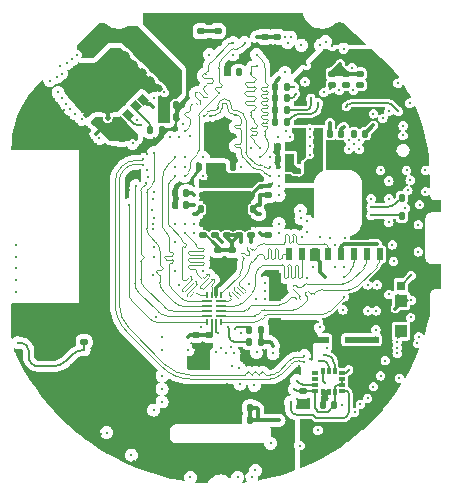
<source format=gbr>
%TF.GenerationSoftware,KiCad,Pcbnew,7.0.1*%
%TF.CreationDate,2023-12-30T18:27:53+00:00*%
%TF.ProjectId,watch_main,77617463-685f-46d6-9169-6e2e6b696361,rev?*%
%TF.SameCoordinates,Original*%
%TF.FileFunction,Copper,L8,Bot*%
%TF.FilePolarity,Positive*%
%FSLAX46Y46*%
G04 Gerber Fmt 4.6, Leading zero omitted, Abs format (unit mm)*
G04 Created by KiCad (PCBNEW 7.0.1) date 2023-12-30 18:27:53*
%MOMM*%
%LPD*%
G01*
G04 APERTURE LIST*
G04 Aperture macros list*
%AMRoundRect*
0 Rectangle with rounded corners*
0 $1 Rounding radius*
0 $2 $3 $4 $5 $6 $7 $8 $9 X,Y pos of 4 corners*
0 Add a 4 corners polygon primitive as box body*
4,1,4,$2,$3,$4,$5,$6,$7,$8,$9,$2,$3,0*
0 Add four circle primitives for the rounded corners*
1,1,$1+$1,$2,$3*
1,1,$1+$1,$4,$5*
1,1,$1+$1,$6,$7*
1,1,$1+$1,$8,$9*
0 Add four rect primitives between the rounded corners*
20,1,$1+$1,$2,$3,$4,$5,0*
20,1,$1+$1,$4,$5,$6,$7,0*
20,1,$1+$1,$6,$7,$8,$9,0*
20,1,$1+$1,$8,$9,$2,$3,0*%
%AMRotRect*
0 Rectangle, with rotation*
0 The origin of the aperture is its center*
0 $1 length*
0 $2 width*
0 $3 Rotation angle, in degrees counterclockwise*
0 Add horizontal line*
21,1,$1,$2,0,0,$3*%
G04 Aperture macros list end*
%TA.AperFunction,ComponentPad*%
%ADD10C,0.500000*%
%TD*%
%TA.AperFunction,SMDPad,CuDef*%
%ADD11RoundRect,0.140000X-0.170000X0.140000X-0.170000X-0.140000X0.170000X-0.140000X0.170000X0.140000X0*%
%TD*%
%TA.AperFunction,SMDPad,CuDef*%
%ADD12RoundRect,0.140000X-0.021213X0.219203X-0.219203X0.021213X0.021213X-0.219203X0.219203X-0.021213X0*%
%TD*%
%TA.AperFunction,SMDPad,CuDef*%
%ADD13RoundRect,0.140000X-0.140000X-0.170000X0.140000X-0.170000X0.140000X0.170000X-0.140000X0.170000X0*%
%TD*%
%TA.AperFunction,SMDPad,CuDef*%
%ADD14RoundRect,0.140000X0.140000X0.170000X-0.140000X0.170000X-0.140000X-0.170000X0.140000X-0.170000X0*%
%TD*%
%TA.AperFunction,SMDPad,CuDef*%
%ADD15RoundRect,0.140000X0.170000X-0.140000X0.170000X0.140000X-0.170000X0.140000X-0.170000X-0.140000X0*%
%TD*%
%TA.AperFunction,SMDPad,CuDef*%
%ADD16RotRect,0.600000X0.800000X45.000000*%
%TD*%
%TA.AperFunction,SMDPad,CuDef*%
%ADD17RoundRect,0.135000X0.135000X0.185000X-0.135000X0.185000X-0.135000X-0.185000X0.135000X-0.185000X0*%
%TD*%
%TA.AperFunction,SMDPad,CuDef*%
%ADD18RoundRect,0.135000X-0.135000X-0.185000X0.135000X-0.185000X0.135000X0.185000X-0.135000X0.185000X0*%
%TD*%
%TA.AperFunction,SMDPad,CuDef*%
%ADD19R,0.533400X0.304800*%
%TD*%
%TA.AperFunction,SMDPad,CuDef*%
%ADD20R,0.304800X0.533400*%
%TD*%
%TA.AperFunction,SMDPad,CuDef*%
%ADD21RoundRect,0.135000X0.185000X-0.135000X0.185000X0.135000X-0.185000X0.135000X-0.185000X-0.135000X0*%
%TD*%
%TA.AperFunction,SMDPad,CuDef*%
%ADD22RoundRect,0.140000X0.219203X0.021213X0.021213X0.219203X-0.219203X-0.021213X-0.021213X-0.219203X0*%
%TD*%
%TA.AperFunction,SMDPad,CuDef*%
%ADD23R,0.500000X1.000000*%
%TD*%
%TA.AperFunction,SMDPad,CuDef*%
%ADD24R,0.720000X0.780000*%
%TD*%
%TA.AperFunction,SMDPad,CuDef*%
%ADD25R,1.050000X1.080000*%
%TD*%
%TA.AperFunction,SMDPad,CuDef*%
%ADD26R,1.050000X1.105000*%
%TD*%
%TA.AperFunction,SMDPad,CuDef*%
%ADD27R,1.050000X1.200000*%
%TD*%
%TA.AperFunction,SMDPad,CuDef*%
%ADD28R,1.050000X2.390000*%
%TD*%
%TA.AperFunction,SMDPad,CuDef*%
%ADD29R,2.910000X0.550000*%
%TD*%
%TA.AperFunction,SMDPad,CuDef*%
%ADD30R,0.550000X1.600000*%
%TD*%
%TA.AperFunction,SMDPad,CuDef*%
%ADD31R,0.900000X0.220000*%
%TD*%
%TA.AperFunction,SMDPad,CuDef*%
%ADD32R,0.850000X0.220000*%
%TD*%
%TA.AperFunction,SMDPad,CuDef*%
%ADD33R,0.220000X0.550000*%
%TD*%
%TA.AperFunction,ViaPad*%
%ADD34C,0.300000*%
%TD*%
%TA.AperFunction,Conductor*%
%ADD35C,0.150000*%
%TD*%
%TA.AperFunction,Conductor*%
%ADD36C,0.300000*%
%TD*%
%TA.AperFunction,Conductor*%
%ADD37C,0.200000*%
%TD*%
%TA.AperFunction,Conductor*%
%ADD38C,0.104400*%
%TD*%
%TA.AperFunction,Conductor*%
%ADD39C,0.118400*%
%TD*%
%TA.AperFunction,Conductor*%
%ADD40C,0.125700*%
%TD*%
G04 APERTURE END LIST*
D10*
%TO.P,U301,1,VSS*%
%TO.N,GND*%
X143327207Y-84751472D03*
X142478679Y-83902944D03*
X141630151Y-83054416D03*
X140781623Y-82205888D03*
X142384634Y-85694045D03*
X141536106Y-84845517D03*
X140687578Y-83996989D03*
X139839050Y-83148461D03*
X141442061Y-86636619D03*
X140593533Y-85788091D03*
X139745004Y-84939562D03*
X138896476Y-84091034D03*
X140499487Y-87579192D03*
X139650959Y-86730664D03*
X138802431Y-85882136D03*
X137953903Y-85033608D03*
%TD*%
D11*
%TO.P,C909,1*%
%TO.N,+1V8*%
X152600000Y-93120000D03*
%TO.P,C909,2*%
%TO.N,GND*%
X152600000Y-94080000D03*
%TD*%
D12*
%TO.P,C308,1*%
%TO.N,+1V8*%
X142739411Y-81560589D03*
%TO.P,C308,2*%
%TO.N,GND*%
X142060589Y-82239411D03*
%TD*%
D13*
%TO.P,C206,1*%
%TO.N,+1V8*%
X161320000Y-88900000D03*
%TO.P,C206,2*%
%TO.N,GND*%
X162280000Y-88900000D03*
%TD*%
D14*
%TO.P,C1403,1*%
%TO.N,+VSYS*%
X152580000Y-112100000D03*
%TO.P,C1403,2*%
%TO.N,GND*%
X151620000Y-112100000D03*
%TD*%
%TO.P,C906,1*%
%TO.N,+1V8*%
X155880000Y-91000000D03*
%TO.P,C906,2*%
%TO.N,GND*%
X154920000Y-91000000D03*
%TD*%
D13*
%TO.P,C310,1*%
%TO.N,/Bluetooth/DECD*%
X144120000Y-88600000D03*
%TO.P,C310,2*%
%TO.N,GND*%
X145080000Y-88600000D03*
%TD*%
D15*
%TO.P,C921,1*%
%TO.N,/STM32 Power/VDD11*%
X149600000Y-97470000D03*
%TO.P,C921,2*%
%TO.N,GND*%
X149600000Y-96510000D03*
%TD*%
D14*
%TO.P,C922,1*%
%TO.N,/STM32 Power/VDD11*%
X155880000Y-90000000D03*
%TO.P,C922,2*%
%TO.N,GND*%
X154920000Y-90000000D03*
%TD*%
D11*
%TO.P,C403,1*%
%TO.N,+1V8*%
X148000000Y-105920000D03*
%TO.P,C403,2*%
%TO.N,GND*%
X148000000Y-106880000D03*
%TD*%
D15*
%TO.P,C1003,1*%
%TO.N,+1V8*%
X153800000Y-80680000D03*
%TO.P,C1003,2*%
%TO.N,GND*%
X153800000Y-79720000D03*
%TD*%
D13*
%TO.P,C912,1*%
%TO.N,+1V8*%
X150120000Y-91700000D03*
%TO.P,C912,2*%
%TO.N,GND*%
X151080000Y-91700000D03*
%TD*%
D11*
%TO.P,C1304,1*%
%TO.N,+1V8*%
X157000000Y-110650000D03*
%TO.P,C1304,2*%
%TO.N,GND*%
X157000000Y-111610000D03*
%TD*%
D15*
%TO.P,C908,1*%
%TO.N,+1V8*%
X151600000Y-97480000D03*
%TO.P,C908,2*%
%TO.N,GND*%
X151600000Y-96520000D03*
%TD*%
D11*
%TO.P,C1005,1*%
%TO.N,+1V8*%
X149800000Y-80220000D03*
%TO.P,C1005,2*%
%TO.N,GND*%
X149800000Y-81180000D03*
%TD*%
D16*
%TO.P,L301,1*%
%TO.N,/Bluetooth/DECD*%
X142917157Y-86582843D03*
%TO.P,L301,2*%
%TO.N,/Bluetooth/DCCD*%
X143482843Y-86017157D03*
%TD*%
D17*
%TO.P,R809,1*%
%TO.N,+1V8*%
X153510000Y-106500000D03*
%TO.P,R809,2*%
%TO.N,/I2C6.SCL*%
X152490000Y-106500000D03*
%TD*%
D15*
%TO.P,C903,1*%
%TO.N,+1V8*%
X154100000Y-97460000D03*
%TO.P,C903,2*%
%TO.N,GND*%
X154100000Y-96500000D03*
%TD*%
%TO.P,C910,1*%
%TO.N,/STM32 Power/VREF+*%
X152600000Y-97480000D03*
%TO.P,C910,2*%
%TO.N,GND*%
X152600000Y-96520000D03*
%TD*%
%TO.P,C203,1*%
%TO.N,+VBAT*%
X160700000Y-84780000D03*
%TO.P,C203,2*%
%TO.N,GND*%
X160700000Y-83820000D03*
%TD*%
D18*
%TO.P,R806,1*%
%TO.N,+1V8*%
X154690000Y-85900000D03*
%TO.P,R806,2*%
%TO.N,/I2C4.SDA*%
X155710000Y-85900000D03*
%TD*%
%TO.P,R805,1*%
%TO.N,+1V8*%
X154690000Y-84900000D03*
%TO.P,R805,2*%
%TO.N,/I2C4.SCL*%
X155710000Y-84900000D03*
%TD*%
D11*
%TO.P,C911,1*%
%TO.N,+1V8*%
X148600000Y-93140000D03*
%TO.P,C911,2*%
%TO.N,GND*%
X148600000Y-94100000D03*
%TD*%
%TO.P,C307,1*%
%TO.N,/Bluetooth/DECR*%
X141700000Y-89320000D03*
%TO.P,C307,2*%
%TO.N,GND*%
X141700000Y-90280000D03*
%TD*%
D19*
%TO.P,U1301,1,SDO/SA0*%
%TO.N,/SPI1.MISO*%
X160330300Y-109149811D03*
%TO.P,U1301,2,MSDA*%
%TO.N,+1V8*%
X160330300Y-109649937D03*
%TO.P,U1301,3,MSCL*%
X160330300Y-110150063D03*
%TO.P,U1301,4,INT1*%
%TO.N,/STM32/IMU_INT1*%
X160330300Y-110650189D03*
D20*
%TO.P,U1301,5,VDD_IO*%
%TO.N,+1V8*%
X159700126Y-110789000D03*
%TO.P,U1301,6,GND*%
%TO.N,GND*%
X159200000Y-110789000D03*
%TO.P,U1301,7,GND*%
X158699874Y-110789000D03*
D19*
%TO.P,U1301,8,VDD*%
%TO.N,+1V8*%
X158069700Y-110650189D03*
%TO.P,U1301,9,INT2*%
%TO.N,/STM32/IMU_INT2*%
X158069700Y-110150063D03*
%TO.P,U1301,10,RES*%
%TO.N,unconnected-(U1301-RES-Pad10)*%
X158069700Y-109649937D03*
%TO.P,U1301,11,RES*%
%TO.N,unconnected-(U1301-RES-Pad11)*%
X158069700Y-109149811D03*
D20*
%TO.P,U1301,12,CS*%
%TO.N,/SPI1.CS*%
X158699874Y-109011000D03*
%TO.P,U1301,13,SCL*%
%TO.N,/SPI1.SCK*%
X159200000Y-109011000D03*
%TO.P,U1301,14,SDA*%
%TO.N,/SPI1.MOSI*%
X159700126Y-109011000D03*
%TD*%
D17*
%TO.P,R808,1*%
%TO.N,+3V3*%
X166410000Y-94300000D03*
%TO.P,R808,2*%
%TO.N,/I2C1.SDA*%
X165390000Y-94300000D03*
%TD*%
D13*
%TO.P,C917,1*%
%TO.N,+1V8*%
X148420000Y-95300000D03*
%TO.P,C917,2*%
%TO.N,GND*%
X149380000Y-95300000D03*
%TD*%
D14*
%TO.P,C904,1*%
%TO.N,+1V8*%
X152780000Y-95300000D03*
%TO.P,C904,2*%
%TO.N,GND*%
X151820000Y-95300000D03*
%TD*%
D12*
%TO.P,C303,1*%
%TO.N,+1V8*%
X143419311Y-82294903D03*
%TO.P,C303,2*%
%TO.N,GND*%
X142740489Y-82973725D03*
%TD*%
D21*
%TO.P,R401,1*%
%TO.N,/GNSS/ANT_OFF*%
X138500000Y-106510000D03*
%TO.P,R401,2*%
%TO.N,GND*%
X138500000Y-105490000D03*
%TD*%
D11*
%TO.P,C905,1*%
%TO.N,+1V8*%
X154100000Y-94100000D03*
%TO.P,C905,2*%
%TO.N,GND*%
X154100000Y-95060000D03*
%TD*%
%TO.P,C1102,1*%
%TO.N,+1V8*%
X149100000Y-105920000D03*
%TO.P,C1102,2*%
%TO.N,GND*%
X149100000Y-106880000D03*
%TD*%
D14*
%TO.P,C919,1*%
%TO.N,+3V3*%
X147160000Y-94900000D03*
%TO.P,C919,2*%
%TO.N,GND*%
X146200000Y-94900000D03*
%TD*%
D11*
%TO.P,C901,1*%
%TO.N,+1V8*%
X151000000Y-98740000D03*
%TO.P,C901,2*%
%TO.N,GND*%
X151000000Y-99700000D03*
%TD*%
D14*
%TO.P,C1302,1*%
%TO.N,+1V8*%
X159680000Y-111900000D03*
%TO.P,C1302,2*%
%TO.N,GND*%
X158720000Y-111900000D03*
%TD*%
%TO.P,C915,1*%
%TO.N,+1V8*%
X147160000Y-93900000D03*
%TO.P,C915,2*%
%TO.N,GND*%
X146200000Y-93900000D03*
%TD*%
D11*
%TO.P,C920,1*%
%TO.N,+1V8*%
X149800000Y-98720000D03*
%TO.P,C920,2*%
%TO.N,GND*%
X149800000Y-99680000D03*
%TD*%
D15*
%TO.P,C918,1*%
%TO.N,+1V8*%
X148600000Y-97480000D03*
%TO.P,C918,2*%
%TO.N,GND*%
X148600000Y-96520000D03*
%TD*%
%TO.P,C1002,1*%
%TO.N,+1V8*%
X154800000Y-80680000D03*
%TO.P,C1002,2*%
%TO.N,GND*%
X154800000Y-79720000D03*
%TD*%
D12*
%TO.P,C309,1*%
%TO.N,+1V8*%
X144139411Y-82960589D03*
%TO.P,C309,2*%
%TO.N,GND*%
X143460589Y-83639411D03*
%TD*%
D17*
%TO.P,R807,1*%
%TO.N,+3V3*%
X166410000Y-95900000D03*
%TO.P,R807,2*%
%TO.N,/I2C1.SCL*%
X165390000Y-95900000D03*
%TD*%
D11*
%TO.P,C902,1*%
%TO.N,+1V8*%
X150600000Y-93120000D03*
%TO.P,C902,2*%
%TO.N,GND*%
X150600000Y-94080000D03*
%TD*%
D14*
%TO.P,C1402,1*%
%TO.N,+VSYS*%
X152580000Y-113100000D03*
%TO.P,C1402,2*%
%TO.N,GND*%
X151620000Y-113100000D03*
%TD*%
%TO.P,C916,1*%
%TO.N,+1V8*%
X149200000Y-91700000D03*
%TO.P,C916,2*%
%TO.N,GND*%
X148240000Y-91700000D03*
%TD*%
D13*
%TO.P,C305,1*%
%TO.N,+1V8*%
X145320000Y-86500000D03*
%TO.P,C305,2*%
%TO.N,GND*%
X146280000Y-86500000D03*
%TD*%
D11*
%TO.P,C1001,1*%
%TO.N,+1V8*%
X148400000Y-80220000D03*
%TO.P,C1001,2*%
%TO.N,GND*%
X148400000Y-81180000D03*
%TD*%
D18*
%TO.P,R802,1*%
%TO.N,+1V8*%
X154690000Y-86900000D03*
%TO.P,R802,2*%
%TO.N,/I2C2.SDA*%
X155710000Y-86900000D03*
%TD*%
D22*
%TO.P,C311,1*%
%TO.N,/Bluetooth/DECR*%
X139449461Y-87922254D03*
%TO.P,C311,2*%
%TO.N,GND*%
X138770639Y-87243432D03*
%TD*%
D15*
%TO.P,C201,1*%
%TO.N,/Power/VBUS_PROTECTED*%
X161900000Y-84780000D03*
%TO.P,C201,2*%
%TO.N,GND*%
X161900000Y-83820000D03*
%TD*%
D17*
%TO.P,R810,1*%
%TO.N,+1V8*%
X153510000Y-105500000D03*
%TO.P,R810,2*%
%TO.N,/I2C6.SDA*%
X152490000Y-105500000D03*
%TD*%
D23*
%TO.P,J1101,1,DAT2*%
%TO.N,/Micro SD/DAT2*%
X163550000Y-99100000D03*
%TO.P,J1101,2,CD/DAT3*%
%TO.N,/Micro SD/DAT3*%
X162450000Y-99100000D03*
%TO.P,J1101,3,CMD*%
%TO.N,/Micro SD/CMD*%
X161350000Y-99100000D03*
%TO.P,J1101,4,VDD*%
%TO.N,/Micro SD/+3V3_SD*%
X160250000Y-99100000D03*
%TO.P,J1101,5,CLK*%
%TO.N,/Micro SD/CLK*%
X159150000Y-99100000D03*
%TO.P,J1101,6,VSS*%
%TO.N,GND*%
X158050000Y-99100000D03*
%TO.P,J1101,7,DAT0*%
%TO.N,/Micro SD/DAT0*%
X156950000Y-99100000D03*
%TO.P,J1101,8,DAT1*%
%TO.N,/Micro SD/DAT1*%
X155850000Y-99100000D03*
D24*
%TO.P,J1101,9,DET*%
%TO.N,/Micro SD/CD*%
X165310000Y-101780000D03*
D25*
%TO.P,J1101,10,GND_1*%
%TO.N,GND*%
X165325000Y-103050000D03*
D26*
%TO.P,J1101,11,GND_2*%
X165325000Y-105612500D03*
D27*
%TO.P,J1101,12,GND_3*%
X154675000Y-105090000D03*
D28*
%TO.P,J1101,13,GND_4*%
X154675000Y-101905000D03*
D29*
%TO.P,J1101,14,MP1*%
X161986000Y-106335000D03*
%TO.P,J1101,15,MP2*%
X157796000Y-106335000D03*
%TD*%
D12*
%TO.P,C301,1*%
%TO.N,+1V8*%
X144839411Y-83660589D03*
%TO.P,C301,2*%
%TO.N,GND*%
X144160589Y-84339411D03*
%TD*%
D30*
%TO.P,L901,1*%
%TO.N,/STM32 Power/VDD11*%
X156875000Y-89300000D03*
%TO.P,L901,2*%
%TO.N,/STM32 Power/VLXSMPS*%
X158325000Y-89300000D03*
%TD*%
D15*
%TO.P,C907,1*%
%TO.N,+1V8*%
X150600000Y-97480000D03*
%TO.P,C907,2*%
%TO.N,GND*%
X150600000Y-96520000D03*
%TD*%
D16*
%TO.P,L302,1*%
%TO.N,/Bluetooth/DECR*%
X141617157Y-87882843D03*
%TO.P,L302,2*%
%TO.N,/Bluetooth/DCC*%
X142182843Y-87317157D03*
%TD*%
D18*
%TO.P,R801,1*%
%TO.N,+1V8*%
X154690000Y-87900000D03*
%TO.P,R801,2*%
%TO.N,/I2C2.SCL*%
X155710000Y-87900000D03*
%TD*%
D11*
%TO.P,C914,1*%
%TO.N,+1V8*%
X151600000Y-93120000D03*
%TO.P,C914,2*%
%TO.N,GND*%
X151600000Y-94080000D03*
%TD*%
D13*
%TO.P,C302,1*%
%TO.N,+1V8*%
X145320000Y-87500000D03*
%TO.P,C302,2*%
%TO.N,GND*%
X146280000Y-87500000D03*
%TD*%
D15*
%TO.P,C205,1*%
%TO.N,+VSYS*%
X159500000Y-84780000D03*
%TO.P,C205,2*%
%TO.N,GND*%
X159500000Y-83820000D03*
%TD*%
D11*
%TO.P,C913,1*%
%TO.N,+1V8*%
X149600000Y-93120000D03*
%TO.P,C913,2*%
%TO.N,GND*%
X149600000Y-94080000D03*
%TD*%
D14*
%TO.P,C208,1*%
%TO.N,+VSYS*%
X160280000Y-88900000D03*
%TO.P,C208,2*%
%TO.N,GND*%
X159320000Y-88900000D03*
%TD*%
%TO.P,C1004,1*%
%TO.N,+1V8*%
X151580000Y-83700000D03*
%TO.P,C1004,2*%
%TO.N,GND*%
X150620000Y-83700000D03*
%TD*%
D12*
%TO.P,C312,1*%
%TO.N,+1V8*%
X145529361Y-84377746D03*
%TO.P,C312,2*%
%TO.N,GND*%
X144850539Y-85056568D03*
%TD*%
D31*
%TO.P,IC1101,1,DAT2A*%
%TO.N,/SDMMC1.D2*%
X148900000Y-104300000D03*
D32*
%TO.P,IC1101,2,DAT3A*%
%TO.N,/SDMMC1.D3*%
X148875000Y-103900000D03*
%TO.P,IC1101,3,DAT0A*%
%TO.N,/SDMMC1.D0*%
X148875000Y-103500000D03*
%TO.P,IC1101,4,DAT1A*%
%TO.N,/SDMMC1.D1*%
X148875000Y-103100000D03*
D33*
%TO.P,IC1101,5,CLKA*%
%TO.N,/SDMMC1.CK*%
X148900000Y-102525000D03*
%TO.P,IC1101,6,CLK_FB*%
%TO.N,/SDMMC1.CKIN*%
X149300000Y-102525000D03*
%TO.P,IC1101,7,GND*%
%TO.N,GND*%
X149700000Y-102525000D03*
%TO.P,IC1101,8,CLKB*%
%TO.N,/Micro SD/CLK*%
X150100000Y-102525000D03*
D32*
%TO.P,IC1101,9,DAT1B*%
%TO.N,/Micro SD/DAT1*%
X150125000Y-103100000D03*
%TO.P,IC1101,10,DAT0B*%
%TO.N,/Micro SD/DAT0*%
X150125000Y-103500000D03*
%TO.P,IC1101,11,DAT3B*%
%TO.N,/Micro SD/DAT3*%
X150125000Y-103900000D03*
%TO.P,IC1101,12,DAT2B*%
%TO.N,/Micro SD/DAT2*%
X150125000Y-104300000D03*
D33*
%TO.P,IC1101,13,CMDB*%
%TO.N,/Micro SD/CMD*%
X150100000Y-104875000D03*
%TO.P,IC1101,14,VCCB*%
%TO.N,+3V3*%
X149700000Y-104875000D03*
%TO.P,IC1101,15,VCCA*%
%TO.N,+1V8*%
X149300000Y-104875000D03*
%TO.P,IC1101,16,CMDA*%
%TO.N,/SDMMC1.CMD*%
X148900000Y-104875000D03*
%TD*%
D34*
%TO.N,GND*%
X165000000Y-107500000D03*
X165000000Y-107000000D03*
X165000000Y-106500000D03*
%TO.N,+VSYS*%
X153200000Y-112800000D03*
X160500000Y-88300000D03*
X155000000Y-113150000D03*
X153700000Y-113150000D03*
X163000000Y-87220000D03*
X154350000Y-113150000D03*
X161300000Y-85200000D03*
X159300000Y-85100000D03*
%TO.N,GND*%
X139500000Y-97800000D03*
X154700000Y-81400000D03*
X134700000Y-107600000D03*
X134700000Y-106900000D03*
X150100000Y-95800000D03*
X165495400Y-89045400D03*
X146000000Y-81000000D03*
X139500000Y-96800000D03*
X138500000Y-94800000D03*
X147800000Y-92500000D03*
X138500000Y-99800000D03*
X157600000Y-88500000D03*
X150600000Y-95800000D03*
X160200000Y-83000000D03*
X137500000Y-89800000D03*
X139500000Y-100800000D03*
X137500000Y-103800000D03*
X154200000Y-93300000D03*
X138500000Y-91800000D03*
X163000000Y-88180000D03*
X138500000Y-95800000D03*
X136500000Y-87600000D03*
X165075000Y-102550000D03*
X157650000Y-107950000D03*
X149000000Y-79000000D03*
X138500000Y-90800000D03*
X135500000Y-86400000D03*
X160600000Y-97750000D03*
X133500000Y-89800000D03*
X142300000Y-93700000D03*
X158300000Y-104800000D03*
X138500000Y-97800000D03*
X134000000Y-85700000D03*
X139000000Y-90300000D03*
X155000000Y-91700000D03*
X148400000Y-105300000D03*
X136500000Y-103800000D03*
X136500000Y-89800000D03*
X139500000Y-90800000D03*
X151600000Y-107000000D03*
X158900000Y-101000000D03*
X166800000Y-98900000D03*
X158500000Y-97600000D03*
X139500000Y-89800000D03*
X145000000Y-80000000D03*
X147000000Y-80000000D03*
X135925000Y-104275000D03*
X139000000Y-101300000D03*
X164300000Y-96400000D03*
X138500000Y-100800000D03*
X134400000Y-105500000D03*
X150550000Y-89150000D03*
X143800000Y-92000000D03*
X159100000Y-111400000D03*
X139000000Y-98300000D03*
X157400000Y-95700000D03*
X151100000Y-95800000D03*
X157763631Y-81286369D03*
X148000000Y-79000000D03*
X134500000Y-89800000D03*
X165675000Y-105250000D03*
X150600000Y-94800000D03*
X154200000Y-108700000D03*
X135900000Y-105700000D03*
X143800000Y-90600000D03*
X151600000Y-95900000D03*
X146200000Y-98100000D03*
X145000000Y-79000000D03*
X135500000Y-89800000D03*
X136800000Y-86900000D03*
X139000000Y-99300000D03*
X139000000Y-97300000D03*
X140700000Y-89900000D03*
X133200000Y-107800000D03*
X139500000Y-92800000D03*
X163250000Y-103900000D03*
X139500000Y-101800000D03*
X151100000Y-112900000D03*
X134500000Y-103800000D03*
X139000000Y-104300000D03*
X155700000Y-110100000D03*
X150600000Y-95300000D03*
X139000000Y-91300000D03*
X166200000Y-103000000D03*
X132600000Y-105500000D03*
X137000000Y-106100000D03*
X154500000Y-102500000D03*
X138500000Y-102800000D03*
X139500000Y-94800000D03*
X139025000Y-88650000D03*
X156000000Y-83200000D03*
X135000000Y-88175000D03*
X151100000Y-94800000D03*
X166090000Y-86310000D03*
X136000000Y-88150000D03*
X151100000Y-94300000D03*
X146000000Y-80000000D03*
X146000000Y-88500000D03*
X144400000Y-89300000D03*
X139000000Y-103300000D03*
X144600000Y-104400000D03*
X138500000Y-98800000D03*
X138500000Y-92800000D03*
X156700000Y-108600000D03*
X143200000Y-90600000D03*
X152100000Y-118100000D03*
X139500000Y-99800000D03*
X147900000Y-110200000D03*
X135800000Y-111900000D03*
X139300000Y-108800000D03*
X166800000Y-96600000D03*
X162500000Y-103900000D03*
X147000000Y-79000000D03*
X139000000Y-92300000D03*
X150100000Y-94800000D03*
X151100000Y-80200000D03*
X146000000Y-79000000D03*
X136000000Y-89250000D03*
X147800000Y-112000000D03*
X133000000Y-107300000D03*
X148200000Y-118000000D03*
X135000000Y-87000000D03*
X157400000Y-101100000D03*
X150100000Y-96300000D03*
X134000000Y-88150000D03*
X139000000Y-93300000D03*
X164300000Y-94400000D03*
X150700000Y-113200000D03*
X133500000Y-87600000D03*
X139300000Y-110300000D03*
X164300000Y-87000000D03*
X165900000Y-93700000D03*
X138500000Y-103800000D03*
X160800000Y-106300000D03*
X139000000Y-100300000D03*
X153675000Y-107175000D03*
X144000000Y-79000000D03*
X147600000Y-108800000D03*
X132975000Y-88175000D03*
X146700000Y-81700000D03*
X138500000Y-96800000D03*
X159100000Y-107000000D03*
X151000000Y-79000000D03*
X156700000Y-107300000D03*
X134000000Y-104300000D03*
X151600000Y-94700000D03*
X144600000Y-108900000D03*
X154000000Y-79000000D03*
X139900000Y-114300000D03*
X147400000Y-112900000D03*
X149100000Y-81200000D03*
X138500000Y-89800000D03*
X150100000Y-94300000D03*
X139500000Y-95800000D03*
X136200000Y-86300000D03*
X151400000Y-89200000D03*
X139000000Y-96300000D03*
X150100000Y-95300000D03*
X133100000Y-106000000D03*
X151100000Y-95300000D03*
X153100000Y-81200000D03*
X155000000Y-79000000D03*
X134300000Y-109100000D03*
X142700000Y-116600000D03*
X150620000Y-110100000D03*
X148200000Y-112900000D03*
X165800000Y-92000000D03*
X137800000Y-89225000D03*
X139500000Y-102800000D03*
X154200000Y-95700000D03*
X156500000Y-112100000D03*
X158500000Y-100600000D03*
X139000000Y-94300000D03*
X164850000Y-103700000D03*
X167400000Y-93800000D03*
X137875000Y-88100000D03*
X139700000Y-105200000D03*
X135500000Y-103800000D03*
X135800000Y-107900000D03*
X135800000Y-106500000D03*
X139000000Y-89300000D03*
X159500000Y-81500000D03*
X134000000Y-89250000D03*
X153400000Y-93300000D03*
X139500000Y-93800000D03*
X164300000Y-92900000D03*
X139300000Y-111800000D03*
X134000000Y-87000000D03*
X152600000Y-90100000D03*
X149600000Y-95900000D03*
X137025000Y-88200000D03*
X133500000Y-103800000D03*
X137006630Y-89227668D03*
X155430000Y-79720000D03*
X147000000Y-91700000D03*
X139700000Y-107000000D03*
X148300000Y-111200000D03*
X137200000Y-87500000D03*
X157300000Y-83100000D03*
X147500000Y-111100000D03*
X139000000Y-95300000D03*
X149150000Y-87900000D03*
X135800000Y-107200000D03*
X148700000Y-108800000D03*
X134400000Y-106200000D03*
X153400000Y-96500000D03*
X134800000Y-109300000D03*
X135000000Y-104300000D03*
X155000000Y-82500000D03*
X134400000Y-104800000D03*
X134500000Y-87600000D03*
X139000000Y-102300000D03*
X150600000Y-83700000D03*
X135000000Y-89225000D03*
X136000000Y-87000000D03*
X134500000Y-86400000D03*
X153050000Y-102850000D03*
X143200000Y-92900000D03*
X143200000Y-92000000D03*
X153000000Y-79000000D03*
X146500000Y-101700000D03*
X150900000Y-106975000D03*
X153080000Y-79700000D03*
X138075000Y-104300000D03*
X139300000Y-113400000D03*
X151100000Y-96300000D03*
X152000000Y-79000000D03*
X167400000Y-92000000D03*
X159320000Y-87980000D03*
X133500000Y-86500000D03*
X138500000Y-101800000D03*
X146200000Y-94900000D03*
X144300000Y-100900000D03*
X149600000Y-88200000D03*
X139500000Y-98800000D03*
X134500000Y-85100000D03*
X164600000Y-98300000D03*
X147800000Y-93300000D03*
X135500000Y-111400000D03*
X163600000Y-92000000D03*
X133300000Y-108300000D03*
X149300000Y-113300000D03*
X151000000Y-100500000D03*
X135500000Y-87600000D03*
X139500000Y-91800000D03*
X149600000Y-94700000D03*
X150000000Y-79000000D03*
X139500000Y-103800000D03*
X134700000Y-110400000D03*
X145300000Y-85400000D03*
X138500000Y-93800000D03*
X154400000Y-105200000D03*
X135000000Y-85800000D03*
%TO.N,+3V3*%
X156697000Y-84356000D03*
X157000000Y-86400000D03*
X159200000Y-114000000D03*
X157200000Y-114500000D03*
X165300000Y-100100000D03*
X147800000Y-94900000D03*
X157250000Y-113750000D03*
X157000000Y-87700000D03*
X165300000Y-99400000D03*
X149800000Y-105800000D03*
X167400000Y-95100000D03*
X160777000Y-82906000D03*
%TO.N,/I2C4.SCL*%
X156300000Y-84900000D03*
X154200000Y-90900000D03*
%TO.N,/I2C4.SDA*%
X155950000Y-89150000D03*
X156400000Y-85500000D03*
%TO.N,+VBAT*%
X160700000Y-84780000D03*
%TO.N,+1V8*%
X153400000Y-92500000D03*
X161400000Y-88900000D03*
X153100000Y-80700000D03*
X164300000Y-102500000D03*
X153400000Y-97300000D03*
X153400000Y-94100000D03*
X156900000Y-81400000D03*
X135600000Y-84400000D03*
X161800000Y-90200000D03*
X151000000Y-98100000D03*
X144400000Y-85900000D03*
X151600000Y-83700000D03*
X139100000Y-80800000D03*
X150200000Y-92500000D03*
X153400000Y-94900000D03*
X161200000Y-83300000D03*
X153400000Y-95700000D03*
X147800000Y-94100000D03*
X163300000Y-101700000D03*
X151800000Y-98100000D03*
X149100000Y-80200000D03*
X165506600Y-88223400D03*
X145100000Y-106100000D03*
X151000000Y-92500000D03*
X144400000Y-82100000D03*
X156700000Y-92175000D03*
X162500000Y-101700000D03*
X160900000Y-90200000D03*
X166725000Y-106650000D03*
X165200000Y-109600000D03*
X143000000Y-87700000D03*
X154500000Y-106950000D03*
X141600000Y-80300000D03*
X147300000Y-106100000D03*
X160900000Y-89400000D03*
X166100000Y-92820000D03*
X138280000Y-87690000D03*
X166825000Y-106075000D03*
X138300000Y-81600000D03*
X145400000Y-83100000D03*
X142600000Y-89700000D03*
X146200000Y-100500000D03*
X145100000Y-107200000D03*
X143300000Y-81100000D03*
X161806000Y-89457000D03*
X142300000Y-80200000D03*
X142300000Y-81000000D03*
X136300000Y-85400000D03*
X156300000Y-110500000D03*
X151800000Y-92500000D03*
X155000000Y-84200000D03*
X139800000Y-89300000D03*
X146000000Y-84900000D03*
X136500000Y-83200000D03*
X139900000Y-80100000D03*
X149400000Y-98100000D03*
X161375000Y-89800000D03*
X152600000Y-92500000D03*
X147300000Y-107200000D03*
X160300000Y-111900000D03*
X154500000Y-107500000D03*
X147800000Y-95700000D03*
X146000000Y-85800000D03*
X153100000Y-107400000D03*
%TO.N,VBUS*%
X157200000Y-84500000D03*
X161900000Y-111800000D03*
X162500000Y-111300000D03*
X161400000Y-112500000D03*
X160475000Y-81725000D03*
%TO.N,/STM32 Power/VREF+*%
X152600000Y-98100000D03*
%TO.N,/STM32 Power/VDD11*%
X147800000Y-97300000D03*
X150200000Y-98100000D03*
X156700000Y-91225000D03*
X148600000Y-92500000D03*
%TO.N,/USART1.TX*%
X145100000Y-110500000D03*
X144400000Y-98500000D03*
%TO.N,/OSPI1.CLKN*%
X154200000Y-92500000D03*
X149175000Y-87400000D03*
%TO.N,/OSPI1.CLKP*%
X154200000Y-91700000D03*
X148625000Y-87400000D03*
%TO.N,/OSPI1.CS*%
X155000000Y-92500000D03*
X151100000Y-82200000D03*
%TO.N,/OSPI1.DQS*%
X151100000Y-81200000D03*
X147000000Y-88700000D03*
%TO.N,/OSPI1.IO3*%
X152100000Y-81200000D03*
X147000000Y-92500000D03*
%TO.N,/OSPI1.IO6*%
X153100000Y-83200000D03*
X153400000Y-90100000D03*
%TO.N,/OSPI1.IO5*%
X153100000Y-82200000D03*
X153400000Y-90900000D03*
%TO.N,/Micro SD/CD*%
X166200000Y-100900000D03*
X152700000Y-118000000D03*
X144300000Y-94400000D03*
%TO.N,/Micro SD/CMD*%
X160500000Y-102700000D03*
X160500000Y-101000000D03*
%TO.N,/STM32/MAG_INT*%
X157400000Y-97200000D03*
X160500000Y-100200000D03*
%TO.N,/Bluetooth/INT2*%
X137050000Y-82950000D03*
X146500000Y-89200000D03*
%TO.N,/Bluetooth/INT1*%
X145800000Y-89200000D03*
X136600000Y-83800000D03*
%TO.N,/I2C2.SCL*%
X158300000Y-86300000D03*
X151800000Y-91700000D03*
%TO.N,/I2C2.SDA*%
X157700000Y-85900000D03*
X157600000Y-90700000D03*
%TO.N,/USB.DN*%
X143500000Y-91050000D03*
X157156425Y-108200000D03*
%TO.N,/SDMMC1.D2*%
X142900000Y-93300000D03*
%TO.N,/SDMMC1.D3*%
X143700000Y-93100000D03*
%TO.N,/SDMMC1.D0*%
X144400000Y-90500000D03*
%TO.N,/SDMMC1.D1*%
X146200000Y-90900000D03*
%TO.N,/SDMMC1.CK*%
X146200000Y-92500000D03*
%TO.N,/SDMMC1.CKIN*%
X147000000Y-97300000D03*
%TO.N,/SDMMC1.CMD*%
X142300000Y-94900000D03*
%TO.N,/Power/INT*%
X158800000Y-85400000D03*
X157600000Y-89200000D03*
%TO.N,/Power/THR*%
X165078500Y-84621500D03*
X160100000Y-85200000D03*
%TO.N,/USART1.RX*%
X145100000Y-111600000D03*
X144400000Y-99300000D03*
%TO.N,/USB.DP*%
X143500000Y-91550000D03*
X157156425Y-107700000D03*
%TO.N,/I2C1.SDA*%
X146200000Y-96500000D03*
X162800000Y-95100000D03*
%TO.N,/I2C3.SDA*%
X153800000Y-101500000D03*
X166150000Y-104450000D03*
X164000000Y-108112500D03*
%TO.N,/I2C1.SCL*%
X162800000Y-95800000D03*
X147000000Y-96500000D03*
%TO.N,/STM32/SWO*%
X147800000Y-96500000D03*
X154300000Y-115100000D03*
%TO.N,/LPUART1.TX*%
X147000000Y-90900000D03*
X136600000Y-85900000D03*
%TO.N,/STM32/ALS_INT*%
X153800000Y-102200000D03*
X163200000Y-105500000D03*
%TO.N,/STM32/IMU_INT1*%
X156850000Y-96050000D03*
X156000000Y-111600000D03*
%TO.N,/LPUART1.RX*%
X148600000Y-90900000D03*
X136200000Y-84100000D03*
%TO.N,/GNSS/RF_1.575G*%
X132713000Y-99300000D03*
X132713000Y-98300000D03*
X132713000Y-101300000D03*
X132713000Y-100300000D03*
X132713000Y-102300000D03*
%TO.N,/USART6.TX*%
X160400000Y-103800000D03*
X159700000Y-100200000D03*
%TO.N,/Bluetooth/DECD*%
X143600000Y-87600000D03*
%TO.N,/Bluetooth/DECR*%
X142800000Y-89100000D03*
X139500000Y-88900000D03*
%TO.N,/STM32/IMU_INT2*%
X156800000Y-95400000D03*
X156500000Y-109800000D03*
%TO.N,/STM32/BTN*%
X165100000Y-87000000D03*
X160700000Y-86600000D03*
X166900000Y-94900000D03*
%TO.N,/Bluetooth/DCCD*%
X144300000Y-86600000D03*
%TO.N,/Expansion Connector/GPIO1*%
X144400000Y-96000000D03*
X163600000Y-109400000D03*
%TO.N,/Bluetooth/DCC*%
X143300000Y-88200000D03*
%TO.N,/Expansion Connector/GPIO2*%
X163000000Y-110300000D03*
X144400000Y-93825000D03*
X144400000Y-112300000D03*
%TO.N,/STM32 Power/VLXSMPS*%
X155800000Y-92500000D03*
%TO.N,/Bluetooth/SWD.RST*%
X137000000Y-86400000D03*
X147500000Y-118000000D03*
%TO.N,/STM32/SWD.RST*%
X158500000Y-105300000D03*
X157900000Y-100175000D03*
X158300000Y-114000000D03*
%TO.N,/SPI1.CS*%
X155000000Y-96500000D03*
X158900000Y-110000000D03*
%TO.N,/SPI1.MISO*%
X157400000Y-96300000D03*
X160900000Y-108900000D03*
%TO.N,/Bluetooth/UART_CTS*%
X155000000Y-97300000D03*
X137900000Y-82200000D03*
%TO.N,/Bluetooth/UART_RTS*%
X146900000Y-88100000D03*
X137500000Y-82600000D03*
%TO.N,/SPI1.SCK*%
X158400000Y-108100000D03*
X159700000Y-98300000D03*
%TO.N,/SPI1.MOSI*%
X156950000Y-97600000D03*
X158800000Y-107600000D03*
%TO.N,/STM32/LRA_EN*%
X158500000Y-81400000D03*
X155600000Y-88700000D03*
%TO.N,/Display Power/AVDDEN*%
X152900000Y-110200000D03*
X144300000Y-96500000D03*
%TO.N,/STM32/HR_INT*%
X158960000Y-81100000D03*
X154912500Y-89212500D03*
%TO.N,/Display Connector/SWIRE*%
X144300000Y-97000000D03*
X150500000Y-107500000D03*
%TO.N,/Display Connector/RESET*%
X151200000Y-107500000D03*
X152500000Y-101600000D03*
%TO.N,/Display Connector/ELVDD*%
X149700000Y-107400000D03*
X151600000Y-108700000D03*
X151700000Y-110100000D03*
X150100000Y-107000000D03*
%TO.N,/Display Connector/TP_INT*%
X151800000Y-105800000D03*
X148600000Y-100500000D03*
%TO.N,/I2C6.SCL*%
X150700000Y-105300000D03*
%TO.N,/I2C6.SDA*%
X151300000Y-105400000D03*
%TO.N,/Display Connector/DSI_TE*%
X153800000Y-102900000D03*
X151000000Y-108575000D03*
%TO.N,/Flash/CS2*%
X159300000Y-97700000D03*
X149100000Y-82200000D03*
X155500000Y-83700000D03*
%TO.N,/Power/VBUS_PROTECTED*%
X155500000Y-80700000D03*
X155750000Y-81200000D03*
X161900000Y-84780000D03*
X156000000Y-80700000D03*
%TO.N,/Power/ENCHG*%
X157600000Y-89900000D03*
X163800000Y-87600000D03*
%TO.N,/GNSS/ANT_OFF*%
X138500000Y-107200000D03*
X132900000Y-106600000D03*
%TO.N,/GNSS/PPS*%
X145100000Y-109400000D03*
X147500000Y-89100000D03*
%TO.N,/STM32/TOUCH_INT*%
X155000000Y-94100000D03*
X162800000Y-94400000D03*
%TO.N,/STM32/TOUCH_RST*%
X155000000Y-93300000D03*
X165700000Y-95200000D03*
%TO.N,/Bluetooth/SWD.SWCLK*%
X140400000Y-114200000D03*
X137700000Y-87200000D03*
%TO.N,/Bluetooth/SWD.SWDIO*%
X142500000Y-116100000D03*
X137300000Y-86800000D03*
%TO.N,/STM32/SWD.SWDIO*%
X156800000Y-115300000D03*
X146200000Y-91700000D03*
%TO.N,/STM32/SWD.SWCLK*%
X151500000Y-118000000D03*
X143900000Y-92600000D03*
%TO.N,/Micro SD/+3V3_SD*%
X162800000Y-98200000D03*
X163300000Y-98200000D03*
%TO.N,/Micro SD/EN*%
X164700000Y-99700000D03*
X144250000Y-95350000D03*
X153000000Y-117400000D03*
%TD*%
D35*
%TO.N,+VSYS*%
X159500000Y-84900000D02*
X159300000Y-85100000D01*
D36*
X153200000Y-112200000D02*
X153100000Y-112100000D01*
X153200000Y-113150000D02*
X152630000Y-113150000D01*
X160280000Y-88900000D02*
X160280000Y-88520000D01*
D35*
X159500000Y-84780000D02*
X159500000Y-84900000D01*
D36*
X153100000Y-112100000D02*
X152580000Y-112100000D01*
X152630000Y-113150000D02*
X152580000Y-113100000D01*
X153200000Y-112800000D02*
X153200000Y-113150000D01*
X152580000Y-112100000D02*
X152580000Y-113100000D01*
X160280000Y-88520000D02*
X160500000Y-88300000D01*
X155000000Y-113150000D02*
X153200000Y-113150000D01*
X153200000Y-112800000D02*
X153200000Y-112200000D01*
D35*
%TO.N,GND*%
X158699874Y-111879874D02*
X158720000Y-111900000D01*
D36*
X149700000Y-102525000D02*
X149700000Y-102000000D01*
X160700000Y-83820000D02*
X160700000Y-83700000D01*
X160700000Y-83820000D02*
X159500000Y-83820000D01*
X153780000Y-79700000D02*
X153800000Y-79720000D01*
X161900000Y-83820000D02*
X160700000Y-83820000D01*
X154100000Y-95600000D02*
X154200000Y-95700000D01*
X151000000Y-99700000D02*
X151000000Y-100500000D01*
X165325000Y-103050000D02*
X165325000Y-103225000D01*
X154920000Y-90000000D02*
X154920000Y-91000000D01*
X154100000Y-96500000D02*
X154100000Y-95800000D01*
X151000000Y-100700000D02*
X151000000Y-100500000D01*
X160100000Y-83100000D02*
X160200000Y-83000000D01*
X149080000Y-81180000D02*
X149100000Y-81200000D01*
X158500000Y-99800000D02*
X158050000Y-99350000D01*
X159320000Y-88900000D02*
X159320000Y-87980000D01*
X154920000Y-91620000D02*
X154920000Y-91000000D01*
X153080000Y-79700000D02*
X153780000Y-79700000D01*
X153400000Y-96500000D02*
X154100000Y-96500000D01*
X158050000Y-99350000D02*
X158050000Y-99100000D01*
D35*
X156990000Y-111610000D02*
X156500000Y-112100000D01*
D36*
X152620000Y-94080000D02*
X153400000Y-93300000D01*
X162280000Y-88900000D02*
X163000000Y-88180000D01*
X154100000Y-95800000D02*
X154200000Y-95700000D01*
X140499487Y-85882137D02*
X140593533Y-85788091D01*
X149700000Y-102000000D02*
X151000000Y-100700000D01*
X149100000Y-106880000D02*
X148000000Y-106880000D01*
X155000000Y-91700000D02*
X154920000Y-91620000D01*
X153400000Y-96500000D02*
X152620000Y-96500000D01*
D35*
X157000000Y-111610000D02*
X156990000Y-111610000D01*
D36*
X153400000Y-93300000D02*
X154200000Y-93300000D01*
X154800000Y-79720000D02*
X153800000Y-79720000D01*
X165325000Y-103225000D02*
X164850000Y-103700000D01*
X149120000Y-81180000D02*
X149100000Y-81200000D01*
D35*
X158699874Y-110789000D02*
X158699874Y-111879874D01*
D36*
X140499487Y-87579192D02*
X140499487Y-85882137D01*
X160700000Y-83700000D02*
X160100000Y-83100000D01*
X152600000Y-94080000D02*
X152620000Y-94080000D01*
X155430000Y-79720000D02*
X154800000Y-79720000D01*
X159500000Y-83820000D02*
X159500000Y-83700000D01*
X148400000Y-81180000D02*
X149080000Y-81180000D01*
X159500000Y-83700000D02*
X160100000Y-83100000D01*
X158900000Y-101000000D02*
X158500000Y-100600000D01*
X158500000Y-100600000D02*
X158500000Y-99800000D01*
X152620000Y-96500000D02*
X152600000Y-96520000D01*
X149800000Y-81180000D02*
X149120000Y-81180000D01*
D35*
X159200000Y-110789000D02*
X158699874Y-110789000D01*
D36*
X154100000Y-95060000D02*
X154100000Y-95600000D01*
%TO.N,+3V3*%
X147160000Y-94900000D02*
X147800000Y-94900000D01*
D35*
X149700000Y-105700000D02*
X149800000Y-105800000D01*
X167400000Y-95500000D02*
X167000000Y-95900000D01*
X167000000Y-95900000D02*
X166410000Y-95900000D01*
X167400000Y-94700000D02*
X167400000Y-95500000D01*
X166410000Y-94300000D02*
X167000000Y-94300000D01*
X167000000Y-94300000D02*
X167400000Y-94700000D01*
X149700000Y-104875000D02*
X149700000Y-105700000D01*
%TO.N,/I2C4.SCL*%
X156300000Y-84900000D02*
X155710000Y-84900000D01*
%TO.N,/I2C4.SDA*%
X156000000Y-85900000D02*
X155710000Y-85900000D01*
X156000000Y-85900000D02*
G75*
G03*
X156400000Y-85500000I0J400000D01*
G01*
D36*
%TO.N,+1V8*%
X147600000Y-93900000D02*
X147800000Y-94100000D01*
X149120000Y-80220000D02*
X149100000Y-80200000D01*
X151600000Y-97480000D02*
X151600000Y-97500000D01*
X149580000Y-93140000D02*
X149600000Y-93120000D01*
X155000000Y-84200000D02*
X154807157Y-84392843D01*
X151600000Y-93120000D02*
X150600000Y-93120000D01*
D35*
X149300000Y-104875000D02*
X149300000Y-105720000D01*
D36*
X148600000Y-93140000D02*
X149580000Y-93140000D01*
D35*
X160330300Y-109649937D02*
X160330300Y-110150063D01*
D36*
X151000000Y-98740000D02*
X151000000Y-98100000D01*
X151800000Y-98100000D02*
X151800000Y-97680000D01*
X153780000Y-80700000D02*
X153800000Y-80680000D01*
D35*
X158069700Y-110650189D02*
X157000189Y-110650189D01*
D36*
X151800000Y-97680000D02*
X151600000Y-97480000D01*
X147160000Y-93900000D02*
X147600000Y-93900000D01*
X148020000Y-95700000D02*
X148420000Y-95300000D01*
D35*
X159138579Y-112441421D02*
X159680000Y-111900000D01*
X159700126Y-110372300D02*
X159922363Y-110150063D01*
D36*
X153400000Y-94100000D02*
X154100000Y-94100000D01*
X153400000Y-95700000D02*
X153180000Y-95700000D01*
X148000000Y-105920000D02*
X149100000Y-105920000D01*
D35*
X159922363Y-110150063D02*
X160330300Y-110150063D01*
X157000000Y-110650000D02*
X156532843Y-110650000D01*
X159700126Y-110789000D02*
X159700126Y-111879874D01*
D36*
X153400000Y-94900000D02*
X153180000Y-94900000D01*
D35*
X149300000Y-105720000D02*
X149100000Y-105920000D01*
X157000189Y-110650189D02*
X157000000Y-110650000D01*
D36*
X151600000Y-97500000D02*
X151000000Y-98100000D01*
X151600000Y-97480000D02*
X150600000Y-97480000D01*
X149600000Y-93120000D02*
X149600000Y-93100000D01*
X149800000Y-98720000D02*
X150980000Y-98720000D01*
X150980000Y-98720000D02*
X151000000Y-98740000D01*
X154690000Y-85900000D02*
X154690000Y-86900000D01*
D37*
X148600000Y-97480000D02*
X148780000Y-97480000D01*
D36*
X153180000Y-95700000D02*
X152780000Y-95300000D01*
X149800000Y-98720000D02*
X149800000Y-98500000D01*
X149080000Y-80220000D02*
X149100000Y-80200000D01*
X150600000Y-97480000D02*
X150600000Y-97700000D01*
X153560000Y-97460000D02*
X153400000Y-97300000D01*
X154100000Y-106500000D02*
X153510000Y-106500000D01*
X152600000Y-93120000D02*
X152420000Y-93120000D01*
X151000000Y-98100000D02*
X150600000Y-97700000D01*
X153800000Y-80680000D02*
X154800000Y-80680000D01*
X149800000Y-98500000D02*
X149400000Y-98100000D01*
D35*
X158482843Y-112500000D02*
X158997157Y-112500000D01*
D36*
X154690000Y-85900000D02*
X154690000Y-84900000D01*
X147800000Y-95700000D02*
X148020000Y-95700000D01*
X154100000Y-97460000D02*
X153560000Y-97460000D01*
X149600000Y-93120000D02*
X150600000Y-93120000D01*
X153510000Y-105500000D02*
X153510000Y-106500000D01*
D35*
X158069700Y-110650189D02*
X158069700Y-112086857D01*
D36*
X152600000Y-93120000D02*
X152780000Y-93120000D01*
X154690000Y-84675685D02*
X154690000Y-84900000D01*
D37*
X148780000Y-97480000D02*
X149400000Y-98100000D01*
D35*
X158128279Y-112228279D02*
X158341422Y-112441422D01*
D36*
X154690000Y-86900000D02*
X154690000Y-87900000D01*
D35*
X159700126Y-111879874D02*
X159680000Y-111900000D01*
X159700126Y-110789000D02*
X159700126Y-110372300D01*
D36*
X153400000Y-94900000D02*
X153400000Y-94100000D01*
D35*
X156391421Y-110591421D02*
X156300000Y-110500000D01*
D36*
X153100000Y-80700000D02*
X153780000Y-80700000D01*
X151600000Y-93120000D02*
X151600000Y-93100000D01*
X148400000Y-80220000D02*
X149080000Y-80220000D01*
X149800000Y-80220000D02*
X149120000Y-80220000D01*
X147480000Y-105920000D02*
X147300000Y-106100000D01*
X153180000Y-94900000D02*
X152780000Y-95300000D01*
X148000000Y-105920000D02*
X147480000Y-105920000D01*
X154500000Y-106900000D02*
G75*
G03*
X154100000Y-106500000I-400000J0D01*
G01*
D35*
X156391400Y-110591442D02*
G75*
G03*
X156532843Y-110650000I141400J141442D01*
G01*
X158341401Y-112441443D02*
G75*
G03*
X158482843Y-112500000I141399J141443D01*
G01*
X158069731Y-112086857D02*
G75*
G03*
X158128280Y-112228278I199969J-43D01*
G01*
X158997157Y-112499969D02*
G75*
G03*
X159138578Y-112441420I43J199969D01*
G01*
D36*
X154807164Y-84392850D02*
G75*
G03*
X154690000Y-84675685I282836J-282850D01*
G01*
%TO.N,/STM32 Power/VREF+*%
X152600000Y-98100000D02*
X152600000Y-97480000D01*
%TO.N,/STM32 Power/VDD11*%
X149600000Y-97500000D02*
X150200000Y-98100000D01*
X149600000Y-97480000D02*
X149600000Y-97500000D01*
D38*
%TO.N,/OSPI1.CLKN*%
X151675655Y-88450000D02*
X151375655Y-88450000D01*
X149297800Y-87277200D02*
X149183147Y-87391853D01*
X150177200Y-86522800D02*
X150177200Y-86700000D01*
X151825655Y-89600000D02*
X151825655Y-89438698D01*
X154200000Y-92500000D02*
X154006489Y-92306489D01*
X151825655Y-90604860D02*
X151825655Y-90200000D01*
X151825655Y-88000000D02*
X151825655Y-87777200D01*
X153935779Y-92277200D02*
X153868021Y-92277200D01*
X151375655Y-89750000D02*
X151675655Y-89750000D01*
X153269930Y-91886215D02*
X153101300Y-91886215D01*
X151375655Y-88150000D02*
X151675655Y-88150000D01*
X149600000Y-87277200D02*
X149297800Y-87277200D01*
X152818457Y-91769057D02*
X151939957Y-90890557D01*
X150622800Y-86700000D02*
X150622800Y-86522800D01*
X153797310Y-92247910D02*
X153552772Y-92003372D01*
X151675655Y-90050000D02*
X151375655Y-90050000D01*
X151825655Y-89438698D02*
X151825655Y-88600000D01*
X151325655Y-87277200D02*
X151200000Y-87277200D01*
X151822800Y-90607715D02*
X151825655Y-90604860D01*
X151225700Y-89900000D02*
G75*
G03*
X151375655Y-90050000I150000J0D01*
G01*
X153797299Y-92247921D02*
G75*
G03*
X153868021Y-92277200I70701J70721D01*
G01*
X151225700Y-88300000D02*
G75*
G03*
X151375655Y-88450000I150000J0D01*
G01*
X151825700Y-87777200D02*
G75*
G03*
X151325655Y-87277200I-500000J0D01*
G01*
X150622800Y-86522800D02*
G75*
G03*
X150400000Y-86300000I-222800J0D01*
G01*
X151822790Y-90607715D02*
G75*
G03*
X151939957Y-90890557I400010J15D01*
G01*
X151675655Y-88149955D02*
G75*
G03*
X151825655Y-88000000I45J149955D01*
G01*
X151675655Y-89749955D02*
G75*
G03*
X151825655Y-89600000I45J149955D01*
G01*
X154006500Y-92306478D02*
G75*
G03*
X153935779Y-92277200I-70700J-70722D01*
G01*
X152818454Y-91769060D02*
G75*
G03*
X153101300Y-91886215I282846J282860D01*
G01*
X149600000Y-87277200D02*
G75*
G03*
X150177200Y-86700000I0J577200D01*
G01*
X150622800Y-86700000D02*
G75*
G03*
X151200000Y-87277200I577200J0D01*
G01*
X151375655Y-88149955D02*
G75*
G03*
X151225655Y-88300000I45J-150045D01*
G01*
X151375655Y-89749955D02*
G75*
G03*
X151225655Y-89900000I45J-150045D01*
G01*
X150400000Y-86300000D02*
G75*
G03*
X150177200Y-86522800I0J-222800D01*
G01*
X153552754Y-92003390D02*
G75*
G03*
X153269930Y-91886215I-282854J-282810D01*
G01*
X151825700Y-88600000D02*
G75*
G03*
X151675655Y-88450000I-150000J0D01*
G01*
X151825700Y-90200000D02*
G75*
G03*
X151675655Y-90050000I-150000J0D01*
G01*
%TO.N,/OSPI1.CLKP*%
X152965257Y-91414657D02*
X152294357Y-90743757D01*
X148625000Y-87375000D02*
X148625000Y-87400000D01*
X150977200Y-86700000D02*
X150977200Y-86522800D01*
X151377200Y-86922800D02*
X151200000Y-86922800D01*
X154100000Y-91800000D02*
X154016285Y-91800000D01*
X149600000Y-86922800D02*
X149242885Y-86922800D01*
X148960042Y-87039958D02*
X148625000Y-87375000D01*
X153416730Y-91531815D02*
X153248100Y-91531815D01*
X152177200Y-90460915D02*
X152177200Y-87722800D01*
X149822800Y-86522800D02*
X149822800Y-86700000D01*
X154200000Y-91700000D02*
X154100000Y-91800000D01*
X153733442Y-91682842D02*
X153699572Y-91648972D01*
X149600000Y-86922800D02*
G75*
G03*
X149822800Y-86700000I0J222800D01*
G01*
X152965254Y-91414660D02*
G75*
G03*
X153248100Y-91531815I282846J282860D01*
G01*
X152177200Y-87722800D02*
G75*
G03*
X151377200Y-86922800I-800000J0D01*
G01*
X150400000Y-85945600D02*
G75*
G03*
X149822800Y-86522800I0J-577200D01*
G01*
X153699554Y-91648990D02*
G75*
G03*
X153416730Y-91531815I-282854J-282810D01*
G01*
X153733449Y-91682835D02*
G75*
G03*
X154016285Y-91800000I282851J282835D01*
G01*
X150977200Y-86700000D02*
G75*
G03*
X151200000Y-86922800I222800J0D01*
G01*
X150977200Y-86522800D02*
G75*
G03*
X150400000Y-85945600I-577200J0D01*
G01*
X152177190Y-90460915D02*
G75*
G03*
X152294357Y-90743757I400010J15D01*
G01*
X149242885Y-86922790D02*
G75*
G03*
X148960042Y-87039958I15J-400010D01*
G01*
D39*
%TO.N,/OSPI1.DQS*%
X149207728Y-82792272D02*
X150682843Y-81317157D01*
X148194976Y-85380761D02*
X148619240Y-85805024D01*
X147500000Y-86900000D02*
X147500000Y-86665685D01*
X147500000Y-88034315D02*
X147500000Y-87700000D01*
X149300000Y-84200000D02*
X148700000Y-84200000D01*
X147912133Y-85380761D02*
X147912132Y-85380762D01*
X147200000Y-87100000D02*
X147300000Y-87100000D01*
X148702083Y-84897917D02*
X148912132Y-84687868D01*
X150965685Y-81200000D02*
X151100000Y-81200000D01*
X148700000Y-83800000D02*
X148800000Y-83800000D01*
X148194976Y-85380762D02*
X148194976Y-85380761D01*
X149000000Y-83600000D02*
X149000000Y-83293773D01*
X148336395Y-86087867D02*
X147912132Y-85663604D01*
X148902082Y-85522180D02*
X148902082Y-85522181D01*
X147617158Y-86382842D02*
X147700000Y-86300000D01*
X147982842Y-86300000D02*
X148053552Y-86370710D01*
X147000000Y-88700000D02*
X147382843Y-88317157D01*
X148336395Y-86087866D02*
X148336395Y-86087867D01*
X148902083Y-85805023D02*
X148902082Y-85805024D01*
X149124264Y-84600000D02*
X149300000Y-84600000D01*
X148902082Y-85522181D02*
X148702082Y-85322181D01*
X147300000Y-87500000D02*
X147200000Y-87500000D01*
X148336395Y-86370711D02*
X148336395Y-86370710D01*
X150965685Y-81199990D02*
G75*
G03*
X150682843Y-81317157I15J-400010D01*
G01*
X148053578Y-86370684D02*
G75*
G03*
X148336395Y-86370711I141422J141384D01*
G01*
X147500000Y-87700000D02*
G75*
G03*
X147300000Y-87500000I-200000J0D01*
G01*
X147200000Y-87100000D02*
G75*
G03*
X147000000Y-87300000I0J-200000D01*
G01*
X147912151Y-85380779D02*
G75*
G03*
X147912133Y-85663603I141449J-141421D01*
G01*
X148194976Y-85380762D02*
G75*
G03*
X147912132Y-85380762I-141422J-141418D01*
G01*
X149500000Y-84400000D02*
G75*
G03*
X149300000Y-84200000I-200000J0D01*
G01*
X147382836Y-88317150D02*
G75*
G03*
X147500000Y-88034315I-282836J282850D01*
G01*
X149300000Y-84600000D02*
G75*
G03*
X149500000Y-84400000I0J200000D01*
G01*
X147300000Y-87100000D02*
G75*
G03*
X147500000Y-86900000I0J200000D01*
G01*
X148902080Y-85805022D02*
G75*
G03*
X148902082Y-85522180I-141380J141422D01*
G01*
X148700000Y-83800000D02*
G75*
G03*
X148500000Y-84000000I0J-200000D01*
G01*
X147000000Y-87300000D02*
G75*
G03*
X147200000Y-87500000I200000J0D01*
G01*
X147982841Y-86300001D02*
G75*
G03*
X147700001Y-86300001I-141420J-141422D01*
G01*
X149124264Y-84599975D02*
G75*
G03*
X148912132Y-84687868I36J-300025D01*
G01*
X149207748Y-82792292D02*
G75*
G03*
X149000000Y-83293773I501452J-501508D01*
G01*
X148619279Y-85804985D02*
G75*
G03*
X148902083Y-85805023I141421J141385D01*
G01*
X147617165Y-86382849D02*
G75*
G03*
X147500000Y-86665685I282835J-282851D01*
G01*
X148500000Y-84000000D02*
G75*
G03*
X148700000Y-84200000I200000J0D01*
G01*
X148800000Y-83800000D02*
G75*
G03*
X149000000Y-83600000I0J200000D01*
G01*
X148336407Y-86370722D02*
G75*
G03*
X148336395Y-86087866I-141407J141422D01*
G01*
X148702034Y-84897868D02*
G75*
G03*
X148702082Y-85322181I212166J-212132D01*
G01*
%TO.N,/OSPI1.IO3*%
X149900000Y-83358749D02*
X149900000Y-84500000D01*
X148200000Y-87396012D02*
X148200000Y-90292893D01*
X147500000Y-91407107D02*
X147500000Y-91792893D01*
X150882842Y-81817158D02*
X150295096Y-82404904D01*
X150050000Y-84950000D02*
X149750000Y-84950000D01*
X148053553Y-90646447D02*
X147646446Y-91053554D01*
X149841421Y-85558579D02*
X148338601Y-87061399D01*
X149900000Y-85400000D02*
X149900000Y-85417157D01*
X147353553Y-92146447D02*
X147000000Y-92500000D01*
X151434315Y-81700000D02*
X151165685Y-81700000D01*
X152100000Y-81200000D02*
X151717157Y-81582843D01*
X148338598Y-87061396D02*
G75*
G03*
X148200000Y-87396012I334602J-334604D01*
G01*
X150200000Y-84800000D02*
G75*
G03*
X150050000Y-84650000I-150000J0D01*
G01*
X147646443Y-91053551D02*
G75*
G03*
X147500000Y-91407107I353557J-353549D01*
G01*
X151434315Y-81700010D02*
G75*
G03*
X151717157Y-81582843I-15J400010D01*
G01*
X151165685Y-81699990D02*
G75*
G03*
X150882842Y-81817158I15J-400010D01*
G01*
X147353556Y-92146450D02*
G75*
G03*
X147500000Y-91792893I-353556J353550D01*
G01*
X148053556Y-90646450D02*
G75*
G03*
X148200000Y-90292893I-353556J353550D01*
G01*
X149600000Y-85100000D02*
G75*
G03*
X149750000Y-85250000I150000J0D01*
G01*
X149841442Y-85558600D02*
G75*
G03*
X149900000Y-85417157I-141442J141400D01*
G01*
X150295080Y-82404888D02*
G75*
G03*
X149900000Y-83358749I953820J-953812D01*
G01*
X149900000Y-84500000D02*
G75*
G03*
X150050000Y-84650000I150000J0D01*
G01*
X149750000Y-84950000D02*
G75*
G03*
X149600000Y-85100000I0J-150000D01*
G01*
X149900000Y-85400000D02*
G75*
G03*
X149750000Y-85250000I-150000J0D01*
G01*
X150050000Y-84950000D02*
G75*
G03*
X150200000Y-84800000I0J150000D01*
G01*
%TO.N,/OSPI1.IO6*%
X152900000Y-85700000D02*
X152600000Y-85700000D01*
X152600000Y-84900000D02*
X152300000Y-84900000D01*
X152800000Y-84500000D02*
X152900000Y-84500000D01*
X152600000Y-85300000D02*
X152900000Y-85300000D01*
X153099267Y-83200736D02*
X153099266Y-83200736D01*
X152900000Y-88990000D02*
X153050000Y-88990000D01*
X152300000Y-85300000D02*
X152600000Y-85300000D01*
X152900000Y-88690000D02*
X152750000Y-88690000D01*
X152750000Y-88990000D02*
X152900000Y-88990000D01*
X152658579Y-83641421D02*
X152675000Y-83625000D01*
X153050000Y-88690000D02*
X152900000Y-88690000D01*
X152600000Y-83900000D02*
X152600000Y-83782843D01*
X152300000Y-86100000D02*
X152600000Y-86100000D01*
X152887134Y-83200736D02*
X152887134Y-83200735D01*
X152841421Y-87641421D02*
X152658578Y-87458578D01*
X152800000Y-86900000D02*
X152900000Y-86900000D01*
X152675001Y-83200735D02*
X152675000Y-83200736D01*
X152750000Y-88390000D02*
X152900000Y-88390000D01*
X152300000Y-84500000D02*
X152800000Y-84500000D01*
X153099266Y-83200736D02*
X153100000Y-83200000D01*
X152900000Y-84100000D02*
X152800000Y-84100000D01*
X152600000Y-86500000D02*
X152300000Y-86500000D01*
X153400000Y-90100000D02*
X152958578Y-89658578D01*
X152900000Y-87940000D02*
X152900000Y-87782843D01*
X152900000Y-86500000D02*
X152600000Y-86500000D01*
X152900000Y-89517157D02*
X152900000Y-89440000D01*
X152900000Y-88390000D02*
X153050000Y-88390000D01*
X152900000Y-84900000D02*
X152600000Y-84900000D01*
X152600000Y-86100000D02*
X152900000Y-86100000D01*
X152600000Y-85700000D02*
X152300000Y-85700000D01*
X152600000Y-87317157D02*
X152600000Y-87100000D01*
X153050000Y-88390000D02*
G75*
G03*
X153200000Y-88240000I0J150000D01*
G01*
X153100000Y-86700000D02*
G75*
G03*
X152900000Y-86500000I-200000J0D01*
G01*
X152899969Y-87782843D02*
G75*
G03*
X152841420Y-87641422I-199969J43D01*
G01*
X153050000Y-88990000D02*
G75*
G03*
X153200000Y-88840000I0J150000D01*
G01*
X152674999Y-83200733D02*
G75*
G03*
X152675000Y-83412868I106101J-106067D01*
G01*
X152600000Y-88540000D02*
G75*
G03*
X152750000Y-88690000I150000J0D01*
G01*
X152900000Y-86100000D02*
G75*
G03*
X153100000Y-85900000I0J200000D01*
G01*
X152658558Y-83641400D02*
G75*
G03*
X152600000Y-83782843I141442J-141400D01*
G01*
X152900000Y-89440000D02*
G75*
G03*
X152750000Y-89290000I-150000J0D01*
G01*
X152900000Y-86900000D02*
G75*
G03*
X153100000Y-86700000I0J200000D01*
G01*
X153200000Y-88240000D02*
G75*
G03*
X153050000Y-88090000I-150000J0D01*
G01*
X152887133Y-83200737D02*
G75*
G03*
X152675001Y-83200737I-106066J-106064D01*
G01*
X152800000Y-86900000D02*
G75*
G03*
X152600000Y-87100000I0J-200000D01*
G01*
X152100000Y-85500000D02*
G75*
G03*
X152300000Y-85700000I200000J0D01*
G01*
X152600000Y-89140000D02*
G75*
G03*
X152750000Y-89290000I150000J0D01*
G01*
X152900000Y-85300000D02*
G75*
G03*
X153100000Y-85100000I0J200000D01*
G01*
X152900031Y-89517157D02*
G75*
G03*
X152958579Y-89658577I199969J-43D01*
G01*
X152600031Y-87317157D02*
G75*
G03*
X152658579Y-87458577I199969J-43D01*
G01*
X152300000Y-86100000D02*
G75*
G03*
X152100000Y-86300000I0J-200000D01*
G01*
X152300000Y-85300000D02*
G75*
G03*
X152100000Y-85500000I0J-200000D01*
G01*
X152750000Y-88390000D02*
G75*
G03*
X152600000Y-88540000I0J-150000D01*
G01*
X153200000Y-88840000D02*
G75*
G03*
X153050000Y-88690000I-150000J0D01*
G01*
X152900000Y-87940000D02*
G75*
G03*
X153050000Y-88090000I150000J0D01*
G01*
X152100000Y-86300000D02*
G75*
G03*
X152300000Y-86500000I200000J0D01*
G01*
X152600000Y-83900000D02*
G75*
G03*
X152800000Y-84100000I200000J0D01*
G01*
X152900000Y-84500000D02*
G75*
G03*
X153100000Y-84300000I0J200000D01*
G01*
X153100000Y-84300000D02*
G75*
G03*
X152900000Y-84100000I-200000J0D01*
G01*
X152887133Y-83200736D02*
G75*
G03*
X153099267Y-83200736I106067J106036D01*
G01*
X152750000Y-88990000D02*
G75*
G03*
X152600000Y-89140000I0J-150000D01*
G01*
X152100000Y-84700000D02*
G75*
G03*
X152300000Y-84900000I200000J0D01*
G01*
X153100000Y-85100000D02*
G75*
G03*
X152900000Y-84900000I-200000J0D01*
G01*
X152674965Y-83624965D02*
G75*
G03*
X152674999Y-83412869I-106065J106065D01*
G01*
X152300000Y-84500000D02*
G75*
G03*
X152100000Y-84700000I0J-200000D01*
G01*
X153100000Y-85900000D02*
G75*
G03*
X152900000Y-85700000I-200000J0D01*
G01*
%TO.N,/OSPI1.IO5*%
X153950000Y-86450000D02*
X153800000Y-86450000D01*
X153650000Y-87350000D02*
X153800000Y-87350000D01*
X153523912Y-82623912D02*
X153100000Y-82200000D01*
X153800000Y-86150000D02*
X153950000Y-86150000D01*
X153950000Y-87650000D02*
X153800000Y-87650000D01*
X153800000Y-84500000D02*
X153800000Y-84214941D01*
X153800000Y-85850000D02*
X153650000Y-85850000D01*
X153800000Y-87650000D02*
X153650000Y-87650000D01*
X153800000Y-89034315D02*
X153800000Y-88700000D01*
X153800000Y-88250000D02*
X153650000Y-88250000D01*
X153800000Y-84950000D02*
X153950000Y-84950000D01*
X153950000Y-87050000D02*
X153800000Y-87050000D01*
X153950000Y-88250000D02*
X153800000Y-88250000D01*
X153800000Y-85550000D02*
X153950000Y-85550000D01*
X153650000Y-87950000D02*
X153800000Y-87950000D01*
X153400000Y-90900000D02*
X153982843Y-90317157D01*
X153650000Y-84950000D02*
X153800000Y-84950000D01*
X154100000Y-90034315D02*
X154100000Y-89665685D01*
X153800000Y-87350000D02*
X153950000Y-87350000D01*
X153950000Y-85250000D02*
X153800000Y-85250000D01*
X153800000Y-84214941D02*
X153800000Y-83290448D01*
X153800000Y-86750000D02*
X153950000Y-86750000D01*
X153650000Y-85550000D02*
X153800000Y-85550000D01*
X153800000Y-85250000D02*
X153650000Y-85250000D01*
X153800000Y-86450000D02*
X153650000Y-86450000D01*
X153650000Y-86750000D02*
X153800000Y-86750000D01*
X153800000Y-87050000D02*
X153650000Y-87050000D01*
X153800000Y-87950000D02*
X153950000Y-87950000D01*
X153650000Y-86150000D02*
X153800000Y-86150000D01*
X153982842Y-89382842D02*
X153917157Y-89317157D01*
X153950000Y-85850000D02*
X153800000Y-85850000D01*
X153950000Y-88550000D02*
G75*
G03*
X153800000Y-88700000I0J-150000D01*
G01*
X154100000Y-87800000D02*
G75*
G03*
X153950000Y-87650000I-150000J0D01*
G01*
X153500000Y-88100000D02*
G75*
G03*
X153650000Y-88250000I150000J0D01*
G01*
X153650000Y-86750000D02*
G75*
G03*
X153500000Y-86900000I0J-150000D01*
G01*
X153650000Y-84950000D02*
G75*
G03*
X153500000Y-85100000I0J-150000D01*
G01*
X154100000Y-86600000D02*
G75*
G03*
X153950000Y-86450000I-150000J0D01*
G01*
X153799990Y-89034315D02*
G75*
G03*
X153917157Y-89317157I400010J15D01*
G01*
X153950000Y-86150000D02*
G75*
G03*
X154100000Y-86000000I0J150000D01*
G01*
X154100000Y-87200000D02*
G75*
G03*
X153950000Y-87050000I-150000J0D01*
G01*
X153950000Y-88550000D02*
G75*
G03*
X154100000Y-88400000I0J150000D01*
G01*
X153982836Y-90317150D02*
G75*
G03*
X154100000Y-90034315I-282836J282850D01*
G01*
X153950000Y-87350000D02*
G75*
G03*
X154100000Y-87200000I0J150000D01*
G01*
X153500000Y-87500000D02*
G75*
G03*
X153650000Y-87650000I150000J0D01*
G01*
X153500000Y-85700000D02*
G75*
G03*
X153650000Y-85850000I150000J0D01*
G01*
X153950000Y-87950000D02*
G75*
G03*
X154100000Y-87800000I0J150000D01*
G01*
X153500000Y-85100000D02*
G75*
G03*
X153650000Y-85250000I150000J0D01*
G01*
X153500000Y-86300000D02*
G75*
G03*
X153650000Y-86450000I150000J0D01*
G01*
X153650000Y-85550000D02*
G75*
G03*
X153500000Y-85700000I0J-150000D01*
G01*
X154100000Y-86000000D02*
G75*
G03*
X153950000Y-85850000I-150000J0D01*
G01*
X153800000Y-84500000D02*
G75*
G03*
X153950000Y-84650000I150000J0D01*
G01*
X154100010Y-89665685D02*
G75*
G03*
X153982842Y-89382842I-400010J-15D01*
G01*
X154100000Y-84800000D02*
G75*
G03*
X153950000Y-84650000I-150000J0D01*
G01*
X153950000Y-84950000D02*
G75*
G03*
X154100000Y-84800000I0J150000D01*
G01*
X154100000Y-85400000D02*
G75*
G03*
X153950000Y-85250000I-150000J0D01*
G01*
X153950000Y-86750000D02*
G75*
G03*
X154100000Y-86600000I0J150000D01*
G01*
X154100000Y-88400000D02*
G75*
G03*
X153950000Y-88250000I-150000J0D01*
G01*
X153950000Y-85550000D02*
G75*
G03*
X154100000Y-85400000I0J150000D01*
G01*
X153650000Y-87950000D02*
G75*
G03*
X153500000Y-88100000I0J-150000D01*
G01*
X153650000Y-86150000D02*
G75*
G03*
X153500000Y-86300000I0J-150000D01*
G01*
X153650000Y-87350000D02*
G75*
G03*
X153500000Y-87500000I0J-150000D01*
G01*
X153500000Y-86900000D02*
G75*
G03*
X153650000Y-87050000I150000J0D01*
G01*
X153799973Y-83290448D02*
G75*
G03*
X153523912Y-82623912I-942573J48D01*
G01*
D35*
%TO.N,/Micro SD/CD*%
X165310000Y-101780000D02*
X165320000Y-101780000D01*
X165320000Y-101780000D02*
X166200000Y-100900000D01*
D39*
%TO.N,/Micro SD/DAT2*%
X157965687Y-102434315D02*
X157965688Y-102434315D01*
X157965688Y-102434315D02*
X158007107Y-102392893D01*
X153765685Y-103800000D02*
X156185786Y-103800000D01*
X157541422Y-102292894D02*
X157682844Y-102434316D01*
X163550000Y-99435786D02*
X163550000Y-99088285D01*
X161592893Y-101807107D02*
X163257107Y-100142893D01*
X158714214Y-102100000D02*
X160885786Y-102100000D01*
X157541424Y-102292893D02*
X157541422Y-102292894D01*
X156892893Y-103507107D02*
X157400000Y-103000000D01*
X150125000Y-104300000D02*
X152934315Y-104300000D01*
X157400000Y-102717158D02*
X157258579Y-102575737D01*
X157258579Y-102292895D02*
X157258580Y-102292893D01*
X153217158Y-104182842D02*
X153482843Y-103917157D01*
X153765685Y-103799990D02*
G75*
G03*
X153482843Y-103917157I15J-400010D01*
G01*
X158714214Y-102100010D02*
G75*
G03*
X158007107Y-102392893I-14J-999990D01*
G01*
X152934315Y-104300010D02*
G75*
G03*
X153217158Y-104182842I-15J400010D01*
G01*
X157400021Y-103000021D02*
G75*
G03*
X157400000Y-102717158I-141421J141421D01*
G01*
X160885786Y-102099990D02*
G75*
G03*
X161592893Y-101807107I14J999990D01*
G01*
X157258564Y-102292880D02*
G75*
G03*
X157258580Y-102575736I141436J-141420D01*
G01*
X157682879Y-102434281D02*
G75*
G03*
X157965687Y-102434315I141421J141381D01*
G01*
X163257114Y-100142900D02*
G75*
G03*
X163550000Y-99435786I-707114J707100D01*
G01*
X157541424Y-102292893D02*
G75*
G03*
X157258580Y-102292893I-141422J-141425D01*
G01*
X156185786Y-103799990D02*
G75*
G03*
X156892893Y-103507107I14J999990D01*
G01*
%TO.N,/Micro SD/DAT3*%
X161092893Y-101307107D02*
X162157107Y-100242893D01*
X156472681Y-101758466D02*
X156614103Y-101899888D01*
X156331258Y-102748415D02*
X156472679Y-102889836D01*
X155621821Y-103175010D02*
X156048416Y-102748415D01*
X156896946Y-101899887D02*
X156896947Y-101899887D01*
X162450000Y-99535786D02*
X162450000Y-99088285D01*
X157362518Y-101600000D02*
X160385786Y-101600000D01*
X152865685Y-103400000D02*
X154985786Y-103400000D01*
X156896947Y-101899887D02*
X157079674Y-101717159D01*
X156189837Y-101758466D02*
X156189839Y-101758465D01*
X156472683Y-101758465D02*
X156472681Y-101758466D01*
X156755522Y-102606993D02*
X156189838Y-102041309D01*
X156755521Y-102889836D02*
X156755522Y-102889836D01*
X150125000Y-103900000D02*
X152034315Y-103900000D01*
X152317157Y-103782843D02*
X152582842Y-103517158D01*
X156755522Y-102606992D02*
X156755522Y-102606993D01*
X156755508Y-102889822D02*
G75*
G03*
X156755522Y-102606992I-141408J141422D01*
G01*
X156614079Y-101899912D02*
G75*
G03*
X156896946Y-101899887I141421J141412D01*
G01*
X160385786Y-101599990D02*
G75*
G03*
X161092893Y-101307107I14J999990D01*
G01*
X154985786Y-103400000D02*
G75*
G03*
X155621821Y-103175010I-3886J1022500D01*
G01*
X156189850Y-101758479D02*
G75*
G03*
X156189838Y-102041309I141450J-141421D01*
G01*
X156472680Y-102889835D02*
G75*
G03*
X156755520Y-102889835I141420J141422D01*
G01*
X152865685Y-103399990D02*
G75*
G03*
X152582842Y-103517158I15J-400010D01*
G01*
X152034315Y-103900010D02*
G75*
G03*
X152317157Y-103782843I-15J400010D01*
G01*
X162157114Y-100242900D02*
G75*
G03*
X162450000Y-99535786I-707114J707100D01*
G01*
X157362518Y-101600014D02*
G75*
G03*
X157079675Y-101717160I-18J-399986D01*
G01*
X156472683Y-101758465D02*
G75*
G03*
X156189839Y-101758465I-141422J-141425D01*
G01*
X156331257Y-102748416D02*
G75*
G03*
X156048417Y-102748416I-141420J-141422D01*
G01*
%TO.N,/Micro SD/CMD*%
X159292893Y-103907107D02*
X160500000Y-102700000D01*
X160500000Y-101000000D02*
X161057107Y-100442893D01*
X154065685Y-104200000D02*
X158585786Y-104200000D01*
X161350000Y-99735786D02*
X161350000Y-99088285D01*
X153543311Y-104556689D02*
X153782843Y-104317157D01*
X150100000Y-104875000D02*
X152774841Y-104875000D01*
X152774841Y-104875023D02*
G75*
G03*
X153543311Y-104556689I-41J1086823D01*
G01*
X154065685Y-104199990D02*
G75*
G03*
X153782843Y-104317157I15J-400010D01*
G01*
X161057114Y-100442900D02*
G75*
G03*
X161350000Y-99735786I-707114J707100D01*
G01*
X158585786Y-104199990D02*
G75*
G03*
X159292893Y-103907107I14J999990D01*
G01*
%TO.N,/Micro SD/DAT0*%
X151892893Y-103207107D02*
X152707107Y-102392893D01*
X156950000Y-101050000D02*
X156950000Y-99088285D01*
X155450000Y-100150000D02*
X155450000Y-101050000D01*
X156650000Y-100150000D02*
X156650000Y-101050000D01*
X156050000Y-100150000D02*
X156050000Y-101050000D01*
X154000000Y-100000000D02*
X155300000Y-100000000D01*
X156350000Y-101050000D02*
X156350000Y-100150000D01*
X153000000Y-101685786D02*
X153000000Y-101000000D01*
X150125000Y-103500000D02*
X151185786Y-103500000D01*
X155750000Y-101050000D02*
X155750000Y-100150000D01*
X156950000Y-99088285D02*
X156949127Y-99089158D01*
X156800000Y-101200000D02*
G75*
G03*
X156950000Y-101050000I0J150000D01*
G01*
X156500000Y-100000000D02*
G75*
G03*
X156350000Y-100150000I0J-150000D01*
G01*
X156050000Y-100150000D02*
G75*
G03*
X155900000Y-100000000I-150000J0D01*
G01*
X155900000Y-100000000D02*
G75*
G03*
X155750000Y-100150000I0J-150000D01*
G01*
X155600000Y-101200000D02*
G75*
G03*
X155750000Y-101050000I0J150000D01*
G01*
X154000000Y-100000000D02*
G75*
G03*
X153000000Y-101000000I0J-1000000D01*
G01*
X151185786Y-103499990D02*
G75*
G03*
X151892893Y-103207107I14J999990D01*
G01*
X156200000Y-101200000D02*
G75*
G03*
X156350000Y-101050000I0J150000D01*
G01*
X156050000Y-101050000D02*
G75*
G03*
X156200000Y-101200000I150000J0D01*
G01*
X156650000Y-100150000D02*
G75*
G03*
X156500000Y-100000000I-150000J0D01*
G01*
X155450000Y-100150000D02*
G75*
G03*
X155300000Y-100000000I-150000J0D01*
G01*
X152707114Y-102392900D02*
G75*
G03*
X153000000Y-101685786I-707114J707100D01*
G01*
X156650000Y-101050000D02*
G75*
G03*
X156800000Y-101200000I150000J0D01*
G01*
X155450000Y-101050000D02*
G75*
G03*
X155600000Y-101200000I150000J0D01*
G01*
%TO.N,/Micro SD/DAT1*%
X150995713Y-102309314D02*
X151490687Y-102804287D01*
X154950000Y-98738285D02*
X154950000Y-99438285D01*
X154050000Y-99438285D02*
X154050000Y-98738285D01*
X151702819Y-102592154D02*
X151207846Y-102097180D01*
X151419980Y-101885047D02*
X151914954Y-102380020D01*
X150925000Y-102662868D02*
X150783579Y-102521447D01*
X152683459Y-99716541D02*
X153194558Y-99205442D01*
X152127086Y-102167887D02*
X151632113Y-101672913D01*
X153477400Y-99088285D02*
X153600000Y-99088285D01*
X155400000Y-99088285D02*
X155850000Y-99088285D01*
X153750000Y-99238285D02*
X153750000Y-99438285D01*
X154650000Y-99438285D02*
X154650000Y-98738285D01*
X150700000Y-103100000D02*
X150925000Y-102875000D01*
X154350000Y-98738285D02*
X154350000Y-99438285D01*
X151632113Y-101460781D02*
X152193534Y-100899360D01*
X150125000Y-103100000D02*
X150700000Y-103100000D01*
X155250000Y-99438285D02*
X155250000Y-99238285D01*
X152127086Y-102167886D02*
X152127086Y-102167887D01*
X151702819Y-102592153D02*
X151702819Y-102592154D01*
X150995713Y-102309315D02*
X150995713Y-102309314D01*
X151419980Y-101885048D02*
X151419980Y-101885047D01*
X152193533Y-100899359D02*
G75*
G03*
X152500000Y-100159484I-739833J739859D01*
G01*
X153900000Y-99588300D02*
G75*
G03*
X154050000Y-99438285I0J150000D01*
G01*
X150783599Y-102309335D02*
G75*
G03*
X150783580Y-102521446I106001J-106065D01*
G01*
X154800000Y-98588300D02*
G75*
G03*
X154650000Y-98738285I0J-150000D01*
G01*
X151914955Y-102380019D02*
G75*
G03*
X152127085Y-102380019I106065J106065D01*
G01*
X151207832Y-101885034D02*
G75*
G03*
X151207846Y-102097180I106068J-106066D01*
G01*
X152127133Y-102380067D02*
G75*
G03*
X152127086Y-102167886I-106133J106067D01*
G01*
X152683477Y-99716559D02*
G75*
G03*
X152500000Y-100159484I442923J-442941D01*
G01*
X151490688Y-102804286D02*
G75*
G03*
X151702818Y-102804286I106065J106065D01*
G01*
X155400000Y-99088300D02*
G75*
G03*
X155250000Y-99238285I0J-150000D01*
G01*
X153750015Y-99238285D02*
G75*
G03*
X153600000Y-99088285I-150015J-15D01*
G01*
X154950015Y-98738285D02*
G75*
G03*
X154800000Y-98588285I-150015J-15D01*
G01*
X150995712Y-102309316D02*
G75*
G03*
X150783580Y-102309316I-106066J-106064D01*
G01*
X154350015Y-99438285D02*
G75*
G03*
X154500000Y-99588285I149985J-15D01*
G01*
X151419979Y-101885049D02*
G75*
G03*
X151207847Y-101885049I-106066J-106064D01*
G01*
X153477400Y-99088290D02*
G75*
G03*
X153194558Y-99205442I0J-400010D01*
G01*
X151632066Y-101460734D02*
G75*
G03*
X151632113Y-101672913I106134J-106066D01*
G01*
X154200000Y-98588300D02*
G75*
G03*
X154050000Y-98738285I0J-150000D01*
G01*
X154350015Y-98738285D02*
G75*
G03*
X154200000Y-98588285I-150015J-15D01*
G01*
X154500000Y-99588300D02*
G75*
G03*
X154650000Y-99438285I0J150000D01*
G01*
X153750015Y-99438285D02*
G75*
G03*
X153900000Y-99588285I149985J-15D01*
G01*
X155100000Y-99588300D02*
G75*
G03*
X155250000Y-99438285I0J150000D01*
G01*
X151702799Y-102804267D02*
G75*
G03*
X151702819Y-102592153I-105999J106067D01*
G01*
X154950015Y-99438285D02*
G75*
G03*
X155100000Y-99588285I149985J-15D01*
G01*
X150924965Y-102874965D02*
G75*
G03*
X150924999Y-102662869I-106065J106065D01*
G01*
D35*
%TO.N,/I2C2.SCL*%
X158300000Y-86300000D02*
X158300000Y-86622669D01*
X156107991Y-87502009D02*
X155710000Y-87900000D01*
X157722669Y-87200000D02*
X156837105Y-87200000D01*
X156837105Y-87199997D02*
G75*
G03*
X156107991Y-87502009I-5J-1031103D01*
G01*
X157722669Y-87200000D02*
G75*
G03*
X158300000Y-86622669I31J577300D01*
G01*
%TO.N,/I2C2.SDA*%
X157300000Y-86900000D02*
X155710000Y-86900000D01*
X157700000Y-85900000D02*
X157700000Y-86500000D01*
X157300000Y-86900000D02*
G75*
G03*
X157700000Y-86500000I0J400000D01*
G01*
D40*
%TO.N,/USB.DN*%
X143500000Y-91050000D02*
X143412850Y-91137150D01*
X157069275Y-108112850D02*
X157156425Y-108200000D01*
X155148217Y-109282089D02*
X156024563Y-108405743D01*
X147499449Y-109662850D02*
X154228978Y-109662850D01*
X141137150Y-92967150D02*
X141137150Y-103288125D01*
X142112484Y-105642790D02*
X145165997Y-108696303D01*
X156731670Y-108112850D02*
X157069275Y-108112850D01*
X143412850Y-91137150D02*
X142967150Y-91137150D01*
X154228978Y-109662849D02*
G75*
G03*
X155148217Y-109282089I22J1299949D01*
G01*
X156731670Y-108112814D02*
G75*
G03*
X156024563Y-108405743I30J-999986D01*
G01*
X142967150Y-91137150D02*
G75*
G03*
X141137150Y-92967150I50J-1830050D01*
G01*
X145165983Y-108696317D02*
G75*
G03*
X147499449Y-109662850I2333417J2333417D01*
G01*
X141137148Y-103288125D02*
G75*
G03*
X142112485Y-105642789I3330052J25D01*
G01*
D39*
%TO.N,/SDMMC1.D2*%
X144807107Y-104007107D02*
X143092893Y-102292893D01*
X148900000Y-104300000D02*
X145514214Y-104300000D01*
X142858579Y-93341421D02*
X142900000Y-93300000D01*
X142800000Y-101585786D02*
X142800000Y-93482843D01*
X142800010Y-101585786D02*
G75*
G03*
X143092893Y-102292893I999990J-14D01*
G01*
X144807100Y-104007114D02*
G75*
G03*
X145514214Y-104300000I707100J707114D01*
G01*
X142858558Y-93341400D02*
G75*
G03*
X142800000Y-93482843I141442J-141400D01*
G01*
%TO.N,/SDMMC1.D3*%
X143300000Y-93715685D02*
X143300000Y-99100000D01*
X143592893Y-101892893D02*
X145307107Y-103607107D01*
X146014214Y-103900000D02*
X148875000Y-103900000D01*
X143300000Y-99700000D02*
X143300000Y-99881520D01*
X143700000Y-93100000D02*
X143700000Y-93150000D01*
X143300000Y-99881520D02*
X143300000Y-101185786D01*
X143700000Y-93150000D02*
X143417157Y-93432843D01*
X145307100Y-103607114D02*
G75*
G03*
X146014214Y-103900000I707100J707114D01*
G01*
X143417164Y-93432850D02*
G75*
G03*
X143300000Y-93715685I282836J-282850D01*
G01*
X143300010Y-101185786D02*
G75*
G03*
X143592893Y-101892893I999990J-14D01*
G01*
X143600000Y-99400000D02*
G75*
G03*
X143450000Y-99250000I-150000J0D01*
G01*
X143450000Y-99550000D02*
G75*
G03*
X143300000Y-99700000I0J-150000D01*
G01*
X143450000Y-99550000D02*
G75*
G03*
X143600000Y-99400000I0J150000D01*
G01*
X143300000Y-99100000D02*
G75*
G03*
X143450000Y-99250000I150000J0D01*
G01*
%TO.N,/SDMMC1.D0*%
X144900000Y-100450000D02*
X144775000Y-100450000D01*
X144650000Y-100575000D02*
X144650000Y-100625000D01*
X145050000Y-100450000D02*
X144900000Y-100450000D01*
X146914214Y-103500000D02*
X148875000Y-103500000D01*
X143800000Y-93865685D02*
X143800000Y-96885786D01*
X144900000Y-98814214D02*
X144900000Y-100000000D01*
X145192893Y-102192893D02*
X146207107Y-103207107D01*
X144400000Y-90500000D02*
X144400000Y-92934315D01*
X144900000Y-100925000D02*
X144900000Y-101485786D01*
X144092893Y-97592893D02*
X144607107Y-98107107D01*
X144900000Y-100875000D02*
X144900000Y-100925000D01*
X144282842Y-93217158D02*
X143917157Y-93582843D01*
X144775000Y-100450000D02*
G75*
G03*
X144650000Y-100575000I0J-125000D01*
G01*
X144900010Y-101485786D02*
G75*
G03*
X145192893Y-102192893I999990J-14D01*
G01*
X144900000Y-100000000D02*
G75*
G03*
X145050000Y-100150000I150000J0D01*
G01*
X144899990Y-98814214D02*
G75*
G03*
X144607107Y-98107107I-999990J14D01*
G01*
X144650000Y-100625000D02*
G75*
G03*
X144775000Y-100750000I125000J0D01*
G01*
X145050000Y-100450000D02*
G75*
G03*
X145200000Y-100300000I0J150000D01*
G01*
X143917164Y-93582850D02*
G75*
G03*
X143800000Y-93865685I282836J-282850D01*
G01*
X143800010Y-96885786D02*
G75*
G03*
X144092893Y-97592893I999990J-14D01*
G01*
X144900000Y-100875000D02*
G75*
G03*
X144775000Y-100750000I-125000J0D01*
G01*
X146207100Y-103207114D02*
G75*
G03*
X146914214Y-103500000I707100J707114D01*
G01*
X145200000Y-100300000D02*
G75*
G03*
X145050000Y-100150000I-150000J0D01*
G01*
X144282835Y-93217151D02*
G75*
G03*
X144400000Y-92934315I-282835J282851D01*
G01*
%TO.N,/SDMMC1.D1*%
X145450000Y-99250000D02*
X145950000Y-99250000D01*
X145700000Y-101385786D02*
X145700000Y-100000000D01*
X145950000Y-99550000D02*
X145450000Y-99550000D01*
X146707107Y-102807107D02*
X145992893Y-102092893D01*
X145850000Y-99850000D02*
X145950000Y-99850000D01*
X145700000Y-98800000D02*
X145700000Y-97700000D01*
X145100000Y-96478679D02*
X145100000Y-92872063D01*
X145716641Y-91383359D02*
X146200000Y-90900000D01*
X148875000Y-103100000D02*
X147414214Y-103100000D01*
X145950000Y-98950000D02*
X145850000Y-98950000D01*
X145553553Y-97346446D02*
X145392893Y-97185786D01*
X146707100Y-102807114D02*
G75*
G03*
X147414214Y-103100000I707100J707114D01*
G01*
X145950000Y-99250000D02*
G75*
G03*
X146100000Y-99100000I0J150000D01*
G01*
X145700000Y-98800000D02*
G75*
G03*
X145850000Y-98950000I150000J0D01*
G01*
X145716669Y-91383387D02*
G75*
G03*
X145100000Y-92872063I1488631J-1488713D01*
G01*
X145100015Y-96478679D02*
G75*
G03*
X145392893Y-97185786I999985J-21D01*
G01*
X145300000Y-99400000D02*
G75*
G03*
X145450000Y-99550000I150000J0D01*
G01*
X145950000Y-99850000D02*
G75*
G03*
X146100000Y-99700000I0J150000D01*
G01*
X145850000Y-99850000D02*
G75*
G03*
X145700000Y-100000000I0J-150000D01*
G01*
X145700000Y-97700000D02*
G75*
G03*
X145553553Y-97346446I-500000J0D01*
G01*
X145450000Y-99250000D02*
G75*
G03*
X145300000Y-99400000I0J-150000D01*
G01*
X145700010Y-101385786D02*
G75*
G03*
X145992893Y-102092893I999990J-14D01*
G01*
X146100000Y-99700000D02*
G75*
G03*
X145950000Y-99550000I-150000J0D01*
G01*
X146100000Y-99100000D02*
G75*
G03*
X145950000Y-98950000I-150000J0D01*
G01*
%TO.N,/SDMMC1.CK*%
X146800000Y-101117157D02*
X146800000Y-98600000D01*
X147748524Y-102360656D02*
X147465683Y-102643498D01*
X147041420Y-102219237D02*
X147041421Y-102219236D01*
X146741421Y-97741421D02*
X145746446Y-96746446D01*
X148007842Y-102407842D02*
X147960656Y-102360656D01*
X147607107Y-101229290D02*
X147607106Y-101229291D01*
X146829288Y-102007105D02*
X147607107Y-101229290D01*
X145892893Y-92807107D02*
X146200000Y-92500000D01*
X148031369Y-101653552D02*
X148031368Y-101653553D01*
X146950000Y-98450000D02*
X147050000Y-98450000D01*
X147050000Y-98150000D02*
X146950000Y-98150000D01*
X148900000Y-102525000D02*
X148290685Y-102525000D01*
X147819235Y-101441418D02*
X147041420Y-102219237D01*
X145600000Y-96392893D02*
X145600000Y-93514214D01*
X146800000Y-98000000D02*
X146800000Y-97882843D01*
X147394975Y-101017158D02*
X147112133Y-101299999D01*
X146900000Y-101300000D02*
X146858578Y-101258578D01*
X147253550Y-102431367D02*
X148031369Y-101653552D01*
X148007849Y-102407835D02*
G75*
G03*
X148290685Y-102525000I282851J282835D01*
G01*
X146900035Y-101299965D02*
G75*
G03*
X147112132Y-101299998I106065J106065D01*
G01*
X147253534Y-102643515D02*
G75*
G03*
X147465683Y-102643498I106066J106115D01*
G01*
X146829317Y-102007134D02*
G75*
G03*
X146829288Y-102219237I106083J-106066D01*
G01*
X147253517Y-102431334D02*
G75*
G03*
X147253550Y-102643499I106083J-106066D01*
G01*
X147607082Y-101229267D02*
G75*
G03*
X147607107Y-101017158I-106082J106067D01*
G01*
X148031368Y-101441421D02*
G75*
G03*
X147819235Y-101441418I-106068J-106079D01*
G01*
X147607106Y-101017159D02*
G75*
G03*
X147394976Y-101017159I-106065J-106065D01*
G01*
X145892886Y-92807100D02*
G75*
G03*
X145600000Y-93514214I707114J-707100D01*
G01*
X146829335Y-102219190D02*
G75*
G03*
X147041420Y-102219235I106065J105990D01*
G01*
X146800000Y-98000000D02*
G75*
G03*
X146950000Y-98150000I150000J0D01*
G01*
X146800031Y-101117157D02*
G75*
G03*
X146858579Y-101258577I199969J-43D01*
G01*
X146799969Y-97882843D02*
G75*
G03*
X146741420Y-97741422I-199969J43D01*
G01*
X145600005Y-96392893D02*
G75*
G03*
X145746446Y-96746446I499995J-7D01*
G01*
X147050000Y-98450000D02*
G75*
G03*
X147200000Y-98300000I0J150000D01*
G01*
X146950000Y-98450000D02*
G75*
G03*
X146800000Y-98600000I0J-150000D01*
G01*
X148031381Y-101653566D02*
G75*
G03*
X148031368Y-101441421I-106081J106066D01*
G01*
X147960655Y-102360657D02*
G75*
G03*
X147748525Y-102360657I-106065J-106065D01*
G01*
X147200000Y-98300000D02*
G75*
G03*
X147050000Y-98150000I-150000J0D01*
G01*
%TO.N,/SDMMC1.CKIN*%
X148896440Y-100818623D02*
X148896440Y-100818624D01*
X148550000Y-98550000D02*
X148150000Y-98550000D01*
X148550000Y-99750000D02*
X147450000Y-99750000D01*
X149320709Y-101242892D02*
X148542890Y-102020707D01*
X149320709Y-101242891D02*
X149320709Y-101242892D01*
X149300000Y-102525000D02*
X149300000Y-101853551D01*
X147450000Y-100050000D02*
X148550000Y-100050000D01*
X148896440Y-100818624D02*
X148613597Y-101101466D01*
X148330759Y-101808575D02*
X149108573Y-101030756D01*
X148330757Y-101808574D02*
X148330759Y-101808575D01*
X149417158Y-101570708D02*
X149532842Y-101455024D01*
X148000000Y-100534315D02*
X148000000Y-100500000D01*
X147450000Y-99450000D02*
X148550000Y-99450000D01*
X148000000Y-98400000D02*
X148000000Y-98382843D01*
X148401466Y-101101466D02*
X148117157Y-100817157D01*
X147450000Y-98850000D02*
X148550000Y-98850000D01*
X147850000Y-100350000D02*
X147450000Y-100350000D01*
X147941527Y-98241527D02*
X147000000Y-97300000D01*
X148401465Y-101101466D02*
X148401466Y-101101466D01*
X148550000Y-99150000D02*
X147450000Y-99150000D01*
X147300000Y-100200000D02*
G75*
G03*
X147450000Y-100350000I150000J0D01*
G01*
X148700000Y-99300000D02*
G75*
G03*
X148550000Y-99150000I-150000J0D01*
G01*
X148000000Y-100500000D02*
G75*
G03*
X147850000Y-100350000I-150000J0D01*
G01*
X147999990Y-100534315D02*
G75*
G03*
X148117157Y-100817157I400010J15D01*
G01*
X149532867Y-101242867D02*
G75*
G03*
X149320709Y-101242891I-106067J-106133D01*
G01*
X149532884Y-101455065D02*
G75*
G03*
X149532841Y-101242893I-106084J106065D01*
G01*
X147300000Y-99000000D02*
G75*
G03*
X147450000Y-99150000I150000J0D01*
G01*
X149108582Y-101030765D02*
G75*
G03*
X149108572Y-100818625I-106082J106065D01*
G01*
X147300000Y-99600000D02*
G75*
G03*
X147450000Y-99750000I150000J0D01*
G01*
X148000016Y-98382843D02*
G75*
G03*
X147941527Y-98241527I-199616J143D01*
G01*
X148550000Y-98850000D02*
G75*
G03*
X148700000Y-98700000I0J150000D01*
G01*
X148000000Y-98400000D02*
G75*
G03*
X148150000Y-98550000I150000J0D01*
G01*
X148700000Y-98700000D02*
G75*
G03*
X148550000Y-98550000I-150000J0D01*
G01*
X147450000Y-100050000D02*
G75*
G03*
X147300000Y-100200000I0J-150000D01*
G01*
X148401466Y-101101465D02*
G75*
G03*
X148613596Y-101101465I106065J106065D01*
G01*
X149417182Y-101570732D02*
G75*
G03*
X149300000Y-101853551I282818J-282868D01*
G01*
X147450000Y-98850000D02*
G75*
G03*
X147300000Y-99000000I0J-150000D01*
G01*
X148550000Y-99450000D02*
G75*
G03*
X148700000Y-99300000I0J150000D01*
G01*
X147450000Y-99450000D02*
G75*
G03*
X147300000Y-99600000I0J-150000D01*
G01*
X149108567Y-100818630D02*
G75*
G03*
X148896440Y-100818623I-106067J-106070D01*
G01*
X148330717Y-101808534D02*
G75*
G03*
X148330758Y-102020707I106083J-106066D01*
G01*
X148330759Y-102020706D02*
G75*
G03*
X148542889Y-102020706I106065J106065D01*
G01*
X148700000Y-99900000D02*
G75*
G03*
X148550000Y-99750000I-150000J0D01*
G01*
X148550000Y-100050000D02*
G75*
G03*
X148700000Y-99900000I0J150000D01*
G01*
%TO.N,/SDMMC1.CMD*%
X144082107Y-104582107D02*
X142592893Y-103092893D01*
X142300000Y-102385786D02*
X142300000Y-94900000D01*
X148900000Y-104875000D02*
X144789214Y-104875000D01*
X144082100Y-104582114D02*
G75*
G03*
X144789214Y-104875000I707100J707114D01*
G01*
X142300010Y-102385786D02*
G75*
G03*
X142592893Y-103092893I999990J-14D01*
G01*
D40*
%TO.N,/USB.DP*%
X152699850Y-109337150D02*
X152700000Y-109337150D01*
X153749974Y-109187175D02*
X153749974Y-109187176D01*
X154925437Y-109044257D02*
X155801783Y-108167911D01*
X142344829Y-105414523D02*
X145388776Y-108458470D01*
X153599948Y-109037201D02*
X153600000Y-109037201D01*
X141466150Y-92962850D02*
X141466150Y-103293203D01*
X153449974Y-109187176D02*
X153449974Y-109187175D01*
X143412850Y-91462850D02*
X142966150Y-91462850D01*
X153299914Y-109337150D02*
X153300000Y-109337150D01*
X152399850Y-109037299D02*
X152400000Y-109037299D01*
X147510097Y-109337150D02*
X152100000Y-109337150D01*
X153900000Y-109337150D02*
X154218330Y-109337150D01*
X152999914Y-109037236D02*
X153000000Y-109037236D01*
X152249925Y-109187225D02*
X152249925Y-109187224D01*
X157069275Y-107787150D02*
X157156425Y-107700000D01*
X143500000Y-91550000D02*
X143412850Y-91462850D01*
X153899948Y-109337150D02*
X153900000Y-109337150D01*
X152549925Y-109187224D02*
X152549925Y-109187225D01*
X156721022Y-107787150D02*
X157069275Y-107787150D01*
X153749999Y-109187175D02*
G75*
G03*
X153600000Y-109037201I-149999J-25D01*
G01*
X153599948Y-109037274D02*
G75*
G03*
X153449974Y-109187175I-48J-149926D01*
G01*
X153149964Y-109187193D02*
G75*
G03*
X153000000Y-109037236I-149964J-7D01*
G01*
X153300000Y-109337174D02*
G75*
G03*
X153449974Y-109187176I0J149974D01*
G01*
X152700000Y-109337157D02*
G75*
G03*
X152849957Y-109187193I0J149957D01*
G01*
X141466175Y-103293203D02*
G75*
G03*
X142344829Y-105414523I2999825J-97D01*
G01*
X152100000Y-109337125D02*
G75*
G03*
X152249925Y-109187225I0J149925D01*
G01*
X142966150Y-91462850D02*
G75*
G03*
X141466150Y-92962850I50J-1500050D01*
G01*
X152999914Y-109037257D02*
G75*
G03*
X152849957Y-109187193I-14J-149943D01*
G01*
X145388788Y-108458458D02*
G75*
G03*
X147510097Y-109337150I2121312J2121258D01*
G01*
X153149950Y-109187193D02*
G75*
G03*
X153299914Y-109337150I149950J-7D01*
G01*
X152399850Y-109037325D02*
G75*
G03*
X152249925Y-109187224I-50J-149875D01*
G01*
X152549850Y-109187225D02*
G75*
G03*
X152699850Y-109337150I149950J25D01*
G01*
X153749950Y-109187176D02*
G75*
G03*
X153899948Y-109337150I149950J-24D01*
G01*
X152549901Y-109187224D02*
G75*
G03*
X152400000Y-109037299I-149901J24D01*
G01*
X154218330Y-109337186D02*
G75*
G03*
X154925437Y-109044257I-30J999986D01*
G01*
X156721022Y-107787151D02*
G75*
G03*
X155801783Y-108167911I-22J-1299949D01*
G01*
D35*
%TO.N,/I2C1.SDA*%
X162800000Y-95100000D02*
X164126276Y-95100000D01*
X164917902Y-94772098D02*
X165390000Y-94300000D01*
X164126276Y-95099991D02*
G75*
G03*
X164917902Y-94772098I24J1119491D01*
G01*
%TO.N,/I2C1.SCL*%
X165290000Y-95800000D02*
X165390000Y-95900000D01*
X162800000Y-95800000D02*
X165290000Y-95800000D01*
%TO.N,/STM32/IMU_INT1*%
X160900000Y-112500000D02*
X160900000Y-110882843D01*
X156000000Y-111600000D02*
X156000000Y-112200000D01*
X158282843Y-113000000D02*
X160400000Y-113000000D01*
X156500000Y-112700000D02*
X157817157Y-112700000D01*
X157958579Y-112758579D02*
X158141422Y-112941422D01*
X160667346Y-110650189D02*
X160330300Y-110650189D01*
X160841421Y-110741421D02*
X160808767Y-110708767D01*
X160808746Y-110708788D02*
G75*
G03*
X160667346Y-110650189I-141446J-141412D01*
G01*
X160899969Y-110882843D02*
G75*
G03*
X160841420Y-110741422I-199969J43D01*
G01*
X160400000Y-113000000D02*
G75*
G03*
X160900000Y-112500000I0J500000D01*
G01*
X157958600Y-112758558D02*
G75*
G03*
X157817157Y-112700000I-141400J-141442D01*
G01*
X158141401Y-112941443D02*
G75*
G03*
X158282843Y-113000000I141399J141443D01*
G01*
X156000000Y-112200000D02*
G75*
G03*
X156500000Y-112700000I500000J0D01*
G01*
%TO.N,/Bluetooth/DECD*%
X144002842Y-88002842D02*
X143600000Y-87600000D01*
X142917157Y-86917157D02*
X143600000Y-87600000D01*
X142917157Y-86582843D02*
X142917157Y-86917157D01*
X144120000Y-88600000D02*
X144120000Y-88285685D01*
X144120010Y-88285685D02*
G75*
G03*
X144002842Y-88002842I-400010J-15D01*
G01*
D36*
%TO.N,/Bluetooth/DECR*%
X139500000Y-88900000D02*
X139900000Y-88500000D01*
X139900000Y-88372793D02*
X139449461Y-87922254D01*
X139900000Y-88500000D02*
X139900000Y-88372793D01*
D35*
%TO.N,/STM32/IMU_INT2*%
X156500000Y-109800000D02*
X156692206Y-109992206D01*
X157073305Y-110150063D02*
X158069700Y-110150063D01*
X156692202Y-109992210D02*
G75*
G03*
X157073305Y-110150063I381098J381110D01*
G01*
%TO.N,/STM32/BTN*%
X164234315Y-86300000D02*
X161165685Y-86300000D01*
X165100000Y-87000000D02*
X164517157Y-86417157D01*
X160882842Y-86417158D02*
X160700000Y-86600000D01*
X164517150Y-86417164D02*
G75*
G03*
X164234315Y-86300000I-282850J-282836D01*
G01*
X161165685Y-86299990D02*
G75*
G03*
X160882842Y-86417158I15J-400010D01*
G01*
D36*
%TO.N,/Bluetooth/DCCD*%
X144100000Y-86400000D02*
X144300000Y-86600000D01*
X143865686Y-86400000D02*
X144100000Y-86400000D01*
X143482843Y-86017157D02*
X143865686Y-86400000D01*
D35*
%TO.N,/Bluetooth/DCC*%
X142606374Y-88006374D02*
X142182843Y-87582843D01*
X142182843Y-87582843D02*
X142182843Y-87317157D01*
X143300000Y-88200000D02*
X143073829Y-88200000D01*
X142606356Y-88006392D02*
G75*
G03*
X143073829Y-88200000I467444J467492D01*
G01*
%TO.N,/SPI1.CS*%
X158900000Y-110000000D02*
X158699874Y-109799874D01*
X158699874Y-109799874D02*
X158699874Y-109011000D01*
%TO.N,/SPI1.MISO*%
X160650189Y-109149811D02*
X160900000Y-108900000D01*
X160330300Y-109149811D02*
X160650189Y-109149811D01*
%TO.N,/SPI1.SCK*%
X158400000Y-108100000D02*
X158700000Y-108100000D01*
X159200000Y-108600000D02*
X159200000Y-109011000D01*
X159200000Y-108600000D02*
G75*
G03*
X158700000Y-108100000I-500000J0D01*
G01*
%TO.N,/SPI1.MOSI*%
X159700126Y-108400000D02*
X159700126Y-109011000D01*
X158800000Y-107600000D02*
X158900126Y-107600000D01*
X159700100Y-108400000D02*
G75*
G03*
X158900126Y-107600000I-800000J0D01*
G01*
%TO.N,/I2C6.SCL*%
X152490000Y-106500000D02*
X151200000Y-106500000D01*
X150800000Y-106100000D02*
X150800000Y-105400000D01*
X150800000Y-105400000D02*
X150700000Y-105300000D01*
X150800000Y-106100000D02*
G75*
G03*
X151200000Y-106500000I400000J0D01*
G01*
%TO.N,/I2C6.SDA*%
X152290000Y-105300000D02*
X152490000Y-105500000D01*
X151400000Y-105300000D02*
X152290000Y-105300000D01*
X151300000Y-105400000D02*
X151400000Y-105300000D01*
%TO.N,/GNSS/ANT_OFF*%
X138500000Y-106510000D02*
X138500000Y-107200000D01*
X133800000Y-107731367D02*
X133800000Y-107244991D01*
X137475720Y-107624280D02*
X136971429Y-108128571D01*
X133155009Y-106600000D02*
X132900000Y-106600000D01*
X135833298Y-108600000D02*
X134668633Y-108600000D01*
X133800000Y-107731367D02*
G75*
G03*
X134668633Y-108600000I868600J-33D01*
G01*
X135833298Y-108599987D02*
G75*
G03*
X136971429Y-108128571I2J1609587D01*
G01*
X133800000Y-107244991D02*
G75*
G03*
X133155009Y-106600000I-645000J-9D01*
G01*
X138500000Y-107200022D02*
G75*
G03*
X137475721Y-107624281I0J-1448578D01*
G01*
D36*
%TO.N,/Micro SD/+3V3_SD*%
X160250000Y-99100000D02*
X160250000Y-98547399D01*
X162725000Y-98275000D02*
X162800000Y-98200000D01*
X160522399Y-98275000D02*
X162725000Y-98275000D01*
X163300000Y-98200000D02*
X162800000Y-98200000D01*
X160522399Y-98275000D02*
G75*
G03*
X160250000Y-98547399I1J-272400D01*
G01*
D39*
%TO.N,/Micro SD/CLK*%
X158838725Y-98200000D02*
X156600000Y-98200000D01*
X150100000Y-102412500D02*
X150100000Y-102525000D01*
X156450000Y-98050000D02*
X156450000Y-97550000D01*
X152475736Y-99124263D02*
X152475735Y-99124263D01*
X152687867Y-98700001D02*
X152687867Y-98700000D01*
X156150000Y-97550000D02*
X156150000Y-98050000D01*
X151660218Y-100852282D02*
X150100000Y-102412500D01*
X155850000Y-98050000D02*
X155850000Y-97550000D01*
X159150000Y-99088285D02*
X159150000Y-98511275D01*
X151858579Y-99246447D02*
X152000000Y-99387868D01*
X151900000Y-99841358D02*
X151900000Y-100273396D01*
X152212135Y-99175736D02*
X152070713Y-99034314D01*
X155550000Y-97550000D02*
X155550000Y-98050000D01*
X155439508Y-98197444D02*
X153815537Y-98197444D01*
X153108430Y-98490337D02*
X152878406Y-98720361D01*
X152334313Y-98770711D02*
X152475734Y-98912131D01*
X152475737Y-99124265D02*
X152424267Y-99175736D01*
X152070713Y-99034314D02*
X152070713Y-99034315D01*
X152687867Y-98700000D02*
X152546445Y-98558579D01*
X152475735Y-99124263D02*
X152475737Y-99124265D01*
X152334314Y-98770710D02*
X152334313Y-98770711D01*
X151999965Y-99599965D02*
G75*
G03*
X151999999Y-99387869I-106065J106065D01*
G01*
X155850000Y-97550000D02*
G75*
G03*
X155700000Y-97400000I-150000J0D01*
G01*
X152334269Y-98558535D02*
G75*
G03*
X152334314Y-98770710I106131J-106065D01*
G01*
X155439516Y-98197471D02*
G75*
G03*
X155550000Y-98050000I-46116J149671D01*
G01*
X155850000Y-98050000D02*
G75*
G03*
X156000000Y-98200000I150000J0D01*
G01*
X151858599Y-99034335D02*
G75*
G03*
X151858580Y-99246446I106001J-106065D01*
G01*
X156450000Y-97550000D02*
G75*
G03*
X156300000Y-97400000I-150000J0D01*
G01*
X152000014Y-99600014D02*
G75*
G03*
X151900000Y-99841358I241286J-241386D01*
G01*
X152475738Y-99124265D02*
G75*
G03*
X152475734Y-98912131I-106038J106065D01*
G01*
X152687831Y-98700038D02*
G75*
G03*
X152878406Y-98720361I108169J110638D01*
G01*
X153815537Y-98197457D02*
G75*
G03*
X153108430Y-98490337I-37J-999943D01*
G01*
X152546444Y-98558580D02*
G75*
G03*
X152334314Y-98558580I-106065J-106065D01*
G01*
X156450000Y-98050000D02*
G75*
G03*
X156600000Y-98200000I150000J0D01*
G01*
X152070712Y-99034316D02*
G75*
G03*
X151858580Y-99034316I-106066J-106064D01*
G01*
X155700000Y-97400000D02*
G75*
G03*
X155550000Y-97550000I0J-150000D01*
G01*
X159150000Y-98511275D02*
G75*
G03*
X158838725Y-98200000I-311300J-25D01*
G01*
X156000000Y-98200000D02*
G75*
G03*
X156150000Y-98050000I0J150000D01*
G01*
X152212136Y-99175735D02*
G75*
G03*
X152424266Y-99175735I106065J106065D01*
G01*
X151660226Y-100852290D02*
G75*
G03*
X151900000Y-100273396I-578926J578890D01*
G01*
X156300000Y-97400000D02*
G75*
G03*
X156150000Y-97550000I0J-150000D01*
G01*
%TD*%
%TA.AperFunction,Conductor*%
%TO.N,GND*%
G36*
X152600000Y-94839500D02*
G01*
X152596626Y-94839500D01*
X152572339Y-94842317D01*
X152472984Y-94886186D01*
X152472984Y-94886187D01*
X152396187Y-94962984D01*
X152374252Y-95012660D01*
X152352317Y-95062339D01*
X152349500Y-95086627D01*
X152349500Y-95513373D01*
X152352317Y-95537660D01*
X152352318Y-95537662D01*
X152396187Y-95637016D01*
X152472984Y-95713813D01*
X152572338Y-95757682D01*
X152596627Y-95760500D01*
X152600000Y-95760500D01*
X152600000Y-97049500D01*
X152386626Y-97049500D01*
X152362339Y-97052317D01*
X152262984Y-97096187D01*
X152186186Y-97172985D01*
X152167693Y-97214867D01*
X152140397Y-97246975D01*
X152099998Y-97258975D01*
X152059599Y-97246974D01*
X152032306Y-97214867D01*
X152013813Y-97172984D01*
X151937016Y-97096187D01*
X151837662Y-97052318D01*
X151837660Y-97052317D01*
X151816559Y-97049869D01*
X151813372Y-97049500D01*
X151386626Y-97049500D01*
X151362339Y-97052317D01*
X151262984Y-97096187D01*
X151201345Y-97157826D01*
X151177337Y-97173867D01*
X151149019Y-97179500D01*
X151050981Y-97179500D01*
X151022663Y-97173867D01*
X150998655Y-97157826D01*
X150998654Y-97157825D01*
X150937016Y-97096187D01*
X150837662Y-97052318D01*
X150837660Y-97052317D01*
X150816559Y-97049869D01*
X150813372Y-97049500D01*
X150386626Y-97049500D01*
X150362339Y-97052317D01*
X150262984Y-97096187D01*
X150186185Y-97172986D01*
X150169901Y-97209866D01*
X150142605Y-97241975D01*
X150102206Y-97253975D01*
X150061808Y-97241974D01*
X150034513Y-97209866D01*
X150013813Y-97162984D01*
X149937016Y-97086187D01*
X149837662Y-97042318D01*
X149837660Y-97042317D01*
X149816559Y-97039869D01*
X149813372Y-97039500D01*
X149386626Y-97039500D01*
X149362339Y-97042317D01*
X149262984Y-97086187D01*
X149186186Y-97162985D01*
X149165486Y-97209866D01*
X149138190Y-97241975D01*
X149097792Y-97253975D01*
X149057393Y-97241974D01*
X149030098Y-97209866D01*
X149013813Y-97172984D01*
X148937016Y-97096187D01*
X148837662Y-97052318D01*
X148837660Y-97052317D01*
X148816559Y-97049869D01*
X148813373Y-97049500D01*
X148813372Y-97049500D01*
X148813371Y-97049500D01*
X148600000Y-97049501D01*
X148600000Y-95760499D01*
X148603374Y-95760499D01*
X148615517Y-95759090D01*
X148627662Y-95757682D01*
X148727016Y-95713813D01*
X148803813Y-95637016D01*
X148847682Y-95537662D01*
X148850500Y-95513373D01*
X148850499Y-95086628D01*
X148847682Y-95062338D01*
X148803813Y-94962984D01*
X148727016Y-94886187D01*
X148627662Y-94842318D01*
X148627660Y-94842317D01*
X148603373Y-94839500D01*
X148600000Y-94839500D01*
X148600000Y-93705500D01*
X152600000Y-93705500D01*
X152600000Y-94839500D01*
G37*
%TD.AperFunction*%
%TD*%
%TA.AperFunction,Conductor*%
%TO.N,+1V8*%
G36*
X156287113Y-90612887D02*
G01*
X156300000Y-90644000D01*
X156300000Y-91500000D01*
X156600000Y-91800000D01*
X156781774Y-91800000D01*
X156812887Y-91812887D01*
X156887113Y-91887113D01*
X156900000Y-91918226D01*
X156900000Y-92181774D01*
X156887113Y-92212887D01*
X156812887Y-92287113D01*
X156781774Y-92300000D01*
X156318226Y-92300000D01*
X156287113Y-92287113D01*
X156200000Y-92200000D01*
X156100000Y-92100000D01*
X156099999Y-92100000D01*
X155544000Y-92100000D01*
X155512887Y-92087113D01*
X155500000Y-92056000D01*
X155500000Y-90644000D01*
X155512887Y-90612887D01*
X155544000Y-90600000D01*
X156256000Y-90600000D01*
X156287113Y-90612887D01*
G37*
%TD.AperFunction*%
%TD*%
%TA.AperFunction,Conductor*%
%TO.N,/Bluetooth/DECR*%
G36*
X140076454Y-87507099D02*
G01*
X140092686Y-87526104D01*
X140095948Y-87550883D01*
X140091464Y-87579192D01*
X140111433Y-87705278D01*
X140169386Y-87819019D01*
X140259659Y-87909292D01*
X140373400Y-87967245D01*
X140467771Y-87982192D01*
X140467773Y-87982192D01*
X140480292Y-87982192D01*
X140487175Y-87982734D01*
X140499487Y-87984684D01*
X140511798Y-87982734D01*
X140518682Y-87982192D01*
X140531203Y-87982192D01*
X140625573Y-87967245D01*
X140739314Y-87909292D01*
X140739314Y-87909291D01*
X140739317Y-87909290D01*
X140829585Y-87819022D01*
X140887540Y-87705278D01*
X140907510Y-87579192D01*
X140903026Y-87550881D01*
X140906288Y-87526104D01*
X140922520Y-87507099D01*
X140946484Y-87500000D01*
X141581774Y-87500000D01*
X141612887Y-87512887D01*
X143087113Y-88987113D01*
X143100000Y-89018226D01*
X143100000Y-89281774D01*
X143096651Y-89298612D01*
X143087113Y-89312887D01*
X142928953Y-89471046D01*
X142909228Y-89482434D01*
X142886452Y-89482434D01*
X142866727Y-89471045D01*
X142808586Y-89412903D01*
X142709661Y-89362499D01*
X142600000Y-89345131D01*
X142490338Y-89362499D01*
X142391415Y-89412902D01*
X142359187Y-89445131D01*
X142317202Y-89487115D01*
X142302931Y-89496651D01*
X142286093Y-89500000D01*
X140717450Y-89500000D01*
X140687294Y-89488041D01*
X140077826Y-88914425D01*
X139033024Y-87931082D01*
X139020920Y-87911287D01*
X139020568Y-87888085D01*
X139032067Y-87867932D01*
X139387112Y-87512887D01*
X139418226Y-87500000D01*
X140052490Y-87500000D01*
X140076454Y-87507099D01*
G37*
%TD.AperFunction*%
%TD*%
%TA.AperFunction,Conductor*%
%TO.N,+3V3*%
G36*
X159181274Y-81755633D02*
G01*
X159205281Y-81771674D01*
X159239100Y-81805492D01*
X159261658Y-81828050D01*
X159374696Y-81885646D01*
X159500000Y-81905492D01*
X159625304Y-81885646D01*
X159738342Y-81828050D01*
X159766530Y-81799861D01*
X159794719Y-81771674D01*
X159818726Y-81755633D01*
X159847044Y-81750000D01*
X160010265Y-81750000D01*
X160043860Y-81758066D01*
X160070132Y-81780504D01*
X160083354Y-81812424D01*
X160089353Y-81850303D01*
X160117473Y-81905491D01*
X160146950Y-81963342D01*
X160236658Y-82053050D01*
X160349696Y-82110646D01*
X160475000Y-82130492D01*
X160600304Y-82110646D01*
X160713342Y-82053050D01*
X160803050Y-81963342D01*
X160860646Y-81850304D01*
X160866646Y-81812424D01*
X160879868Y-81780504D01*
X160906140Y-81758066D01*
X160939735Y-81750000D01*
X162851223Y-81750000D01*
X162877735Y-81754912D01*
X162900726Y-81768996D01*
X164328530Y-83054020D01*
X164336532Y-83062449D01*
X164776349Y-83605477D01*
X164778623Y-83608435D01*
X165135734Y-84097872D01*
X165149859Y-84145262D01*
X165130981Y-84190968D01*
X165087531Y-84214578D01*
X165078500Y-84216008D01*
X165016522Y-84225824D01*
X164953194Y-84235854D01*
X164840160Y-84293448D01*
X164750448Y-84383160D01*
X164692854Y-84496194D01*
X164673008Y-84621500D01*
X164692854Y-84746805D01*
X164750448Y-84859839D01*
X164750450Y-84859842D01*
X164840158Y-84949550D01*
X164953196Y-85007146D01*
X165078500Y-85026992D01*
X165203804Y-85007146D01*
X165316842Y-84949550D01*
X165406550Y-84859842D01*
X165451561Y-84771503D01*
X165488489Y-84737022D01*
X165538942Y-84734278D01*
X165579395Y-84764553D01*
X165599009Y-84794496D01*
X165600974Y-84797667D01*
X165964350Y-85418582D01*
X165966153Y-85421849D01*
X166160628Y-85796261D01*
X166168763Y-85835743D01*
X166154996Y-85873631D01*
X166123413Y-85898681D01*
X166101360Y-85901314D01*
X166101576Y-85902675D01*
X166090001Y-85904508D01*
X166027834Y-85914354D01*
X165964694Y-85924354D01*
X165851660Y-85981948D01*
X165761948Y-86071660D01*
X165704354Y-86184694D01*
X165684508Y-86310000D01*
X165704354Y-86435305D01*
X165757938Y-86540468D01*
X165761950Y-86548342D01*
X165851658Y-86638050D01*
X165964696Y-86695646D01*
X166090000Y-86715492D01*
X166215304Y-86695646D01*
X166328342Y-86638050D01*
X166413297Y-86553094D01*
X166455084Y-86532176D01*
X166501075Y-86540468D01*
X166532927Y-86574666D01*
X166598435Y-86718020D01*
X166599898Y-86721448D01*
X166818630Y-87271950D01*
X166865548Y-87390031D01*
X166866836Y-87393528D01*
X166876775Y-87422757D01*
X167098448Y-88074655D01*
X167099560Y-88078216D01*
X167296549Y-88770164D01*
X167297480Y-88773777D01*
X167459343Y-89474784D01*
X167460090Y-89478440D01*
X167586405Y-90186675D01*
X167586968Y-90190364D01*
X167677429Y-90904116D01*
X167677804Y-90907828D01*
X167729673Y-91592245D01*
X167722396Y-91630276D01*
X167696908Y-91659425D01*
X167660188Y-91671712D01*
X167622290Y-91663771D01*
X167525305Y-91614354D01*
X167400000Y-91594508D01*
X167274694Y-91614354D01*
X167161660Y-91671948D01*
X167071948Y-91761660D01*
X167014354Y-91874694D01*
X166994508Y-92000000D01*
X167014354Y-92125305D01*
X167071948Y-92238339D01*
X167071950Y-92238342D01*
X167161658Y-92328050D01*
X167274696Y-92385646D01*
X167400000Y-92405492D01*
X167525304Y-92385646D01*
X167638342Y-92328050D01*
X167638343Y-92328048D01*
X167642911Y-92325721D01*
X167691907Y-92319275D01*
X167734035Y-92345109D01*
X167750507Y-92391701D01*
X167749870Y-93408066D01*
X167733359Y-93454614D01*
X167691240Y-93480406D01*
X167642275Y-93473954D01*
X167525305Y-93414354D01*
X167400000Y-93394508D01*
X167274694Y-93414354D01*
X167161660Y-93471948D01*
X167071948Y-93561660D01*
X167014354Y-93674694D01*
X166994508Y-93799999D01*
X167014354Y-93925305D01*
X167066706Y-94028051D01*
X167071950Y-94038342D01*
X167161658Y-94128050D01*
X167274696Y-94185646D01*
X167400000Y-94205492D01*
X167525304Y-94185646D01*
X167638342Y-94128050D01*
X167646437Y-94119954D01*
X167680277Y-94100626D01*
X167719246Y-94101172D01*
X167752534Y-94121441D01*
X167770906Y-94155812D01*
X167772241Y-94161660D01*
X167777105Y-94182969D01*
X167795975Y-94222153D01*
X167830930Y-94294739D01*
X167908274Y-94391725D01*
X168005260Y-94469069D01*
X168005263Y-94469071D01*
X168117031Y-94522895D01*
X168237974Y-94550500D01*
X168237979Y-94550500D01*
X168237988Y-94550502D01*
X168243826Y-94550501D01*
X168243829Y-94550503D01*
X168551794Y-94550500D01*
X168676535Y-94550500D01*
X168713535Y-94560414D01*
X168740621Y-94587500D01*
X168750535Y-94624500D01*
X168750535Y-95475500D01*
X168740621Y-95512500D01*
X168713535Y-95539586D01*
X168676535Y-95549500D01*
X168047595Y-95549500D01*
X168000000Y-95549500D01*
X167932340Y-95549500D01*
X167800412Y-95579611D01*
X167678493Y-95638325D01*
X167572695Y-95722695D01*
X167488325Y-95828493D01*
X167429611Y-95950412D01*
X167399500Y-96082340D01*
X167399500Y-96093827D01*
X167399500Y-99302405D01*
X167399500Y-99350000D01*
X167399500Y-99417660D01*
X167429611Y-99549588D01*
X167488325Y-99671507D01*
X167572695Y-99777305D01*
X167678493Y-99861675D01*
X167800412Y-99920389D01*
X167932340Y-99950500D01*
X167943827Y-99950500D01*
X168000000Y-99950500D01*
X168047595Y-99950500D01*
X168676535Y-99950500D01*
X168713535Y-99960414D01*
X168740621Y-99987500D01*
X168750535Y-100024500D01*
X168750535Y-101975497D01*
X168740621Y-102012497D01*
X168713535Y-102039583D01*
X168676536Y-102049497D01*
X168272160Y-102049499D01*
X168272154Y-102049500D01*
X168237974Y-102049500D01*
X168161150Y-102067035D01*
X168117030Y-102077105D01*
X168005260Y-102130930D01*
X167908274Y-102208274D01*
X167830930Y-102305260D01*
X167777105Y-102417030D01*
X167749463Y-102538134D01*
X167749500Y-102599786D01*
X167749500Y-102659053D01*
X167749534Y-102659274D01*
X167750508Y-104305768D01*
X167748438Y-104323193D01*
X167565936Y-105078449D01*
X167565079Y-105081673D01*
X167338551Y-105863033D01*
X167337551Y-105866215D01*
X167326181Y-105899709D01*
X167301348Y-105934483D01*
X167261431Y-105949730D01*
X167219739Y-105940368D01*
X167190174Y-105909518D01*
X167185176Y-105899709D01*
X167153050Y-105836658D01*
X167063342Y-105746950D01*
X167063339Y-105746948D01*
X166950305Y-105689354D01*
X166825000Y-105669508D01*
X166699694Y-105689354D01*
X166586660Y-105746948D01*
X166496948Y-105836660D01*
X166439354Y-105949694D01*
X166419508Y-106074999D01*
X166439354Y-106200305D01*
X166471973Y-106264322D01*
X166479128Y-106309493D01*
X166458365Y-106350243D01*
X166396949Y-106411659D01*
X166339354Y-106524694D01*
X166319508Y-106649999D01*
X166339354Y-106775305D01*
X166387815Y-106870414D01*
X166396950Y-106888342D01*
X166486658Y-106978050D01*
X166599696Y-107035646D01*
X166725000Y-107055492D01*
X166797427Y-107044020D01*
X166835617Y-107048062D01*
X166866642Y-107070707D01*
X166882137Y-107105852D01*
X166877927Y-107144030D01*
X166778907Y-107397563D01*
X166777624Y-107400642D01*
X166447793Y-108144360D01*
X166446372Y-108147378D01*
X166083371Y-108875456D01*
X166081816Y-108878407D01*
X165726327Y-109517545D01*
X165693442Y-109548402D01*
X165648754Y-109554442D01*
X165608857Y-109533423D01*
X165588569Y-109493153D01*
X165585646Y-109474696D01*
X165528050Y-109361658D01*
X165438342Y-109271950D01*
X165438339Y-109271948D01*
X165325305Y-109214354D01*
X165200000Y-109194508D01*
X165074694Y-109214354D01*
X164961660Y-109271948D01*
X164871948Y-109361660D01*
X164814354Y-109474694D01*
X164794508Y-109600000D01*
X164814354Y-109725305D01*
X164871948Y-109838339D01*
X164871950Y-109838342D01*
X164961658Y-109928050D01*
X164961660Y-109928051D01*
X165053205Y-109974696D01*
X165074696Y-109985646D01*
X165200000Y-110005492D01*
X165295548Y-109990358D01*
X165336823Y-109995670D01*
X165368707Y-110022424D01*
X165381108Y-110062154D01*
X165370102Y-110102294D01*
X165257589Y-110284712D01*
X165255775Y-110287511D01*
X164797909Y-110960009D01*
X164795970Y-110962724D01*
X164308251Y-111613918D01*
X164306191Y-111616542D01*
X163789652Y-112245057D01*
X163787477Y-112247586D01*
X163243102Y-112852222D01*
X163240814Y-112854650D01*
X162669769Y-113434115D01*
X162667375Y-113436437D01*
X162070782Y-113989587D01*
X162068285Y-113991799D01*
X161447388Y-114517488D01*
X161444794Y-114519586D01*
X160800833Y-115016759D01*
X160798148Y-115018738D01*
X160132406Y-115486408D01*
X160129634Y-115488263D01*
X159443523Y-115925434D01*
X159440670Y-115927163D01*
X158735532Y-116332982D01*
X158732604Y-116334580D01*
X158009917Y-116708197D01*
X158006920Y-116709662D01*
X157268108Y-117050340D01*
X157265048Y-117051668D01*
X156851927Y-117220026D01*
X156804575Y-117222903D01*
X156765206Y-117196434D01*
X156750000Y-117151498D01*
X156750000Y-115776613D01*
X156758066Y-115743018D01*
X156780504Y-115716746D01*
X156812423Y-115703524D01*
X156925304Y-115685646D01*
X157038342Y-115628050D01*
X157128050Y-115538342D01*
X157185646Y-115425304D01*
X157205492Y-115300000D01*
X157185646Y-115174696D01*
X157128050Y-115061658D01*
X157038342Y-114971950D01*
X157038339Y-114971948D01*
X156925305Y-114914354D01*
X156881732Y-114907453D01*
X156812423Y-114896475D01*
X156780504Y-114883254D01*
X156758066Y-114856982D01*
X156750000Y-114823387D01*
X156750000Y-113999999D01*
X157894508Y-113999999D01*
X157914354Y-114125305D01*
X157971948Y-114238339D01*
X157971950Y-114238342D01*
X158061658Y-114328050D01*
X158174696Y-114385646D01*
X158300000Y-114405492D01*
X158425304Y-114385646D01*
X158538342Y-114328050D01*
X158628050Y-114238342D01*
X158685646Y-114125304D01*
X158705492Y-114000000D01*
X158685646Y-113874696D01*
X158628050Y-113761658D01*
X158538342Y-113671950D01*
X158538339Y-113671948D01*
X158425305Y-113614354D01*
X158300000Y-113594508D01*
X158174694Y-113614354D01*
X158061660Y-113671948D01*
X157971948Y-113761660D01*
X157914354Y-113874694D01*
X157894508Y-113999999D01*
X156750000Y-113999999D01*
X156750000Y-113099500D01*
X156759914Y-113062500D01*
X156787000Y-113035414D01*
X156824000Y-113025500D01*
X157734522Y-113025500D01*
X157762841Y-113031133D01*
X157786848Y-113047174D01*
X157866794Y-113127120D01*
X157866831Y-113127170D01*
X157874834Y-113135170D01*
X157874835Y-113135172D01*
X157889237Y-113149569D01*
X157889324Y-113149700D01*
X157911273Y-113171641D01*
X157911273Y-113171642D01*
X157947880Y-113208237D01*
X157976574Y-113227403D01*
X158033961Y-113265735D01*
X158033963Y-113265736D01*
X158033965Y-113265737D01*
X158129615Y-113305335D01*
X158231152Y-113325511D01*
X158282913Y-113325500D01*
X160481306Y-113325500D01*
X160513029Y-113319189D01*
X160640789Y-113293776D01*
X160791021Y-113231548D01*
X160926225Y-113141208D01*
X161041208Y-113026225D01*
X161131548Y-112891021D01*
X161131549Y-112891018D01*
X161134051Y-112887274D01*
X161160270Y-112863354D01*
X161194611Y-112854392D01*
X161229172Y-112862450D01*
X161274696Y-112885646D01*
X161400000Y-112905492D01*
X161525304Y-112885646D01*
X161638342Y-112828050D01*
X161728050Y-112738342D01*
X161785646Y-112625304D01*
X161805492Y-112500000D01*
X161785646Y-112374696D01*
X161747758Y-112300338D01*
X161739921Y-112260938D01*
X161753826Y-112223248D01*
X161785375Y-112198377D01*
X161825265Y-112193655D01*
X161900000Y-112205492D01*
X162025304Y-112185646D01*
X162138342Y-112128050D01*
X162228050Y-112038342D01*
X162285646Y-111925304D01*
X162305492Y-111800000D01*
X162301066Y-111772056D01*
X162308221Y-111726887D01*
X162340560Y-111694547D01*
X162385728Y-111687393D01*
X162500000Y-111705492D01*
X162625304Y-111685646D01*
X162738342Y-111628050D01*
X162828050Y-111538342D01*
X162885646Y-111425304D01*
X162905492Y-111300000D01*
X162885646Y-111174696D01*
X162828050Y-111061658D01*
X162738342Y-110971950D01*
X162738339Y-110971948D01*
X162625305Y-110914354D01*
X162500000Y-110894508D01*
X162374694Y-110914354D01*
X162261660Y-110971948D01*
X162171948Y-111061660D01*
X162114354Y-111174694D01*
X162094508Y-111300000D01*
X162098933Y-111327942D01*
X162091778Y-111373113D01*
X162059439Y-111405452D01*
X162014268Y-111412606D01*
X161900000Y-111394508D01*
X161774694Y-111414354D01*
X161661660Y-111471948D01*
X161571948Y-111561660D01*
X161514354Y-111674694D01*
X161497559Y-111780735D01*
X161494508Y-111800000D01*
X161514354Y-111925304D01*
X161552241Y-111999661D01*
X161560078Y-112039061D01*
X161546173Y-112076751D01*
X161514625Y-112101622D01*
X161474730Y-112106344D01*
X161400000Y-112094508D01*
X161311072Y-112108592D01*
X161269402Y-112103106D01*
X161237438Y-112075807D01*
X161225500Y-112035504D01*
X161225500Y-110848022D01*
X161225476Y-110847751D01*
X161225480Y-110831153D01*
X161218826Y-110797671D01*
X161205305Y-110729622D01*
X161165708Y-110633978D01*
X161161748Y-110628050D01*
X161108212Y-110547898D01*
X161096634Y-110536316D01*
X161096593Y-110536267D01*
X161070831Y-110510505D01*
X161027208Y-110466870D01*
X161027162Y-110466836D01*
X161014260Y-110453934D01*
X161014046Y-110453755D01*
X161002349Y-110442054D01*
X160916298Y-110384538D01*
X160916297Y-110384537D01*
X160893168Y-110374952D01*
X160859968Y-110347699D01*
X160847500Y-110306592D01*
X160847500Y-110299999D01*
X162594508Y-110299999D01*
X162614354Y-110425305D01*
X162671948Y-110538339D01*
X162671950Y-110538342D01*
X162761658Y-110628050D01*
X162874696Y-110685646D01*
X163000000Y-110705492D01*
X163125304Y-110685646D01*
X163238342Y-110628050D01*
X163328050Y-110538342D01*
X163385646Y-110425304D01*
X163405492Y-110300000D01*
X163385646Y-110174696D01*
X163328050Y-110061658D01*
X163238342Y-109971950D01*
X163238339Y-109971948D01*
X163125305Y-109914354D01*
X163000000Y-109894508D01*
X162874694Y-109914354D01*
X162761660Y-109971948D01*
X162671948Y-110061660D01*
X162614354Y-110174694D01*
X162594508Y-110299999D01*
X160847500Y-110299999D01*
X160847500Y-109972990D01*
X160847293Y-109971948D01*
X160835852Y-109914433D01*
X160835852Y-109885567D01*
X160847500Y-109827011D01*
X160847500Y-109472863D01*
X160847318Y-109471950D01*
X160846094Y-109465794D01*
X160846989Y-109432986D01*
X160861984Y-109403792D01*
X160865166Y-109400000D01*
X163194508Y-109400000D01*
X163197366Y-109418043D01*
X163214354Y-109525305D01*
X163269320Y-109633181D01*
X163271950Y-109638342D01*
X163361658Y-109728050D01*
X163474696Y-109785646D01*
X163600000Y-109805492D01*
X163725304Y-109785646D01*
X163838342Y-109728050D01*
X163928050Y-109638342D01*
X163985646Y-109525304D01*
X164005492Y-109400000D01*
X163985646Y-109274696D01*
X163928050Y-109161658D01*
X163838342Y-109071950D01*
X163838339Y-109071948D01*
X163725305Y-109014354D01*
X163600000Y-108994508D01*
X163474694Y-109014354D01*
X163361660Y-109071948D01*
X163271948Y-109161660D01*
X163214354Y-109274694D01*
X163200581Y-109361658D01*
X163194508Y-109400000D01*
X160865166Y-109400000D01*
X160888328Y-109372395D01*
X160892679Y-109367645D01*
X160948152Y-109312172D01*
X160988902Y-109291411D01*
X161001534Y-109289410D01*
X161025304Y-109285646D01*
X161138342Y-109228050D01*
X161228050Y-109138342D01*
X161285646Y-109025304D01*
X161305492Y-108900000D01*
X161285646Y-108774696D01*
X161228050Y-108661658D01*
X161138342Y-108571950D01*
X161138339Y-108571948D01*
X161025305Y-108514354D01*
X160900000Y-108494508D01*
X160774694Y-108514354D01*
X160661660Y-108571948D01*
X160571949Y-108661659D01*
X160549098Y-108706507D01*
X160521829Y-108736007D01*
X160483164Y-108746911D01*
X160169183Y-108746911D01*
X160122238Y-108730114D01*
X160096605Y-108687348D01*
X160088492Y-108646560D01*
X160038096Y-108571136D01*
X160025626Y-108530026D01*
X160025626Y-108365180D01*
X160025600Y-108364884D01*
X160025600Y-108301534D01*
X159992269Y-108112499D01*
X163594508Y-108112499D01*
X163614354Y-108237805D01*
X163671948Y-108350839D01*
X163671950Y-108350842D01*
X163761658Y-108440550D01*
X163874696Y-108498146D01*
X164000000Y-108517992D01*
X164125304Y-108498146D01*
X164238342Y-108440550D01*
X164328050Y-108350842D01*
X164385646Y-108237804D01*
X164405492Y-108112500D01*
X164385646Y-107987196D01*
X164328050Y-107874158D01*
X164238342Y-107784450D01*
X164238339Y-107784448D01*
X164125305Y-107726854D01*
X164000000Y-107707008D01*
X163874694Y-107726854D01*
X163761660Y-107784448D01*
X163671948Y-107874160D01*
X163614354Y-107987194D01*
X163594508Y-108112499D01*
X159992269Y-108112499D01*
X159991403Y-108107589D01*
X159924050Y-107922535D01*
X159825585Y-107751986D01*
X159699004Y-107601126D01*
X159699002Y-107601124D01*
X159548144Y-107474536D01*
X159462876Y-107425304D01*
X159405786Y-107392341D01*
X159375720Y-107359529D01*
X159369911Y-107315405D01*
X159390459Y-107275932D01*
X159428050Y-107238342D01*
X159485646Y-107125304D01*
X159505492Y-107000000D01*
X159485646Y-106874696D01*
X159457642Y-106819736D01*
X159449705Y-106781787D01*
X159462046Y-106745034D01*
X159486966Y-106707740D01*
X159501500Y-106634674D01*
X160280500Y-106634674D01*
X160295034Y-106707740D01*
X160350399Y-106790601D01*
X160433260Y-106845966D01*
X160506326Y-106860500D01*
X163465674Y-106860500D01*
X163538740Y-106845966D01*
X163621601Y-106790601D01*
X163676966Y-106707740D01*
X163691500Y-106634674D01*
X163691500Y-106189674D01*
X164549500Y-106189674D01*
X164564034Y-106262740D01*
X164588246Y-106298976D01*
X164602955Y-106320991D01*
X164613706Y-106346243D01*
X164614514Y-106373677D01*
X164600938Y-106459401D01*
X164594508Y-106500000D01*
X164614354Y-106625304D01*
X164660773Y-106716406D01*
X164668838Y-106750000D01*
X164660773Y-106783593D01*
X164614354Y-106874696D01*
X164614353Y-106874697D01*
X164614354Y-106874697D01*
X164594508Y-106999999D01*
X164614354Y-107125305D01*
X164660772Y-107216404D01*
X164668838Y-107249999D01*
X164660773Y-107283594D01*
X164614354Y-107374696D01*
X164594508Y-107500000D01*
X164614354Y-107625305D01*
X164671948Y-107738339D01*
X164671950Y-107738342D01*
X164761658Y-107828050D01*
X164874696Y-107885646D01*
X165000000Y-107905492D01*
X165125304Y-107885646D01*
X165238342Y-107828050D01*
X165328050Y-107738342D01*
X165385646Y-107625304D01*
X165405492Y-107500000D01*
X165385646Y-107374696D01*
X165339226Y-107283593D01*
X165331161Y-107249999D01*
X165339225Y-107216408D01*
X165385646Y-107125304D01*
X165405492Y-107000000D01*
X165385646Y-106874696D01*
X165339226Y-106783592D01*
X165331161Y-106750000D01*
X165339226Y-106716407D01*
X165385646Y-106625304D01*
X165405492Y-106500000D01*
X165405491Y-106499998D01*
X165407325Y-106488424D01*
X165407327Y-106488424D01*
X165411149Y-106459401D01*
X165438448Y-106427438D01*
X165478751Y-106415500D01*
X165874674Y-106415500D01*
X165947740Y-106400966D01*
X166030601Y-106345601D01*
X166085966Y-106262740D01*
X166100500Y-106189674D01*
X166100500Y-105035326D01*
X166085966Y-104962260D01*
X166085965Y-104962259D01*
X166083094Y-104947824D01*
X166085625Y-104947320D01*
X166079560Y-104924087D01*
X166098990Y-104879657D01*
X166141756Y-104856797D01*
X166149997Y-104855491D01*
X166150000Y-104855492D01*
X166275304Y-104835646D01*
X166388342Y-104778050D01*
X166478050Y-104688342D01*
X166535646Y-104575304D01*
X166555492Y-104450000D01*
X166535646Y-104324696D01*
X166478050Y-104211658D01*
X166388342Y-104121950D01*
X166388339Y-104121948D01*
X166275305Y-104064354D01*
X166150000Y-104044508D01*
X166024694Y-104064354D01*
X165911660Y-104121948D01*
X165821948Y-104211660D01*
X165764354Y-104324694D01*
X165744508Y-104449999D01*
X165764354Y-104575305D01*
X165827271Y-104698785D01*
X165825586Y-104699643D01*
X165837035Y-104721063D01*
X165832824Y-104763819D01*
X165805569Y-104797029D01*
X165764457Y-104809500D01*
X164775326Y-104809500D01*
X164702260Y-104824034D01*
X164619399Y-104879399D01*
X164564034Y-104962260D01*
X164549500Y-105035326D01*
X164549500Y-106189674D01*
X163691500Y-106189674D01*
X163691500Y-106035326D01*
X163676966Y-105962260D01*
X163621601Y-105879399D01*
X163601869Y-105866215D01*
X163552868Y-105833474D01*
X163528947Y-105807255D01*
X163519985Y-105772914D01*
X163528045Y-105738349D01*
X163528047Y-105738344D01*
X163528050Y-105738342D01*
X163585646Y-105625304D01*
X163605492Y-105500000D01*
X163585646Y-105374696D01*
X163528050Y-105261658D01*
X163438342Y-105171950D01*
X163438339Y-105171948D01*
X163325305Y-105114354D01*
X163200000Y-105094508D01*
X163074694Y-105114354D01*
X162961660Y-105171948D01*
X162871948Y-105261660D01*
X162814354Y-105374694D01*
X162806338Y-105425305D01*
X162794508Y-105500000D01*
X162814354Y-105625304D01*
X162853385Y-105701906D01*
X162859833Y-105750886D01*
X162834020Y-105793009D01*
X162787450Y-105809500D01*
X160506326Y-105809500D01*
X160433260Y-105824034D01*
X160350399Y-105879399D01*
X160295034Y-105962260D01*
X160280500Y-106035326D01*
X160280500Y-106634674D01*
X159501500Y-106634674D01*
X159501500Y-106035326D01*
X159486966Y-105962260D01*
X159431601Y-105879399D01*
X159348740Y-105824034D01*
X159275674Y-105809500D01*
X158690458Y-105809500D01*
X158644645Y-105793613D01*
X158618503Y-105752775D01*
X158623255Y-105704519D01*
X158656861Y-105669566D01*
X158738342Y-105628050D01*
X158828050Y-105538342D01*
X158885646Y-105425304D01*
X158905492Y-105300000D01*
X158885646Y-105174696D01*
X158828050Y-105061658D01*
X158738342Y-104971950D01*
X158738341Y-104971949D01*
X158730647Y-104968029D01*
X158698308Y-104935690D01*
X158691154Y-104890522D01*
X158705492Y-104800000D01*
X158685646Y-104674696D01*
X158654328Y-104613231D01*
X158647174Y-104568064D01*
X158667937Y-104527314D01*
X158708687Y-104506551D01*
X158892470Y-104477445D01*
X159088532Y-104413744D01*
X159272215Y-104320155D01*
X159438996Y-104198985D01*
X159460536Y-104177443D01*
X159460540Y-104177441D01*
X159470946Y-104167035D01*
X159470947Y-104167035D01*
X159870411Y-103767569D01*
X159905462Y-103747941D01*
X159945604Y-103749518D01*
X159979007Y-103771837D01*
X159995825Y-103808319D01*
X160004355Y-103862174D01*
X160014354Y-103925305D01*
X160071948Y-104038339D01*
X160071950Y-104038342D01*
X160161658Y-104128050D01*
X160274696Y-104185646D01*
X160400000Y-104205492D01*
X160525304Y-104185646D01*
X160638342Y-104128050D01*
X160728050Y-104038342D01*
X160785646Y-103925304D01*
X160789654Y-103899999D01*
X162094508Y-103899999D01*
X162114354Y-104025305D01*
X162166706Y-104128051D01*
X162171950Y-104138342D01*
X162261658Y-104228050D01*
X162374696Y-104285646D01*
X162500000Y-104305492D01*
X162625304Y-104285646D01*
X162738342Y-104228050D01*
X162822676Y-104143715D01*
X162855847Y-104124564D01*
X162894153Y-104124564D01*
X162927323Y-104143715D01*
X163011658Y-104228050D01*
X163124696Y-104285646D01*
X163250000Y-104305492D01*
X163375304Y-104285646D01*
X163488342Y-104228050D01*
X163578050Y-104138342D01*
X163635646Y-104025304D01*
X163655492Y-103900000D01*
X163635646Y-103774696D01*
X163633559Y-103770601D01*
X163591530Y-103688114D01*
X163578050Y-103661658D01*
X163488342Y-103571950D01*
X163488339Y-103571948D01*
X163375305Y-103514354D01*
X163250000Y-103494508D01*
X163124694Y-103514354D01*
X163011660Y-103571948D01*
X163011658Y-103571949D01*
X163011658Y-103571950D01*
X162927323Y-103656284D01*
X162894153Y-103675436D01*
X162855847Y-103675436D01*
X162822676Y-103656284D01*
X162738342Y-103571950D01*
X162738339Y-103571948D01*
X162625305Y-103514354D01*
X162500000Y-103494508D01*
X162374694Y-103514354D01*
X162261660Y-103571948D01*
X162171948Y-103661660D01*
X162114354Y-103774694D01*
X162094508Y-103899999D01*
X160789654Y-103899999D01*
X160805492Y-103800000D01*
X160785646Y-103674696D01*
X160728050Y-103561658D01*
X160638342Y-103471950D01*
X160638339Y-103471948D01*
X160525305Y-103414354D01*
X160490060Y-103408772D01*
X160408317Y-103395825D01*
X160371836Y-103379007D01*
X160349517Y-103345604D01*
X160347940Y-103305462D01*
X160367567Y-103270413D01*
X160521604Y-103116376D01*
X160562352Y-103095615D01*
X160625304Y-103085646D01*
X160738342Y-103028050D01*
X160828050Y-102938342D01*
X160885646Y-102825304D01*
X160905492Y-102700000D01*
X160885646Y-102574696D01*
X160856392Y-102517283D01*
X160854117Y-102500000D01*
X163894508Y-102500000D01*
X163900522Y-102537974D01*
X163914354Y-102625305D01*
X163971948Y-102738339D01*
X163971950Y-102738342D01*
X164061658Y-102828050D01*
X164061660Y-102828051D01*
X164153205Y-102874696D01*
X164174696Y-102885646D01*
X164300000Y-102905492D01*
X164425304Y-102885646D01*
X164441906Y-102877186D01*
X164490885Y-102870738D01*
X164533009Y-102896551D01*
X164549500Y-102943121D01*
X164549500Y-103403456D01*
X164543868Y-103431773D01*
X164527828Y-103455780D01*
X164521950Y-103461657D01*
X164519021Y-103467406D01*
X164510103Y-103484907D01*
X164504043Y-103494796D01*
X164488701Y-103515912D01*
X164480640Y-103540722D01*
X164476199Y-103551445D01*
X164464353Y-103574695D01*
X164460270Y-103600468D01*
X164457561Y-103611752D01*
X164449500Y-103636566D01*
X164449500Y-103662657D01*
X164448589Y-103674232D01*
X164444508Y-103700000D01*
X164448589Y-103725768D01*
X164449500Y-103737343D01*
X164449500Y-103763433D01*
X164457562Y-103788246D01*
X164460272Y-103799534D01*
X164464354Y-103825306D01*
X164476198Y-103848550D01*
X164480640Y-103859274D01*
X164488704Y-103884090D01*
X164500263Y-103900000D01*
X164504038Y-103905195D01*
X164510105Y-103915095D01*
X164521949Y-103938341D01*
X164540397Y-103956789D01*
X164547936Y-103965617D01*
X164563272Y-103986725D01*
X164584378Y-104002059D01*
X164593208Y-104009600D01*
X164611658Y-104028050D01*
X164634900Y-104039892D01*
X164644803Y-104045961D01*
X164665908Y-104061295D01*
X164665909Y-104061295D01*
X164665910Y-104061296D01*
X164690726Y-104069358D01*
X164701442Y-104073797D01*
X164724696Y-104085646D01*
X164750465Y-104089727D01*
X164761751Y-104092436D01*
X164786567Y-104100500D01*
X164812657Y-104100500D01*
X164824232Y-104101411D01*
X164827648Y-104101951D01*
X164850000Y-104105492D01*
X164872351Y-104101951D01*
X164875768Y-104101411D01*
X164887343Y-104100500D01*
X164913433Y-104100500D01*
X164938251Y-104092435D01*
X164949529Y-104089728D01*
X164975304Y-104085646D01*
X164998553Y-104073798D01*
X165009260Y-104069362D01*
X165034090Y-104061296D01*
X165054872Y-104046197D01*
X165055197Y-104045961D01*
X165065092Y-104039895D01*
X165088342Y-104028050D01*
X165102416Y-104013975D01*
X165102418Y-104013974D01*
X165110907Y-104005484D01*
X165110909Y-104005484D01*
X165254218Y-103862174D01*
X165278226Y-103846133D01*
X165306545Y-103840500D01*
X165874674Y-103840500D01*
X165947740Y-103825966D01*
X166030601Y-103770601D01*
X166085966Y-103687740D01*
X166100500Y-103614674D01*
X166100500Y-103476375D01*
X166112438Y-103436072D01*
X166144402Y-103408772D01*
X166186074Y-103403286D01*
X166200000Y-103405492D01*
X166325304Y-103385646D01*
X166438342Y-103328050D01*
X166528050Y-103238342D01*
X166585646Y-103125304D01*
X166605492Y-103000000D01*
X166585646Y-102874696D01*
X166528050Y-102761658D01*
X166438342Y-102671950D01*
X166438339Y-102671948D01*
X166325305Y-102614354D01*
X166200000Y-102594508D01*
X166186074Y-102596713D01*
X166144402Y-102591228D01*
X166112438Y-102563928D01*
X166100500Y-102523625D01*
X166100500Y-102485326D01*
X166097114Y-102468304D01*
X166085966Y-102412260D01*
X166030601Y-102329399D01*
X165950874Y-102276128D01*
X165923618Y-102242916D01*
X165919408Y-102200161D01*
X165920500Y-102194674D01*
X165920500Y-101670478D01*
X165926133Y-101642160D01*
X165942174Y-101618152D01*
X166014503Y-101545823D01*
X166248152Y-101312172D01*
X166288902Y-101291411D01*
X166318484Y-101286726D01*
X166325304Y-101285646D01*
X166438342Y-101228050D01*
X166528050Y-101138342D01*
X166585646Y-101025304D01*
X166605492Y-100900000D01*
X166585646Y-100774696D01*
X166528050Y-100661658D01*
X166438342Y-100571950D01*
X166438339Y-100571948D01*
X166325305Y-100514354D01*
X166200000Y-100494508D01*
X166074694Y-100514354D01*
X165961660Y-100571948D01*
X165871948Y-100661660D01*
X165814354Y-100774694D01*
X165808588Y-100811099D01*
X165787825Y-100851847D01*
X165521848Y-101117826D01*
X165497841Y-101133867D01*
X165469522Y-101139500D01*
X164925326Y-101139500D01*
X164852260Y-101154034D01*
X164769399Y-101209399D01*
X164714034Y-101292260D01*
X164699500Y-101365326D01*
X164699500Y-102154457D01*
X164687029Y-102195569D01*
X164653819Y-102222824D01*
X164611063Y-102227035D01*
X164573176Y-102206784D01*
X164538342Y-102171950D01*
X164538339Y-102171948D01*
X164425305Y-102114354D01*
X164300000Y-102094508D01*
X164174694Y-102114354D01*
X164061660Y-102171948D01*
X163971948Y-102261660D01*
X163914354Y-102374694D01*
X163896832Y-102485326D01*
X163894508Y-102500000D01*
X160854117Y-102500000D01*
X160849944Y-102468304D01*
X160875758Y-102426180D01*
X160922328Y-102409690D01*
X160988857Y-102409692D01*
X161192470Y-102377445D01*
X161388532Y-102313744D01*
X161572215Y-102220155D01*
X161738996Y-102098985D01*
X161760536Y-102077443D01*
X161760540Y-102077441D01*
X161770946Y-102067035D01*
X161770947Y-102067035D01*
X162008014Y-101829966D01*
X162048764Y-101809204D01*
X162093935Y-101816358D01*
X162126274Y-101848698D01*
X162168836Y-101932232D01*
X162171950Y-101938342D01*
X162261658Y-102028050D01*
X162374696Y-102085646D01*
X162500000Y-102105492D01*
X162625304Y-102085646D01*
X162738342Y-102028050D01*
X162828050Y-101938342D01*
X162834067Y-101926532D01*
X162861335Y-101897034D01*
X162900000Y-101886129D01*
X162938665Y-101897034D01*
X162965932Y-101926532D01*
X162971950Y-101938342D01*
X163061658Y-102028050D01*
X163174696Y-102085646D01*
X163300000Y-102105492D01*
X163425304Y-102085646D01*
X163538342Y-102028050D01*
X163628050Y-101938342D01*
X163685646Y-101825304D01*
X163705492Y-101700000D01*
X163685646Y-101574696D01*
X163628050Y-101461658D01*
X163538342Y-101371950D01*
X163538339Y-101371948D01*
X163425305Y-101314354D01*
X163300000Y-101294508D01*
X163174694Y-101314354D01*
X163061660Y-101371948D01*
X162971948Y-101461660D01*
X162965934Y-101473465D01*
X162938665Y-101502965D01*
X162900000Y-101513870D01*
X162861335Y-101502965D01*
X162834066Y-101473465D01*
X162828051Y-101461660D01*
X162828050Y-101461658D01*
X162738342Y-101371950D01*
X162725342Y-101365326D01*
X162648697Y-101326273D01*
X162616358Y-101293934D01*
X162609204Y-101248763D01*
X162629965Y-101208015D01*
X163454418Y-100383563D01*
X163454464Y-100383532D01*
X163476106Y-100361888D01*
X163476107Y-100361889D01*
X163548992Y-100289002D01*
X163670164Y-100122220D01*
X163763753Y-99938536D01*
X163776721Y-99898620D01*
X163797944Y-99866173D01*
X163832660Y-99848911D01*
X163897740Y-99835966D01*
X163980601Y-99780601D01*
X164034456Y-99700000D01*
X164294508Y-99700000D01*
X164314354Y-99825305D01*
X164371948Y-99938339D01*
X164371950Y-99938342D01*
X164461658Y-100028050D01*
X164461660Y-100028051D01*
X164553205Y-100074696D01*
X164574696Y-100085646D01*
X164700000Y-100105492D01*
X164825304Y-100085646D01*
X164938342Y-100028050D01*
X165028050Y-99938342D01*
X165085646Y-99825304D01*
X165105492Y-99700000D01*
X165085646Y-99574696D01*
X165028050Y-99461658D01*
X164938342Y-99371950D01*
X164938339Y-99371948D01*
X164825305Y-99314354D01*
X164700000Y-99294508D01*
X164574694Y-99314354D01*
X164461660Y-99371948D01*
X164371948Y-99461660D01*
X164314354Y-99574694D01*
X164294508Y-99700000D01*
X164034456Y-99700000D01*
X164035966Y-99697740D01*
X164050500Y-99624674D01*
X164050500Y-98900000D01*
X166394508Y-98900000D01*
X166414354Y-99025305D01*
X166431632Y-99059214D01*
X166471950Y-99138342D01*
X166561658Y-99228050D01*
X166674696Y-99285646D01*
X166800000Y-99305492D01*
X166925304Y-99285646D01*
X167038342Y-99228050D01*
X167128050Y-99138342D01*
X167185646Y-99025304D01*
X167205492Y-98900000D01*
X167185646Y-98774696D01*
X167128050Y-98661658D01*
X167038342Y-98571950D01*
X167038339Y-98571948D01*
X166925305Y-98514354D01*
X166800000Y-98494508D01*
X166674694Y-98514354D01*
X166561660Y-98571948D01*
X166471948Y-98661660D01*
X166414354Y-98774694D01*
X166394508Y-98900000D01*
X164050500Y-98900000D01*
X164050500Y-98575326D01*
X164035966Y-98502260D01*
X163980601Y-98419399D01*
X163897740Y-98364034D01*
X163824674Y-98349500D01*
X163768456Y-98349500D01*
X163728153Y-98337562D01*
X163700854Y-98305599D01*
X163700117Y-98300000D01*
X164194508Y-98300000D01*
X164214354Y-98425305D01*
X164249615Y-98494508D01*
X164271950Y-98538342D01*
X164361658Y-98628050D01*
X164474696Y-98685646D01*
X164600000Y-98705492D01*
X164725304Y-98685646D01*
X164838342Y-98628050D01*
X164928050Y-98538342D01*
X164985646Y-98425304D01*
X165005492Y-98300000D01*
X164985646Y-98174696D01*
X164928050Y-98061658D01*
X164838342Y-97971950D01*
X164838339Y-97971948D01*
X164725305Y-97914354D01*
X164600000Y-97894508D01*
X164474694Y-97914354D01*
X164361660Y-97971948D01*
X164271948Y-98061660D01*
X164214354Y-98174694D01*
X164194508Y-98300000D01*
X163700117Y-98300000D01*
X163695367Y-98263925D01*
X163705492Y-98200000D01*
X163685646Y-98074696D01*
X163628050Y-97961658D01*
X163538342Y-97871950D01*
X163538339Y-97871948D01*
X163425305Y-97814354D01*
X163382414Y-97807561D01*
X163300000Y-97794508D01*
X163299999Y-97794508D01*
X163274232Y-97798589D01*
X163262657Y-97799500D01*
X162863433Y-97799500D01*
X162837343Y-97799500D01*
X162825768Y-97798589D01*
X162800000Y-97794508D01*
X162774232Y-97798589D01*
X162762657Y-97799500D01*
X162736566Y-97799500D01*
X162711752Y-97807561D01*
X162700468Y-97810270D01*
X162674695Y-97814353D01*
X162651445Y-97826199D01*
X162640722Y-97830640D01*
X162615912Y-97838701D01*
X162594795Y-97854043D01*
X162584901Y-97860105D01*
X162572485Y-97866432D01*
X162538887Y-97874500D01*
X161072416Y-97874500D01*
X161032113Y-97862562D01*
X161004814Y-97830599D01*
X160999327Y-97788924D01*
X161005492Y-97750000D01*
X160985646Y-97624696D01*
X160985645Y-97624694D01*
X160983812Y-97613119D01*
X160984688Y-97612980D01*
X160979795Y-97582082D01*
X161000559Y-97541332D01*
X161041309Y-97520570D01*
X161054533Y-97518476D01*
X161249217Y-97455220D01*
X161431609Y-97362287D01*
X161597217Y-97241966D01*
X161741964Y-97097219D01*
X161862285Y-96931611D01*
X161955219Y-96749219D01*
X162018476Y-96554535D01*
X162050498Y-96352353D01*
X162050498Y-96320896D01*
X162050499Y-96320891D01*
X162050499Y-95800000D01*
X162394508Y-95800000D01*
X162398516Y-95825304D01*
X162414354Y-95925305D01*
X162457981Y-96010927D01*
X162471950Y-96038342D01*
X162561658Y-96128050D01*
X162561660Y-96128051D01*
X162653205Y-96174696D01*
X162674696Y-96185646D01*
X162800000Y-96205492D01*
X162925304Y-96185646D01*
X163027516Y-96133565D01*
X163061111Y-96125500D01*
X163869617Y-96125500D01*
X163916187Y-96141991D01*
X163942000Y-96184115D01*
X163935551Y-96233094D01*
X163926938Y-96249999D01*
X163914354Y-96274695D01*
X163894508Y-96400000D01*
X163914354Y-96525305D01*
X163971948Y-96638339D01*
X163971950Y-96638342D01*
X164061658Y-96728050D01*
X164174696Y-96785646D01*
X164300000Y-96805492D01*
X164425304Y-96785646D01*
X164538342Y-96728050D01*
X164628050Y-96638342D01*
X164647586Y-96600000D01*
X166394508Y-96600000D01*
X166414354Y-96725305D01*
X166468521Y-96831613D01*
X166471950Y-96838342D01*
X166561658Y-96928050D01*
X166674696Y-96985646D01*
X166800000Y-97005492D01*
X166925304Y-96985646D01*
X167038342Y-96928050D01*
X167128050Y-96838342D01*
X167185646Y-96725304D01*
X167205492Y-96600000D01*
X167185646Y-96474696D01*
X167128050Y-96361658D01*
X167038342Y-96271950D01*
X167038339Y-96271948D01*
X166925305Y-96214354D01*
X166800000Y-96194508D01*
X166674694Y-96214354D01*
X166561660Y-96271948D01*
X166471948Y-96361660D01*
X166414354Y-96474694D01*
X166394508Y-96600000D01*
X164647586Y-96600000D01*
X164685646Y-96525304D01*
X164705492Y-96400000D01*
X164685646Y-96274696D01*
X164664448Y-96233094D01*
X164658000Y-96184115D01*
X164683813Y-96141991D01*
X164730383Y-96125500D01*
X164806071Y-96125500D01*
X164839939Y-96133705D01*
X164866296Y-96156501D01*
X164879298Y-96188832D01*
X164880417Y-96196517D01*
X164898300Y-96233096D01*
X164936924Y-96312102D01*
X165027898Y-96403076D01*
X165143482Y-96459582D01*
X165218418Y-96470500D01*
X165561582Y-96470500D01*
X165636518Y-96459582D01*
X165752102Y-96403076D01*
X165843076Y-96312102D01*
X165899582Y-96196518D01*
X165910500Y-96121582D01*
X165910500Y-95678418D01*
X165899680Y-95604156D01*
X165907183Y-95559485D01*
X165930264Y-95536548D01*
X165930054Y-95536338D01*
X165953892Y-95512500D01*
X166028050Y-95438342D01*
X166085646Y-95325304D01*
X166105492Y-95200000D01*
X166085646Y-95074696D01*
X166028050Y-94961658D01*
X165966392Y-94900000D01*
X166494508Y-94900000D01*
X166499393Y-94930844D01*
X166514354Y-95025305D01*
X166571948Y-95138339D01*
X166571950Y-95138342D01*
X166661658Y-95228050D01*
X166661660Y-95228051D01*
X166753205Y-95274696D01*
X166774696Y-95285646D01*
X166900000Y-95305492D01*
X167025304Y-95285646D01*
X167138342Y-95228050D01*
X167228050Y-95138342D01*
X167285646Y-95025304D01*
X167305492Y-94900000D01*
X167285646Y-94774696D01*
X167228050Y-94661658D01*
X167138342Y-94571950D01*
X167138339Y-94571948D01*
X167025305Y-94514354D01*
X166900000Y-94494508D01*
X166774694Y-94514354D01*
X166661660Y-94571948D01*
X166571948Y-94661660D01*
X166514354Y-94774694D01*
X166494753Y-94898454D01*
X166494508Y-94900000D01*
X165966392Y-94900000D01*
X165938342Y-94871950D01*
X165860088Y-94832077D01*
X165827750Y-94799738D01*
X165820596Y-94754565D01*
X165841362Y-94713816D01*
X165843075Y-94712103D01*
X165843075Y-94712102D01*
X165843076Y-94712102D01*
X165899582Y-94596518D01*
X165910500Y-94521582D01*
X165910500Y-94167031D01*
X165918565Y-94133436D01*
X165941004Y-94107164D01*
X165972921Y-94093942D01*
X166025304Y-94085646D01*
X166138342Y-94028050D01*
X166228050Y-93938342D01*
X166285646Y-93825304D01*
X166305492Y-93700000D01*
X166285646Y-93574696D01*
X166228050Y-93461658D01*
X166138342Y-93371950D01*
X166112895Y-93358984D01*
X166080556Y-93326644D01*
X166073402Y-93281473D01*
X166094166Y-93240724D01*
X166134911Y-93219962D01*
X166225304Y-93205646D01*
X166338342Y-93148050D01*
X166428050Y-93058342D01*
X166485646Y-92945304D01*
X166505492Y-92820000D01*
X166485646Y-92694696D01*
X166428050Y-92581658D01*
X166338342Y-92491950D01*
X166338339Y-92491948D01*
X166225305Y-92434354D01*
X166200915Y-92430491D01*
X166115577Y-92416975D01*
X166079096Y-92400157D01*
X166056777Y-92366754D01*
X166055200Y-92326612D01*
X166074828Y-92291563D01*
X166128050Y-92238342D01*
X166185646Y-92125304D01*
X166205492Y-92000000D01*
X166185646Y-91874696D01*
X166128050Y-91761658D01*
X166038342Y-91671950D01*
X166038339Y-91671948D01*
X165925305Y-91614354D01*
X165800000Y-91594508D01*
X165674694Y-91614354D01*
X165561660Y-91671948D01*
X165471948Y-91761660D01*
X165414354Y-91874694D01*
X165394508Y-92000000D01*
X165414354Y-92125305D01*
X165471948Y-92238339D01*
X165471950Y-92238342D01*
X165561658Y-92328050D01*
X165674696Y-92385646D01*
X165784424Y-92403025D01*
X165820903Y-92419842D01*
X165843222Y-92453244D01*
X165844800Y-92493386D01*
X165825170Y-92528437D01*
X165771950Y-92581657D01*
X165714354Y-92694694D01*
X165694508Y-92819999D01*
X165714354Y-92945305D01*
X165771948Y-93058339D01*
X165771950Y-93058342D01*
X165861658Y-93148050D01*
X165887104Y-93161015D01*
X165919443Y-93193354D01*
X165926597Y-93238525D01*
X165905834Y-93279275D01*
X165865084Y-93300038D01*
X165774694Y-93314354D01*
X165661660Y-93371948D01*
X165571948Y-93461660D01*
X165514354Y-93574694D01*
X165499723Y-93667076D01*
X165486501Y-93698996D01*
X165460229Y-93721434D01*
X165426634Y-93729500D01*
X165218418Y-93729500D01*
X165143482Y-93740417D01*
X165027898Y-93796924D01*
X164936924Y-93887898D01*
X164880417Y-94003482D01*
X164869500Y-94078418D01*
X164869500Y-94329522D01*
X164863867Y-94357841D01*
X164847825Y-94381849D01*
X164825165Y-94404508D01*
X164790114Y-94424137D01*
X164749972Y-94422559D01*
X164716570Y-94400240D01*
X164699752Y-94363759D01*
X164685646Y-94274696D01*
X164628050Y-94161658D01*
X164538342Y-94071950D01*
X164538339Y-94071948D01*
X164425305Y-94014354D01*
X164300000Y-93994508D01*
X164174694Y-94014354D01*
X164061660Y-94071948D01*
X163971948Y-94161660D01*
X163914354Y-94274694D01*
X163894508Y-94400000D01*
X163914354Y-94525305D01*
X163964897Y-94624500D01*
X163971950Y-94638342D01*
X163981784Y-94648176D01*
X164002035Y-94686063D01*
X163997824Y-94728819D01*
X163970569Y-94762029D01*
X163929457Y-94774500D01*
X163170543Y-94774500D01*
X163129431Y-94762029D01*
X163102176Y-94728819D01*
X163097965Y-94686063D01*
X163118215Y-94648176D01*
X163128050Y-94638342D01*
X163185646Y-94525304D01*
X163205492Y-94400000D01*
X163185646Y-94274696D01*
X163128050Y-94161658D01*
X163038342Y-94071950D01*
X163038339Y-94071948D01*
X162925305Y-94014354D01*
X162800000Y-93994508D01*
X162674694Y-94014354D01*
X162561660Y-94071948D01*
X162471948Y-94161660D01*
X162414354Y-94274694D01*
X162394508Y-94400000D01*
X162414354Y-94525305D01*
X162464897Y-94624500D01*
X162471950Y-94638342D01*
X162531284Y-94697676D01*
X162550436Y-94730847D01*
X162550436Y-94769153D01*
X162531284Y-94802323D01*
X162501530Y-94832078D01*
X162471948Y-94861660D01*
X162414354Y-94974694D01*
X162394508Y-95100000D01*
X162414354Y-95225305D01*
X162468786Y-95332133D01*
X162471950Y-95338342D01*
X162531284Y-95397676D01*
X162550436Y-95430847D01*
X162550436Y-95469153D01*
X162531284Y-95502323D01*
X162497270Y-95536338D01*
X162471948Y-95561660D01*
X162414354Y-95674694D01*
X162394508Y-95799999D01*
X162394508Y-95800000D01*
X162050499Y-95800000D01*
X162050499Y-94769153D01*
X162050500Y-93222158D01*
X162050499Y-93222153D01*
X162050499Y-93215496D01*
X162050498Y-93215474D01*
X162050498Y-93147651D01*
X162018476Y-92945468D01*
X162003702Y-92900000D01*
X163894508Y-92900000D01*
X163914354Y-93025305D01*
X163971948Y-93138339D01*
X163971950Y-93138342D01*
X164061658Y-93228050D01*
X164174696Y-93285646D01*
X164300000Y-93305492D01*
X164425304Y-93285646D01*
X164538342Y-93228050D01*
X164628050Y-93138342D01*
X164685646Y-93025304D01*
X164705492Y-92900000D01*
X164685646Y-92774696D01*
X164628050Y-92661658D01*
X164538342Y-92571950D01*
X164538339Y-92571948D01*
X164425305Y-92514354D01*
X164300000Y-92494508D01*
X164174694Y-92514354D01*
X164061660Y-92571948D01*
X163971948Y-92661660D01*
X163914354Y-92774694D01*
X163894508Y-92900000D01*
X162003702Y-92900000D01*
X161955219Y-92750784D01*
X161862286Y-92568392D01*
X161849288Y-92550502D01*
X161741966Y-92402785D01*
X161597216Y-92258035D01*
X161431613Y-92137717D01*
X161431612Y-92137716D01*
X161431610Y-92137715D01*
X161249218Y-92044782D01*
X161249217Y-92044781D01*
X161249216Y-92044781D01*
X161111396Y-92000000D01*
X163194508Y-92000000D01*
X163214354Y-92125305D01*
X163271948Y-92238339D01*
X163271950Y-92238342D01*
X163361658Y-92328050D01*
X163474696Y-92385646D01*
X163600000Y-92405492D01*
X163725304Y-92385646D01*
X163838342Y-92328050D01*
X163928050Y-92238342D01*
X163985646Y-92125304D01*
X164005492Y-92000000D01*
X163985646Y-91874696D01*
X163928050Y-91761658D01*
X163838342Y-91671950D01*
X163838339Y-91671948D01*
X163725305Y-91614354D01*
X163600000Y-91594508D01*
X163474694Y-91614354D01*
X163361660Y-91671948D01*
X163271948Y-91761660D01*
X163214354Y-91874694D01*
X163194508Y-92000000D01*
X161111396Y-92000000D01*
X161054534Y-91981524D01*
X160852352Y-91949502D01*
X160806173Y-91949502D01*
X159297597Y-91949500D01*
X159250003Y-91949500D01*
X159222158Y-91949500D01*
X159215496Y-91949500D01*
X159215474Y-91949502D01*
X159147651Y-91949502D01*
X159041076Y-91966381D01*
X158999401Y-91960894D01*
X158967438Y-91933595D01*
X158955500Y-91893292D01*
X158955500Y-89514636D01*
X158971992Y-89468066D01*
X159014116Y-89442253D01*
X159045892Y-89446437D01*
X159046250Y-89444183D01*
X159057822Y-89446015D01*
X159057825Y-89446017D01*
X159149265Y-89460500D01*
X159490734Y-89460499D01*
X159490735Y-89460499D01*
X159536454Y-89453258D01*
X159582175Y-89446017D01*
X159692391Y-89389859D01*
X159747676Y-89334573D01*
X159780847Y-89315422D01*
X159819153Y-89315422D01*
X159852323Y-89334573D01*
X159907609Y-89389859D01*
X160017825Y-89446017D01*
X160109265Y-89460500D01*
X160440888Y-89460499D01*
X160474483Y-89468564D01*
X160500754Y-89491002D01*
X160513977Y-89522921D01*
X160514354Y-89525305D01*
X160543397Y-89582304D01*
X160571950Y-89638342D01*
X160661658Y-89728050D01*
X160661660Y-89728051D01*
X160673465Y-89734066D01*
X160702965Y-89761335D01*
X160713870Y-89800000D01*
X160702965Y-89838665D01*
X160673465Y-89865934D01*
X160661660Y-89871948D01*
X160571948Y-89961660D01*
X160514354Y-90074694D01*
X160494508Y-90199999D01*
X160514354Y-90325305D01*
X160558243Y-90411441D01*
X160571950Y-90438342D01*
X160661658Y-90528050D01*
X160774696Y-90585646D01*
X160900000Y-90605492D01*
X161025304Y-90585646D01*
X161138342Y-90528050D01*
X161228050Y-90438342D01*
X161284068Y-90328400D01*
X161311335Y-90298904D01*
X161350000Y-90287999D01*
X161388665Y-90298904D01*
X161415931Y-90328400D01*
X161471950Y-90438342D01*
X161561658Y-90528050D01*
X161674696Y-90585646D01*
X161800000Y-90605492D01*
X161925304Y-90585646D01*
X162038342Y-90528050D01*
X162128050Y-90438342D01*
X162180375Y-90335649D01*
X164940785Y-90335649D01*
X164971797Y-90484886D01*
X164971843Y-90485107D01*
X165042071Y-90620641D01*
X165146262Y-90732202D01*
X165276688Y-90811516D01*
X165423676Y-90852700D01*
X165537984Y-90852700D01*
X165537985Y-90852700D01*
X165651227Y-90837135D01*
X165791238Y-90776320D01*
X165909649Y-90679985D01*
X165997678Y-90555276D01*
X166048797Y-90411441D01*
X166059214Y-90259149D01*
X166028157Y-90109693D01*
X165957929Y-89974159D01*
X165853738Y-89862598D01*
X165853737Y-89862597D01*
X165723313Y-89783284D01*
X165576324Y-89742100D01*
X165462015Y-89742100D01*
X165448331Y-89743980D01*
X165348773Y-89757664D01*
X165218261Y-89814354D01*
X165208762Y-89818480D01*
X165128442Y-89883826D01*
X165090350Y-89914816D01*
X165002321Y-90039524D01*
X164951202Y-90183359D01*
X164940785Y-90335649D01*
X162180375Y-90335649D01*
X162185646Y-90325304D01*
X162205492Y-90200000D01*
X162185646Y-90074696D01*
X162128050Y-89961658D01*
X162050215Y-89883823D01*
X162031064Y-89850653D01*
X162031064Y-89812347D01*
X162050215Y-89779176D01*
X162134050Y-89695342D01*
X162191646Y-89582304D01*
X162197360Y-89546227D01*
X162201051Y-89522923D01*
X162214273Y-89491003D01*
X162240545Y-89468565D01*
X162274140Y-89460499D01*
X162450735Y-89460499D01*
X162496454Y-89453258D01*
X162542175Y-89446017D01*
X162652391Y-89389859D01*
X162739859Y-89302391D01*
X162796017Y-89192175D01*
X162810500Y-89100735D01*
X162810500Y-89045399D01*
X165089908Y-89045399D01*
X165109754Y-89170705D01*
X165167348Y-89283739D01*
X165167350Y-89283742D01*
X165257058Y-89373450D01*
X165370096Y-89431046D01*
X165495400Y-89450892D01*
X165620704Y-89431046D01*
X165733742Y-89373450D01*
X165823450Y-89283742D01*
X165881046Y-89170704D01*
X165900892Y-89045400D01*
X165881046Y-88920096D01*
X165823450Y-88807058D01*
X165733742Y-88717350D01*
X165705944Y-88703186D01*
X165676445Y-88675918D01*
X165665541Y-88637253D01*
X165676446Y-88598588D01*
X165705942Y-88571321D01*
X165744942Y-88551450D01*
X165834650Y-88461742D01*
X165892246Y-88348704D01*
X165912092Y-88223400D01*
X165892246Y-88098096D01*
X165834650Y-87985058D01*
X165744942Y-87895350D01*
X165744939Y-87895348D01*
X165631905Y-87837754D01*
X165506600Y-87817908D01*
X165381294Y-87837754D01*
X165268260Y-87895348D01*
X165178548Y-87985060D01*
X165120954Y-88098094D01*
X165101108Y-88223400D01*
X165120954Y-88348705D01*
X165178548Y-88461739D01*
X165178550Y-88461742D01*
X165268258Y-88551450D01*
X165296056Y-88565613D01*
X165325553Y-88592881D01*
X165336458Y-88631545D01*
X165325554Y-88670210D01*
X165296054Y-88697480D01*
X165257059Y-88717349D01*
X165167348Y-88807060D01*
X165109754Y-88920094D01*
X165089908Y-89045399D01*
X162810500Y-89045399D01*
X162810499Y-88966544D01*
X162816132Y-88938226D01*
X162832170Y-88914221D01*
X163305484Y-88440909D01*
X163305484Y-88440908D01*
X163313975Y-88432418D01*
X163313976Y-88432414D01*
X163328050Y-88418342D01*
X163339898Y-88395086D01*
X163345957Y-88385199D01*
X163361296Y-88364089D01*
X163369359Y-88339272D01*
X163373796Y-88328559D01*
X163385646Y-88305304D01*
X163389728Y-88279529D01*
X163392435Y-88268251D01*
X163400500Y-88243433D01*
X163400500Y-88217343D01*
X163401411Y-88205768D01*
X163402876Y-88196518D01*
X163405492Y-88180000D01*
X163401411Y-88154232D01*
X163400500Y-88142657D01*
X163400500Y-88116568D01*
X163400500Y-88116567D01*
X163392436Y-88091751D01*
X163389727Y-88080464D01*
X163388149Y-88070500D01*
X163385646Y-88054696D01*
X163373797Y-88031442D01*
X163369357Y-88020722D01*
X163368259Y-88017343D01*
X163361296Y-87995910D01*
X163361295Y-87995908D01*
X163345961Y-87974803D01*
X163339892Y-87964900D01*
X163337450Y-87960108D01*
X163328050Y-87941658D01*
X163309600Y-87923208D01*
X163302059Y-87914378D01*
X163286725Y-87893272D01*
X163265617Y-87877936D01*
X163256789Y-87870397D01*
X163238341Y-87851949D01*
X163215095Y-87840105D01*
X163205195Y-87834038D01*
X163184090Y-87818704D01*
X163181640Y-87817908D01*
X163159274Y-87810640D01*
X163148550Y-87806198D01*
X163125306Y-87794354D01*
X163108098Y-87791628D01*
X163099532Y-87790271D01*
X163088249Y-87787562D01*
X163063433Y-87779500D01*
X163063432Y-87779500D01*
X163037343Y-87779500D01*
X163025768Y-87778589D01*
X163021565Y-87777923D01*
X162999999Y-87774507D01*
X162977428Y-87778082D01*
X162974231Y-87778589D01*
X162962657Y-87779500D01*
X162936566Y-87779500D01*
X162911752Y-87787561D01*
X162900469Y-87790270D01*
X162874696Y-87794353D01*
X162851443Y-87806200D01*
X162840722Y-87810641D01*
X162815909Y-87818704D01*
X162794796Y-87834042D01*
X162784903Y-87840105D01*
X162761658Y-87851950D01*
X162739093Y-87874514D01*
X162739091Y-87874516D01*
X162295779Y-88317826D01*
X162271772Y-88333867D01*
X162243454Y-88339500D01*
X162109264Y-88339500D01*
X162017825Y-88353982D01*
X161907607Y-88410142D01*
X161852325Y-88465424D01*
X161819152Y-88484577D01*
X161780848Y-88484577D01*
X161747675Y-88465424D01*
X161692391Y-88410141D01*
X161582176Y-88353983D01*
X161548845Y-88348704D01*
X161490735Y-88339500D01*
X161490733Y-88339500D01*
X161149264Y-88339500D01*
X161057826Y-88353982D01*
X161012221Y-88377219D01*
X160972818Y-88385056D01*
X160935128Y-88371150D01*
X160910257Y-88339599D01*
X160905812Y-88302027D01*
X160905491Y-88300003D01*
X160905492Y-88300000D01*
X160901411Y-88274232D01*
X160900500Y-88262657D01*
X160900500Y-88236568D01*
X160900500Y-88236567D01*
X160892436Y-88211751D01*
X160889727Y-88200464D01*
X160888144Y-88190469D01*
X160885646Y-88174696D01*
X160873797Y-88151442D01*
X160869357Y-88140722D01*
X160867363Y-88134586D01*
X160861296Y-88115910D01*
X160861295Y-88115908D01*
X160845961Y-88094803D01*
X160839892Y-88084900D01*
X160836486Y-88078216D01*
X160828050Y-88061658D01*
X160809599Y-88043207D01*
X160802059Y-88034378D01*
X160786725Y-88013272D01*
X160765617Y-87997936D01*
X160756789Y-87990397D01*
X160738341Y-87971949D01*
X160715095Y-87960105D01*
X160705195Y-87954038D01*
X160684090Y-87938704D01*
X160684081Y-87938701D01*
X160659274Y-87930640D01*
X160648550Y-87926198D01*
X160625306Y-87914354D01*
X160608098Y-87911628D01*
X160599532Y-87910271D01*
X160588249Y-87907562D01*
X160563433Y-87899500D01*
X160563432Y-87899500D01*
X160537343Y-87899500D01*
X160525768Y-87898589D01*
X160500000Y-87894508D01*
X160474232Y-87898589D01*
X160462657Y-87899500D01*
X160436566Y-87899500D01*
X160411752Y-87907561D01*
X160400468Y-87910270D01*
X160374695Y-87914353D01*
X160351445Y-87926199D01*
X160340722Y-87930640D01*
X160315912Y-87938701D01*
X160294796Y-87954043D01*
X160284907Y-87960103D01*
X160270436Y-87967476D01*
X160261657Y-87971950D01*
X159951950Y-88281657D01*
X159947476Y-88290436D01*
X159940103Y-88304907D01*
X159934043Y-88314796D01*
X159918701Y-88335912D01*
X159910640Y-88360722D01*
X159906199Y-88371445D01*
X159894353Y-88394695D01*
X159892712Y-88405054D01*
X159871950Y-88445798D01*
X159852325Y-88465423D01*
X159819152Y-88484576D01*
X159780846Y-88484576D01*
X159747673Y-88465423D01*
X159742174Y-88459924D01*
X159726133Y-88435917D01*
X159720500Y-88407598D01*
X159720500Y-88017343D01*
X159721411Y-88005768D01*
X159723845Y-87990397D01*
X159725492Y-87980000D01*
X159718571Y-87936305D01*
X159716970Y-87926199D01*
X159705646Y-87854696D01*
X159674900Y-87794354D01*
X159648050Y-87741658D01*
X159558342Y-87651950D01*
X159558339Y-87651948D01*
X159445305Y-87594354D01*
X159320000Y-87574508D01*
X159194694Y-87594354D01*
X159081660Y-87651948D01*
X158991949Y-87741659D01*
X158934353Y-87854696D01*
X158921429Y-87936304D01*
X158921429Y-87936305D01*
X158914508Y-87980000D01*
X158918589Y-88005768D01*
X158919500Y-88017343D01*
X158919500Y-88126383D01*
X158909586Y-88163383D01*
X158882500Y-88190469D01*
X158845500Y-88200383D01*
X158808502Y-88190469D01*
X158784886Y-88176835D01*
X158753773Y-88163948D01*
X158753771Y-88163947D01*
X158656000Y-88144500D01*
X157990547Y-88144500D01*
X157957897Y-88149234D01*
X157947281Y-88150000D01*
X157813028Y-88150000D01*
X157779435Y-88141935D01*
X157725304Y-88114354D01*
X157600000Y-88094508D01*
X157474696Y-88114354D01*
X157420564Y-88141935D01*
X157386972Y-88150000D01*
X157252719Y-88150000D01*
X157242102Y-88149234D01*
X157209453Y-88144500D01*
X157209452Y-88144500D01*
X156324000Y-88144500D01*
X156287000Y-88134586D01*
X156259914Y-88107500D01*
X156250000Y-88070500D01*
X156250000Y-87850979D01*
X156255633Y-87822661D01*
X156271673Y-87798654D01*
X156295819Y-87774507D01*
X156335600Y-87734725D01*
X156340961Y-87729866D01*
X156439453Y-87649035D01*
X156451505Y-87640983D01*
X156560652Y-87582641D01*
X156574041Y-87577095D01*
X156692477Y-87541168D01*
X156706690Y-87538341D01*
X156833458Y-87525855D01*
X156840711Y-87525500D01*
X157722652Y-87525500D01*
X157811576Y-87525504D01*
X157986008Y-87490814D01*
X158150320Y-87422759D01*
X158298197Y-87323954D01*
X158423954Y-87198197D01*
X158522759Y-87050320D01*
X158590814Y-86886008D01*
X158625504Y-86711576D01*
X158625500Y-86622652D01*
X158625500Y-86614354D01*
X158625500Y-86600000D01*
X160294508Y-86600000D01*
X160314354Y-86725305D01*
X160369918Y-86834354D01*
X160371950Y-86838342D01*
X160461658Y-86928050D01*
X160574696Y-86985646D01*
X160700000Y-87005492D01*
X160825304Y-86985646D01*
X160938342Y-86928050D01*
X161028050Y-86838342D01*
X161085646Y-86725304D01*
X161091302Y-86689589D01*
X161100786Y-86663343D01*
X161119311Y-86642481D01*
X161120681Y-86641430D01*
X161156095Y-86626754D01*
X161160835Y-86626130D01*
X161170472Y-86625500D01*
X163929457Y-86625500D01*
X163970569Y-86637971D01*
X163997824Y-86671181D01*
X164002035Y-86713937D01*
X163981784Y-86751823D01*
X163971950Y-86761658D01*
X163971948Y-86761660D01*
X163914354Y-86874694D01*
X163894508Y-87000000D01*
X163912606Y-87114268D01*
X163905452Y-87159439D01*
X163873113Y-87191778D01*
X163827942Y-87198933D01*
X163800001Y-87194508D01*
X163800000Y-87194508D01*
X163758232Y-87201123D01*
X163674694Y-87214354D01*
X163561659Y-87271949D01*
X163527367Y-87306241D01*
X163486617Y-87327003D01*
X163441446Y-87319848D01*
X163409107Y-87287508D01*
X163401953Y-87242340D01*
X163405492Y-87220000D01*
X163385646Y-87094696D01*
X163328050Y-86981658D01*
X163238342Y-86891950D01*
X163238339Y-86891948D01*
X163125305Y-86834354D01*
X163000000Y-86814508D01*
X162874694Y-86834354D01*
X162761660Y-86891948D01*
X162671948Y-86981660D01*
X162614354Y-87094694D01*
X162594508Y-87219999D01*
X162614354Y-87345305D01*
X162671948Y-87458339D01*
X162671950Y-87458342D01*
X162761658Y-87548050D01*
X162874696Y-87605646D01*
X163000000Y-87625492D01*
X163125304Y-87605646D01*
X163238342Y-87548050D01*
X163272634Y-87513757D01*
X163313380Y-87492996D01*
X163358551Y-87500150D01*
X163390891Y-87532489D01*
X163398046Y-87577660D01*
X163397257Y-87582645D01*
X163394508Y-87600000D01*
X163400999Y-87640980D01*
X163414354Y-87725305D01*
X163471650Y-87837754D01*
X163471950Y-87838342D01*
X163561658Y-87928050D01*
X163561660Y-87928051D01*
X163653415Y-87974803D01*
X163674696Y-87985646D01*
X163800000Y-88005492D01*
X163925304Y-87985646D01*
X164038342Y-87928050D01*
X164128050Y-87838342D01*
X164185646Y-87725304D01*
X164205492Y-87600000D01*
X164187393Y-87485728D01*
X164194547Y-87440560D01*
X164226887Y-87408221D01*
X164272056Y-87401066D01*
X164300000Y-87405492D01*
X164425304Y-87385646D01*
X164538342Y-87328050D01*
X164628050Y-87238342D01*
X164634065Y-87226535D01*
X164661335Y-87197035D01*
X164700000Y-87186130D01*
X164738665Y-87197035D01*
X164765934Y-87226535D01*
X164771950Y-87238342D01*
X164861658Y-87328050D01*
X164974696Y-87385646D01*
X165100000Y-87405492D01*
X165225304Y-87385646D01*
X165338342Y-87328050D01*
X165428050Y-87238342D01*
X165485646Y-87125304D01*
X165505492Y-87000000D01*
X165485646Y-86874696D01*
X165428050Y-86761658D01*
X165338342Y-86671950D01*
X165338339Y-86671948D01*
X165225305Y-86614354D01*
X165188900Y-86608588D01*
X165148151Y-86587825D01*
X164722442Y-86162116D01*
X164722359Y-86162047D01*
X164721423Y-86161111D01*
X164696794Y-86136480D01*
X164577972Y-86057081D01*
X164577973Y-86057081D01*
X164577968Y-86057078D01*
X164445947Y-86002389D01*
X164445943Y-86002388D01*
X164343204Y-85981948D01*
X164305778Y-85974502D01*
X164268918Y-85974501D01*
X164268904Y-85974500D01*
X164262790Y-85974500D01*
X164234328Y-85974500D01*
X164234322Y-85974499D01*
X164182773Y-85974498D01*
X164182771Y-85974498D01*
X164170772Y-85974498D01*
X164170760Y-85974500D01*
X161229240Y-85974500D01*
X161229227Y-85974498D01*
X161217228Y-85974498D01*
X161196334Y-85974498D01*
X161196284Y-85974489D01*
X161094215Y-85974492D01*
X160954054Y-86002378D01*
X160822024Y-86057071D01*
X160703197Y-86136474D01*
X160678561Y-86161111D01*
X160652672Y-86187001D01*
X160652667Y-86187005D01*
X160652633Y-86187034D01*
X160652636Y-86187037D01*
X160651815Y-86187857D01*
X160651502Y-86188016D01*
X160644746Y-86193876D01*
X160644742Y-86193879D01*
X160643428Y-86192127D01*
X160611099Y-86208588D01*
X160574694Y-86214354D01*
X160461660Y-86271948D01*
X160371948Y-86361660D01*
X160314354Y-86474694D01*
X160294508Y-86600000D01*
X158625500Y-86600000D01*
X158625500Y-86561111D01*
X158633566Y-86527516D01*
X158685646Y-86425304D01*
X158705492Y-86300000D01*
X158685646Y-86174696D01*
X158628050Y-86061658D01*
X158538342Y-85971950D01*
X158538339Y-85971948D01*
X158425305Y-85914354D01*
X158363138Y-85904508D01*
X158300000Y-85894508D01*
X158299999Y-85894508D01*
X158182491Y-85913118D01*
X158144396Y-85909114D01*
X158113407Y-85886599D01*
X158097827Y-85851605D01*
X158085646Y-85774696D01*
X158028050Y-85661658D01*
X157938342Y-85571950D01*
X157938339Y-85571948D01*
X157825305Y-85514354D01*
X157700000Y-85494508D01*
X157574694Y-85514354D01*
X157461660Y-85571948D01*
X157371948Y-85661660D01*
X157314354Y-85774694D01*
X157303432Y-85843653D01*
X157294508Y-85900000D01*
X157298365Y-85924354D01*
X157314354Y-86025305D01*
X157366434Y-86127516D01*
X157374500Y-86161111D01*
X157374500Y-86490257D01*
X157371977Y-86509414D01*
X157369812Y-86517492D01*
X157350661Y-86550661D01*
X157317492Y-86569812D01*
X157309414Y-86571977D01*
X157290257Y-86574500D01*
X156324000Y-86574500D01*
X156287000Y-86564586D01*
X156259914Y-86537500D01*
X156250000Y-86500500D01*
X156250000Y-86231166D01*
X156262471Y-86190054D01*
X156295682Y-86162799D01*
X156303909Y-86159390D01*
X156343653Y-86142929D01*
X156462479Y-86063532D01*
X156563532Y-85962479D01*
X156642929Y-85843653D01*
X156651572Y-85822784D01*
X156667611Y-85798779D01*
X156728050Y-85738342D01*
X156785646Y-85625304D01*
X156805492Y-85500000D01*
X156789654Y-85400000D01*
X158394508Y-85400000D01*
X158414354Y-85525305D01*
X158471948Y-85638339D01*
X158471950Y-85638342D01*
X158561658Y-85728050D01*
X158561660Y-85728051D01*
X158653205Y-85774696D01*
X158674696Y-85785646D01*
X158800000Y-85805492D01*
X158925304Y-85785646D01*
X159038342Y-85728050D01*
X159128050Y-85638342D01*
X159179117Y-85538116D01*
X159211457Y-85505776D01*
X159256626Y-85498622D01*
X159300000Y-85505492D01*
X159425304Y-85485646D01*
X159538342Y-85428050D01*
X159617605Y-85348786D01*
X159658353Y-85328025D01*
X159703524Y-85335179D01*
X159735863Y-85367518D01*
X159752414Y-85400000D01*
X159771950Y-85438342D01*
X159861658Y-85528050D01*
X159974696Y-85585646D01*
X160100000Y-85605492D01*
X160225304Y-85585646D01*
X160338342Y-85528050D01*
X160428050Y-85438342D01*
X160472604Y-85350898D01*
X160499870Y-85321404D01*
X160538531Y-85310499D01*
X160861463Y-85310499D01*
X160900128Y-85321403D01*
X160927397Y-85350903D01*
X160952414Y-85400000D01*
X160971950Y-85438342D01*
X161061658Y-85528050D01*
X161174696Y-85585646D01*
X161300000Y-85605492D01*
X161425304Y-85585646D01*
X161538342Y-85528050D01*
X161628050Y-85438342D01*
X161672604Y-85350898D01*
X161699870Y-85321404D01*
X161738531Y-85310499D01*
X162100734Y-85310499D01*
X162100735Y-85310499D01*
X162146454Y-85303258D01*
X162192175Y-85296017D01*
X162302391Y-85239859D01*
X162389859Y-85152391D01*
X162446017Y-85042175D01*
X162460500Y-84950735D01*
X162460499Y-84609266D01*
X162446017Y-84517825D01*
X162389859Y-84407609D01*
X162334573Y-84352323D01*
X162315422Y-84319153D01*
X162315422Y-84280847D01*
X162334573Y-84247676D01*
X162389859Y-84192391D01*
X162446017Y-84082175D01*
X162460500Y-83990735D01*
X162460499Y-83649266D01*
X162454032Y-83608435D01*
X162446017Y-83557825D01*
X162405778Y-83478852D01*
X162389859Y-83447609D01*
X162302391Y-83360141D01*
X162302388Y-83360139D01*
X162192176Y-83303983D01*
X162161695Y-83299155D01*
X162100735Y-83289500D01*
X162100733Y-83289500D01*
X161699263Y-83289500D01*
X161679251Y-83292670D01*
X161641156Y-83288665D01*
X161610168Y-83266150D01*
X161594588Y-83231157D01*
X161585646Y-83174696D01*
X161528050Y-83061658D01*
X161438342Y-82971950D01*
X161438339Y-82971948D01*
X161325305Y-82914354D01*
X161237586Y-82900461D01*
X161200000Y-82894508D01*
X161199999Y-82894508D01*
X161074694Y-82914354D01*
X160961660Y-82971948D01*
X160871949Y-83061659D01*
X160835863Y-83132481D01*
X160803524Y-83164820D01*
X160758352Y-83171974D01*
X160717603Y-83151211D01*
X160698873Y-83132481D01*
X160626807Y-83060414D01*
X160608755Y-83030955D01*
X160607135Y-83010377D01*
X160601410Y-82974226D01*
X160600499Y-82962651D01*
X160600499Y-82936567D01*
X160592437Y-82911756D01*
X160589726Y-82900461D01*
X160585646Y-82874695D01*
X160573800Y-82851446D01*
X160569355Y-82840716D01*
X160561296Y-82815911D01*
X160545962Y-82794806D01*
X160539895Y-82784905D01*
X160528050Y-82761658D01*
X160509598Y-82743206D01*
X160502064Y-82734385D01*
X160486726Y-82713274D01*
X160465621Y-82697940D01*
X160456791Y-82690399D01*
X160438342Y-82671950D01*
X160415092Y-82660103D01*
X160405194Y-82654037D01*
X160384090Y-82638704D01*
X160368971Y-82633791D01*
X160359277Y-82630642D01*
X160348554Y-82626200D01*
X160325302Y-82614353D01*
X160299529Y-82610271D01*
X160288239Y-82607560D01*
X160263435Y-82599501D01*
X160263433Y-82599501D01*
X160237349Y-82599501D01*
X160225774Y-82598590D01*
X160200000Y-82594508D01*
X160174226Y-82598590D01*
X160162651Y-82599501D01*
X160136566Y-82599501D01*
X160111754Y-82607562D01*
X160100467Y-82610272D01*
X160074694Y-82614354D01*
X160051448Y-82626198D01*
X160040726Y-82630639D01*
X160015910Y-82638703D01*
X159994802Y-82654039D01*
X159984905Y-82660104D01*
X159961659Y-82671949D01*
X159939090Y-82694518D01*
X159843209Y-82790397D01*
X159834382Y-82797937D01*
X159813272Y-82813274D01*
X159797936Y-82834382D01*
X159790397Y-82843209D01*
X159365779Y-83267826D01*
X159341773Y-83283866D01*
X159313457Y-83289500D01*
X159299266Y-83289500D01*
X159207825Y-83303982D01*
X159097610Y-83360140D01*
X159010139Y-83447611D01*
X158953983Y-83557823D01*
X158939500Y-83649266D01*
X158939500Y-83990735D01*
X158953982Y-84082174D01*
X158999725Y-84171948D01*
X159010141Y-84192391D01*
X159065425Y-84247675D01*
X159084576Y-84280846D01*
X159084577Y-84319151D01*
X159065425Y-84352324D01*
X159010140Y-84407610D01*
X158953983Y-84517823D01*
X158939500Y-84609266D01*
X158939500Y-84907577D01*
X158931434Y-84941173D01*
X158920881Y-84961884D01*
X158888542Y-84994222D01*
X158843372Y-85001377D01*
X158800000Y-84994508D01*
X158674694Y-85014354D01*
X158561660Y-85071948D01*
X158471948Y-85161660D01*
X158414354Y-85274694D01*
X158394508Y-85400000D01*
X156789654Y-85400000D01*
X156785646Y-85374696D01*
X156728050Y-85261658D01*
X156658196Y-85191804D01*
X156637433Y-85151054D01*
X156644587Y-85105885D01*
X156685646Y-85025304D01*
X156705492Y-84900000D01*
X156685646Y-84774696D01*
X156628050Y-84661658D01*
X156538342Y-84571950D01*
X156538339Y-84571948D01*
X156425305Y-84514354D01*
X156381732Y-84507453D01*
X156334678Y-84500000D01*
X156794508Y-84500000D01*
X156800016Y-84534774D01*
X156814354Y-84625305D01*
X156826370Y-84648887D01*
X156871950Y-84738342D01*
X156961658Y-84828050D01*
X157074696Y-84885646D01*
X157200000Y-84905492D01*
X157325304Y-84885646D01*
X157438342Y-84828050D01*
X157528050Y-84738342D01*
X157585646Y-84625304D01*
X157605492Y-84500000D01*
X157585646Y-84374696D01*
X157528050Y-84261658D01*
X157438342Y-84171950D01*
X157438339Y-84171948D01*
X157325305Y-84114354D01*
X157200000Y-84094508D01*
X157074694Y-84114354D01*
X156961660Y-84171948D01*
X156871948Y-84261660D01*
X156814354Y-84374694D01*
X156813013Y-84383160D01*
X156794508Y-84500000D01*
X156334678Y-84500000D01*
X156312423Y-84496475D01*
X156280504Y-84483254D01*
X156258066Y-84456982D01*
X156250000Y-84423387D01*
X156250000Y-84280652D01*
X156255633Y-84252333D01*
X156271674Y-84228326D01*
X156417826Y-84082174D01*
X157030462Y-83469537D01*
X157071208Y-83448777D01*
X157116378Y-83455931D01*
X157174696Y-83485646D01*
X157300000Y-83505492D01*
X157425304Y-83485646D01*
X157538342Y-83428050D01*
X157628050Y-83338342D01*
X157685646Y-83225304D01*
X157705492Y-83100000D01*
X157685646Y-82974696D01*
X157655931Y-82916378D01*
X157648777Y-82871208D01*
X157669537Y-82830462D01*
X158728326Y-81771673D01*
X158752333Y-81755633D01*
X158780652Y-81750000D01*
X159152956Y-81750000D01*
X159181274Y-81755633D01*
G37*
%TD.AperFunction*%
%TD*%
%TA.AperFunction,Conductor*%
%TO.N,+1V8*%
G36*
X150450500Y-91413263D02*
G01*
X150486737Y-91449500D01*
X150500000Y-91499000D01*
X150500000Y-92000000D01*
X150700000Y-92200000D01*
X150820048Y-92200000D01*
X150835224Y-92203364D01*
X150835406Y-92201983D01*
X150850512Y-92203971D01*
X150850513Y-92203972D01*
X150900099Y-92210500D01*
X151259900Y-92210499D01*
X151259903Y-92210499D01*
X151324596Y-92201984D01*
X151324777Y-92203364D01*
X151339953Y-92200000D01*
X153351020Y-92200000D01*
X153388906Y-92207536D01*
X153421024Y-92228996D01*
X153574798Y-92382770D01*
X153574826Y-92382810D01*
X153590608Y-92398588D01*
X153590655Y-92398657D01*
X153660699Y-92468678D01*
X153660488Y-92468889D01*
X153686732Y-92495125D01*
X153700000Y-92544633D01*
X153700000Y-92850500D01*
X153686737Y-92900000D01*
X153650500Y-92936237D01*
X153601000Y-92949500D01*
X153446619Y-92949500D01*
X153426303Y-92947393D01*
X153410985Y-92944181D01*
X153406468Y-92944106D01*
X153380112Y-92948281D01*
X153376620Y-92948555D01*
X153351479Y-92952750D01*
X153347437Y-92953338D01*
X153291396Y-92960324D01*
X153291019Y-92960444D01*
X153241353Y-92987322D01*
X153237715Y-92989195D01*
X153188631Y-93013189D01*
X153185425Y-93015580D01*
X153148431Y-93055765D01*
X153145602Y-93058713D01*
X153112906Y-93091411D01*
X153112904Y-93091414D01*
X152733313Y-93471004D01*
X152701196Y-93492464D01*
X152663310Y-93500000D01*
X148299000Y-93500000D01*
X148249500Y-93486737D01*
X148213263Y-93450500D01*
X148200000Y-93401000D01*
X148200000Y-92841007D01*
X148207530Y-92803136D01*
X148228974Y-92771026D01*
X148228974Y-92771025D01*
X148232136Y-92767863D01*
X148276515Y-92742226D01*
X148327771Y-92742218D01*
X148372159Y-92767841D01*
X148391413Y-92787095D01*
X148490339Y-92837500D01*
X148600000Y-92854869D01*
X148709661Y-92837500D01*
X148808587Y-92787095D01*
X148887095Y-92708587D01*
X148937500Y-92609661D01*
X148954869Y-92500000D01*
X148937500Y-92390339D01*
X148887095Y-92291413D01*
X148828993Y-92233311D01*
X148807536Y-92201197D01*
X148800000Y-92163311D01*
X148800000Y-91499000D01*
X148813263Y-91449500D01*
X148849500Y-91413263D01*
X148899000Y-91400000D01*
X150401000Y-91400000D01*
X150450500Y-91413263D01*
G37*
%TD.AperFunction*%
%TD*%
%TA.AperFunction,Conductor*%
%TO.N,/STM32 Power/VLXSMPS*%
G36*
X158687113Y-88412887D02*
G01*
X158700000Y-88444000D01*
X158700000Y-92043694D01*
X158693516Y-92066684D01*
X158675975Y-92082898D01*
X158568397Y-92137710D01*
X158402784Y-92258035D01*
X158258037Y-92402782D01*
X158137711Y-92568395D01*
X158044782Y-92750781D01*
X157981524Y-92945465D01*
X157962928Y-93062883D01*
X157948046Y-93089458D01*
X157919470Y-93100000D01*
X155544000Y-93100000D01*
X155512887Y-93087113D01*
X155500000Y-93056000D01*
X155500000Y-92344000D01*
X155512887Y-92312887D01*
X155544000Y-92300000D01*
X155981774Y-92300000D01*
X156012887Y-92312887D01*
X156200000Y-92500000D01*
X156200001Y-92500000D01*
X156555244Y-92500000D01*
X156575218Y-92504795D01*
X156590339Y-92512500D01*
X156700000Y-92529869D01*
X156809661Y-92512500D01*
X156824781Y-92504795D01*
X156844756Y-92500000D01*
X156899999Y-92500000D01*
X156900000Y-92500000D01*
X157100000Y-92300000D01*
X157100000Y-91318226D01*
X157112887Y-91287113D01*
X157112886Y-91287113D01*
X157383049Y-91016950D01*
X157407275Y-91004608D01*
X157434133Y-91008861D01*
X157490339Y-91037500D01*
X157600000Y-91054869D01*
X157709661Y-91037500D01*
X157774216Y-91004608D01*
X157808584Y-90987097D01*
X157808584Y-90987096D01*
X157808587Y-90987095D01*
X157887095Y-90908587D01*
X157937500Y-90809661D01*
X157954869Y-90700000D01*
X157937500Y-90590339D01*
X157904795Y-90526152D01*
X157900000Y-90506178D01*
X157900000Y-90093822D01*
X157904796Y-90073846D01*
X157937500Y-90009661D01*
X157954869Y-89900000D01*
X157937500Y-89790339D01*
X157904795Y-89726152D01*
X157900000Y-89706178D01*
X157900000Y-89393822D01*
X157904796Y-89373846D01*
X157935384Y-89313813D01*
X157937500Y-89309661D01*
X157954869Y-89200000D01*
X157937500Y-89090339D01*
X157904795Y-89026152D01*
X157900000Y-89006178D01*
X157900000Y-88693822D01*
X157904796Y-88673846D01*
X157910660Y-88662338D01*
X157937500Y-88609661D01*
X157954869Y-88500000D01*
X157947089Y-88450881D01*
X157950351Y-88426104D01*
X157966583Y-88407099D01*
X157990547Y-88400000D01*
X158656000Y-88400000D01*
X158687113Y-88412887D01*
G37*
%TD.AperFunction*%
%TD*%
%TA.AperFunction,Conductor*%
%TO.N,+1V8*%
G36*
X140115750Y-79489742D02*
G01*
X140149951Y-79492709D01*
X140160640Y-79494999D01*
X140267413Y-79532240D01*
X140277207Y-79537094D01*
X140374218Y-79601305D01*
X140378577Y-79604597D01*
X140401887Y-79624588D01*
X140401889Y-79624589D01*
X140408556Y-79630311D01*
X140418002Y-79638419D01*
X140418041Y-79638443D01*
X140466080Y-79679643D01*
X140666073Y-79806669D01*
X140679902Y-79812887D01*
X140882167Y-79903835D01*
X140882169Y-79903835D01*
X140882170Y-79903836D01*
X141109913Y-79969142D01*
X141109915Y-79969142D01*
X141109918Y-79969143D01*
X141344662Y-80001256D01*
X141581585Y-79999515D01*
X141815832Y-79963957D01*
X142042599Y-79895311D01*
X142042599Y-79895310D01*
X142042602Y-79895310D01*
X142237648Y-79804140D01*
X142256280Y-79800000D01*
X143031774Y-79800000D01*
X143062887Y-79812887D01*
X146737113Y-83487113D01*
X146750000Y-83518226D01*
X146750000Y-85482432D01*
X146737900Y-85512737D01*
X146345484Y-85925805D01*
X146330942Y-85935932D01*
X146313584Y-85939500D01*
X146109263Y-85939500D01*
X146017825Y-85953982D01*
X145907610Y-86010140D01*
X145820140Y-86097610D01*
X145763982Y-86207826D01*
X145749500Y-86299262D01*
X145749500Y-86700736D01*
X145763982Y-86792174D01*
X145783497Y-86830473D01*
X145788269Y-86851915D01*
X145777601Y-87171952D01*
X145772830Y-87190460D01*
X145763982Y-87207825D01*
X145749500Y-87299262D01*
X145749500Y-87700736D01*
X145757496Y-87751217D01*
X145758014Y-87759566D01*
X145751418Y-87957466D01*
X145738032Y-87987627D01*
X145707442Y-88000000D01*
X144794000Y-88000000D01*
X144762887Y-87987113D01*
X144750000Y-87956000D01*
X144750000Y-85768226D01*
X144762887Y-85737113D01*
X144820842Y-85679158D01*
X144851955Y-85666271D01*
X144933601Y-85666271D01*
X144957982Y-85658348D01*
X144981848Y-85657411D01*
X145002689Y-85669082D01*
X145033608Y-85700000D01*
X145061658Y-85728050D01*
X145174696Y-85785646D01*
X145300000Y-85805492D01*
X145425304Y-85785646D01*
X145538342Y-85728050D01*
X145628050Y-85638342D01*
X145685646Y-85525304D01*
X145705492Y-85400000D01*
X145685646Y-85274696D01*
X145628050Y-85161658D01*
X145538342Y-85071950D01*
X145519235Y-85062214D01*
X145500007Y-85042983D01*
X145495756Y-85016121D01*
X145500000Y-85007796D01*
X145500000Y-85000000D01*
X145440906Y-84940905D01*
X145430173Y-84923391D01*
X145422017Y-84898288D01*
X145367600Y-84823389D01*
X145083718Y-84539508D01*
X145083714Y-84539505D01*
X145008819Y-84485089D01*
X144983716Y-84476933D01*
X144966200Y-84466200D01*
X144764051Y-84264051D01*
X144753319Y-84246538D01*
X144732067Y-84181131D01*
X144677650Y-84106232D01*
X144393768Y-83822351D01*
X144387313Y-83817661D01*
X144318869Y-83767932D01*
X144253464Y-83746681D01*
X144235948Y-83735948D01*
X144064051Y-83564051D01*
X144053319Y-83546538D01*
X144032067Y-83481131D01*
X143977650Y-83406232D01*
X143693768Y-83122351D01*
X143693764Y-83122348D01*
X143618869Y-83067932D01*
X143553464Y-83046681D01*
X143535948Y-83035948D01*
X143305172Y-82805172D01*
X143300688Y-82799921D01*
X143257550Y-82740546D01*
X142973668Y-82456665D01*
X142973664Y-82456662D01*
X142973663Y-82456661D01*
X142914289Y-82413522D01*
X142909039Y-82409039D01*
X142664051Y-82164051D01*
X142653319Y-82146538D01*
X142632067Y-82081131D01*
X142577650Y-82006232D01*
X142293768Y-81722351D01*
X142270421Y-81705388D01*
X142218869Y-81667932D01*
X142153464Y-81646681D01*
X142135948Y-81635948D01*
X141944226Y-81444226D01*
X141750000Y-81250000D01*
X141749999Y-81250000D01*
X140500001Y-81250000D01*
X140500000Y-81250000D01*
X139878051Y-81871949D01*
X139262887Y-82487113D01*
X139231774Y-82500000D01*
X138268435Y-82500000D01*
X138240745Y-82490194D01*
X138225396Y-82465148D01*
X138229231Y-82436024D01*
X138267122Y-82361659D01*
X138285646Y-82325304D01*
X138305492Y-82200000D01*
X138285646Y-82074696D01*
X138228050Y-81961658D01*
X138138342Y-81871950D01*
X138134112Y-81869795D01*
X138025303Y-81814353D01*
X137960581Y-81804103D01*
X137937116Y-81800386D01*
X137910542Y-81785505D01*
X137900000Y-81756929D01*
X137900000Y-81444226D01*
X137912887Y-81413113D01*
X139692506Y-79633493D01*
X139695694Y-79630306D01*
X139699792Y-79626689D01*
X139791265Y-79555586D01*
X139800657Y-79550004D01*
X139904296Y-79504752D01*
X139914773Y-79501659D01*
X140026373Y-79483352D01*
X140037293Y-79482938D01*
X140115750Y-79489742D01*
G37*
%TD.AperFunction*%
%TD*%
%TA.AperFunction,Conductor*%
%TO.N,GND*%
G36*
X156974449Y-78650541D02*
G01*
X156981202Y-78650535D01*
X156981206Y-78650536D01*
X156991410Y-78650526D01*
X157019580Y-78660694D01*
X157034718Y-78686538D01*
X157049340Y-78765741D01*
X157124457Y-78988606D01*
X157230413Y-79198578D01*
X157365068Y-79391409D01*
X157461062Y-79494071D01*
X157525699Y-79563198D01*
X157709064Y-79710480D01*
X157911456Y-79830279D01*
X158128788Y-79920174D01*
X158356670Y-79978349D01*
X158590498Y-80003630D01*
X158825548Y-79995504D01*
X159006707Y-79963136D01*
X159057072Y-79954138D01*
X159112901Y-79935694D01*
X159280392Y-79880365D01*
X159490998Y-79775677D01*
X159684635Y-79642188D01*
X159768885Y-79564312D01*
X159773095Y-79560879D01*
X159866254Y-79494065D01*
X159875733Y-79488899D01*
X159979833Y-79447815D01*
X159990297Y-79445112D01*
X160101275Y-79430646D01*
X160112069Y-79430577D01*
X160223228Y-79443606D01*
X160233726Y-79446174D01*
X160338342Y-79485907D01*
X160347899Y-79490957D01*
X160442135Y-79556716D01*
X160446390Y-79560094D01*
X162343836Y-81267795D01*
X162357185Y-81290221D01*
X162355481Y-81316264D01*
X162339326Y-81336760D01*
X162314402Y-81344500D01*
X160939734Y-81344500D01*
X160906997Y-81348374D01*
X160884720Y-81345218D01*
X160872383Y-81335686D01*
X160872216Y-81335905D01*
X160752626Y-81244139D01*
X160618709Y-81188670D01*
X160475000Y-81169750D01*
X160331290Y-81188670D01*
X160197374Y-81244139D01*
X160077783Y-81335905D01*
X160077615Y-81335686D01*
X160065274Y-81345220D01*
X160043001Y-81348374D01*
X160010266Y-81344500D01*
X160010265Y-81344500D01*
X159847044Y-81344500D01*
X159847043Y-81344500D01*
X159767937Y-81352291D01*
X159739607Y-81357926D01*
X159663545Y-81381000D01*
X159593445Y-81418470D01*
X159569435Y-81434513D01*
X159527913Y-81468589D01*
X159500000Y-81478576D01*
X159472087Y-81468589D01*
X159457251Y-81456414D01*
X159443014Y-81444730D01*
X159427216Y-81415746D01*
X159436022Y-81383931D01*
X159440860Y-81377626D01*
X159440859Y-81377626D01*
X159440861Y-81377625D01*
X159496330Y-81243709D01*
X159515250Y-81100000D01*
X159496330Y-80956291D01*
X159440861Y-80822375D01*
X159440860Y-80822374D01*
X159440860Y-80822373D01*
X159401547Y-80771140D01*
X159352621Y-80707379D01*
X159269851Y-80643867D01*
X159237626Y-80619139D01*
X159103709Y-80563670D01*
X158960000Y-80544750D01*
X158816290Y-80563670D01*
X158682373Y-80619139D01*
X158567379Y-80707379D01*
X158479137Y-80822376D01*
X158477852Y-80825479D01*
X158463987Y-80843546D01*
X158442947Y-80852260D01*
X158356294Y-80863669D01*
X158356291Y-80863669D01*
X158356291Y-80863670D01*
X158353749Y-80864723D01*
X158222373Y-80919139D01*
X158107379Y-81007379D01*
X158019139Y-81122373D01*
X157963670Y-81256290D01*
X157944750Y-81399999D01*
X157963670Y-81543709D01*
X158015312Y-81668387D01*
X158019139Y-81677625D01*
X158078703Y-81755250D01*
X158095409Y-81777021D01*
X158104407Y-81806685D01*
X158091614Y-81834920D01*
X157382798Y-82543737D01*
X157341480Y-82592116D01*
X157341478Y-82592118D01*
X157341478Y-82592119D01*
X157337111Y-82599246D01*
X157308231Y-82646375D01*
X157287469Y-82687124D01*
X157248269Y-82807777D01*
X157248269Y-82934642D01*
X157255422Y-82979812D01*
X157262548Y-83009493D01*
X157259478Y-83038707D01*
X157238707Y-83059478D01*
X157209493Y-83062548D01*
X157179812Y-83055422D01*
X157134642Y-83048269D01*
X157134640Y-83048269D01*
X157007777Y-83048269D01*
X156887124Y-83087469D01*
X156849653Y-83106561D01*
X156846377Y-83108230D01*
X156800524Y-83136328D01*
X156792116Y-83141480D01*
X156743737Y-83182798D01*
X156120936Y-83805598D01*
X156096990Y-83817897D01*
X156070362Y-83813947D01*
X156051018Y-83795226D01*
X156046199Y-83768743D01*
X156055250Y-83700000D01*
X156036330Y-83556291D01*
X155980861Y-83422375D01*
X155980860Y-83422374D01*
X155980860Y-83422373D01*
X155949650Y-83381700D01*
X155892621Y-83307379D01*
X155808487Y-83242820D01*
X155777626Y-83219139D01*
X155643709Y-83163670D01*
X155500000Y-83144750D01*
X155356290Y-83163670D01*
X155222373Y-83219139D01*
X155107379Y-83307379D01*
X155019139Y-83422373D01*
X154981803Y-83512513D01*
X154963671Y-83556290D01*
X154963669Y-83556294D01*
X154955910Y-83615221D01*
X154945035Y-83638863D01*
X154922704Y-83652226D01*
X154900922Y-83657534D01*
X154896250Y-83658408D01*
X154856291Y-83663669D01*
X154831618Y-83673888D01*
X154825203Y-83675984D01*
X154796151Y-83683065D01*
X154788790Y-83687204D01*
X154761193Y-83702720D01*
X154756473Y-83705014D01*
X154722375Y-83719138D01*
X154698487Y-83737468D01*
X154693268Y-83740912D01*
X154664243Y-83757233D01*
X154638291Y-83783184D01*
X154633966Y-83786976D01*
X154607381Y-83807376D01*
X154586981Y-83833961D01*
X154583187Y-83838287D01*
X154389415Y-84032060D01*
X154389330Y-84032156D01*
X154365012Y-84056475D01*
X154339296Y-84091869D01*
X154317296Y-84107853D01*
X154290103Y-84107852D01*
X154268103Y-84091868D01*
X154259700Y-84066006D01*
X154259700Y-83252762D01*
X154259674Y-83252428D01*
X154259675Y-83236121D01*
X154259678Y-83198558D01*
X154235692Y-83016302D01*
X154188121Y-82838736D01*
X154134233Y-82708627D01*
X154117780Y-82668902D01*
X154092632Y-82625342D01*
X154025870Y-82509698D01*
X154025869Y-82509696D01*
X153913967Y-82363856D01*
X153903014Y-82352902D01*
X153903008Y-82352894D01*
X153848975Y-82298861D01*
X153848974Y-82298860D01*
X153806181Y-82256065D01*
X153806180Y-82256064D01*
X153802355Y-82252239D01*
X153802346Y-82252232D01*
X153651428Y-82101314D01*
X153638918Y-82075945D01*
X153636330Y-82056294D01*
X153636330Y-82056291D01*
X153580861Y-81922375D01*
X153580860Y-81922374D01*
X153580860Y-81922373D01*
X153549005Y-81880860D01*
X153492621Y-81807379D01*
X153419706Y-81751429D01*
X153377626Y-81719139D01*
X153243709Y-81663670D01*
X153100000Y-81644750D01*
X152956290Y-81663670D01*
X152822373Y-81719139D01*
X152707379Y-81807379D01*
X152619139Y-81922373D01*
X152563670Y-82056290D01*
X152544750Y-82200000D01*
X152563670Y-82343709D01*
X152619139Y-82477626D01*
X152663258Y-82535122D01*
X152707379Y-82592621D01*
X152741154Y-82618538D01*
X152744604Y-82621185D01*
X152759549Y-82642144D01*
X152760210Y-82667877D01*
X152746363Y-82689576D01*
X152722745Y-82699815D01*
X152644537Y-82708627D01*
X152514851Y-82754007D01*
X152401907Y-82824974D01*
X152399075Y-82826610D01*
X152398938Y-82826682D01*
X152396541Y-82829079D01*
X152396472Y-82829133D01*
X152362781Y-82862836D01*
X152362773Y-82862841D01*
X152347993Y-82877625D01*
X152336015Y-82889606D01*
X152325586Y-82900036D01*
X152325584Y-82900038D01*
X152325583Y-82900039D01*
X152325584Y-82900037D01*
X152303876Y-82921746D01*
X152303847Y-82921782D01*
X152301330Y-82924300D01*
X152265905Y-82980691D01*
X152264072Y-82983383D01*
X152262435Y-82985604D01*
X152261167Y-82988233D01*
X152228257Y-83040625D01*
X152191859Y-83144665D01*
X152172017Y-83168417D01*
X152141445Y-83173229D01*
X152115268Y-83156720D01*
X152106191Y-83144750D01*
X152105784Y-83144213D01*
X151987397Y-83054438D01*
X151849173Y-82999929D01*
X151762321Y-82989500D01*
X151762320Y-82989500D01*
X151397680Y-82989500D01*
X151397679Y-82989500D01*
X151310826Y-82999929D01*
X151172602Y-83054438D01*
X151054214Y-83144214D01*
X150964438Y-83262602D01*
X150909929Y-83400826D01*
X150899500Y-83487679D01*
X150899500Y-83912321D01*
X150904115Y-83950754D01*
X150900164Y-83974898D01*
X150883929Y-83993199D01*
X150860429Y-84000000D01*
X150403700Y-84000000D01*
X150372587Y-83987113D01*
X150359700Y-83956000D01*
X150359700Y-83425422D01*
X150359701Y-83425407D01*
X150359700Y-83419256D01*
X150359702Y-83419253D01*
X150359700Y-83360452D01*
X150359833Y-83357028D01*
X150370372Y-83223060D01*
X150371446Y-83216275D01*
X150402409Y-83087292D01*
X150404536Y-83080749D01*
X150455289Y-82958213D01*
X150458413Y-82952082D01*
X150527716Y-82838987D01*
X150531757Y-82833425D01*
X150618826Y-82731477D01*
X150621146Y-82728966D01*
X150708449Y-82641663D01*
X150736683Y-82628871D01*
X150766346Y-82637869D01*
X150800676Y-82664211D01*
X150822375Y-82680861D01*
X150956291Y-82736330D01*
X151100000Y-82755250D01*
X151243709Y-82736330D01*
X151377625Y-82680861D01*
X151492621Y-82592621D01*
X151580861Y-82477625D01*
X151636330Y-82343709D01*
X151655250Y-82200000D01*
X151655249Y-82199998D01*
X151655250Y-82199996D01*
X151651462Y-82171226D01*
X151657873Y-82142004D01*
X151681484Y-82123637D01*
X151764339Y-82096714D01*
X151884907Y-82035277D01*
X151989089Y-81959578D01*
X151992921Y-81957191D01*
X151993214Y-81956897D01*
X151993219Y-81956895D01*
X151994376Y-81955737D01*
X151994380Y-81955735D01*
X152042222Y-81907892D01*
X152049614Y-81900500D01*
X152049614Y-81900501D01*
X152198684Y-81751429D01*
X152224053Y-81738917D01*
X152243709Y-81736330D01*
X152377625Y-81680861D01*
X152492621Y-81592621D01*
X152580861Y-81477625D01*
X152636330Y-81343709D01*
X152655250Y-81200000D01*
X152655249Y-81199997D01*
X152655250Y-81199996D01*
X152647532Y-81141377D01*
X152656247Y-81108848D01*
X152685410Y-81092010D01*
X152717938Y-81100723D01*
X152725869Y-81106810D01*
X152731225Y-81111670D01*
X152749320Y-81131044D01*
X152749322Y-81131045D01*
X152786480Y-81153641D01*
X152790404Y-81156328D01*
X152822375Y-81180861D01*
X152841228Y-81188670D01*
X152847048Y-81191081D01*
X152853072Y-81194137D01*
X152878618Y-81209672D01*
X152917241Y-81220493D01*
X152922188Y-81222204D01*
X152936129Y-81227978D01*
X152956290Y-81236330D01*
X152960685Y-81236908D01*
X152986148Y-81240260D01*
X152992255Y-81241511D01*
X153024335Y-81250500D01*
X153061034Y-81250500D01*
X153066776Y-81250875D01*
X153100000Y-81255250D01*
X153133223Y-81250875D01*
X153138966Y-81250500D01*
X153288384Y-81250500D01*
X153314970Y-81259440D01*
X153362605Y-81295562D01*
X153500826Y-81350070D01*
X153587679Y-81360500D01*
X153587680Y-81360500D01*
X154012320Y-81360500D01*
X154012321Y-81360500D01*
X154055746Y-81355285D01*
X154099174Y-81350070D01*
X154237395Y-81295562D01*
X154273414Y-81268247D01*
X154300000Y-81259307D01*
X154326585Y-81268247D01*
X154355562Y-81290221D01*
X154362605Y-81295562D01*
X154500826Y-81350070D01*
X154587679Y-81360500D01*
X154587680Y-81360500D01*
X155012320Y-81360500D01*
X155012321Y-81360500D01*
X155055746Y-81355285D01*
X155099174Y-81350070D01*
X155159619Y-81326233D01*
X155192945Y-81326659D01*
X155216410Y-81350325D01*
X155245179Y-81419779D01*
X155269139Y-81477626D01*
X155280882Y-81492929D01*
X155357379Y-81592621D01*
X155432310Y-81650117D01*
X155472373Y-81680860D01*
X155472374Y-81680860D01*
X155472375Y-81680861D01*
X155606291Y-81736330D01*
X155750000Y-81755250D01*
X155893709Y-81736330D01*
X156027625Y-81680861D01*
X156142621Y-81592621D01*
X156230861Y-81477625D01*
X156262197Y-81401971D01*
X156280845Y-81380706D01*
X156308588Y-81375187D01*
X156333958Y-81387698D01*
X156346470Y-81413067D01*
X156347182Y-81418472D01*
X156363670Y-81543709D01*
X156383930Y-81592621D01*
X156419139Y-81677626D01*
X156450993Y-81719138D01*
X156507379Y-81792621D01*
X156562504Y-81834920D01*
X156622373Y-81880860D01*
X156622374Y-81880860D01*
X156622375Y-81880861D01*
X156756291Y-81936330D01*
X156900000Y-81955250D01*
X157043709Y-81936330D01*
X157177625Y-81880861D01*
X157292621Y-81792621D01*
X157380861Y-81677625D01*
X157436330Y-81543709D01*
X157455250Y-81400000D01*
X157436330Y-81256291D01*
X157380861Y-81122375D01*
X157380860Y-81122374D01*
X157380860Y-81122373D01*
X157350117Y-81082310D01*
X157292621Y-81007379D01*
X157210370Y-80944265D01*
X157177626Y-80919139D01*
X157043709Y-80863670D01*
X156900000Y-80844750D01*
X156756290Y-80863670D01*
X156622373Y-80919139D01*
X156580714Y-80951106D01*
X156553929Y-80960198D01*
X156527143Y-80951106D01*
X156511428Y-80927586D01*
X156513277Y-80899362D01*
X156536330Y-80843709D01*
X156555250Y-80700000D01*
X156536330Y-80556291D01*
X156480861Y-80422375D01*
X156480860Y-80422374D01*
X156480860Y-80422373D01*
X156450117Y-80382310D01*
X156392621Y-80307379D01*
X156335122Y-80263258D01*
X156277626Y-80219139D01*
X156143709Y-80163670D01*
X156000000Y-80144750D01*
X155856291Y-80163670D01*
X155856288Y-80163670D01*
X155856288Y-80163671D01*
X155766836Y-80200721D01*
X155733162Y-80200721D01*
X155676617Y-80177300D01*
X155643709Y-80163670D01*
X155500000Y-80144750D01*
X155499999Y-80144750D01*
X155384406Y-80159968D01*
X155352077Y-80151403D01*
X155237397Y-80064438D01*
X155099173Y-80009929D01*
X155012321Y-79999500D01*
X155012320Y-79999500D01*
X154587680Y-79999500D01*
X154587679Y-79999500D01*
X154500826Y-80009929D01*
X154362606Y-80064437D01*
X154326586Y-80091751D01*
X154300000Y-80100691D01*
X154273414Y-80091751D01*
X154254529Y-80077431D01*
X154237395Y-80064438D01*
X154237393Y-80064437D01*
X154099173Y-80009929D01*
X154012321Y-79999500D01*
X154012320Y-79999500D01*
X153587680Y-79999500D01*
X153587679Y-79999500D01*
X153500826Y-80009929D01*
X153362602Y-80064438D01*
X153262222Y-80140559D01*
X153235636Y-80149500D01*
X153138966Y-80149500D01*
X153133223Y-80149124D01*
X153100000Y-80144750D01*
X153066777Y-80149124D01*
X153063525Y-80149336D01*
X153026681Y-80154400D01*
X153026435Y-80154433D01*
X152952438Y-80164177D01*
X152950779Y-80164626D01*
X152885329Y-80193055D01*
X152884637Y-80193349D01*
X152821867Y-80219348D01*
X152813628Y-80224199D01*
X152811280Y-80225219D01*
X152811280Y-80225220D01*
X152759139Y-80267638D01*
X152758158Y-80268413D01*
X152707378Y-80307379D01*
X152705673Y-80309601D01*
X152698542Y-80316937D01*
X152693891Y-80320721D01*
X152657088Y-80372859D01*
X152656050Y-80374270D01*
X152619137Y-80422376D01*
X152616754Y-80428129D01*
X152612055Y-80436656D01*
X152606623Y-80444352D01*
X152586376Y-80501318D01*
X152585568Y-80503419D01*
X152563669Y-80556291D01*
X152562411Y-80565849D01*
X152560248Y-80574837D01*
X152555945Y-80586945D01*
X152552051Y-80643867D01*
X152551778Y-80646606D01*
X152544750Y-80699999D01*
X152546454Y-80712950D01*
X152546728Y-80721690D01*
X152545618Y-80737922D01*
X152548747Y-80752979D01*
X152546147Y-80779172D01*
X152529060Y-80799195D01*
X152503601Y-80805880D01*
X152478881Y-80796836D01*
X152377626Y-80719139D01*
X152243709Y-80663670D01*
X152100000Y-80644750D01*
X151956290Y-80663670D01*
X151822373Y-80719139D01*
X151707379Y-80807379D01*
X151634907Y-80901825D01*
X151613231Y-80917003D01*
X151586769Y-80917003D01*
X151565093Y-80901825D01*
X151535116Y-80862759D01*
X151492621Y-80807379D01*
X151412351Y-80745785D01*
X151377626Y-80719139D01*
X151243709Y-80663670D01*
X151100000Y-80644750D01*
X150956290Y-80663670D01*
X150822373Y-80719139D01*
X150775308Y-80755254D01*
X150762121Y-80762192D01*
X150635664Y-80803284D01*
X150515092Y-80864723D01*
X150410904Y-80940425D01*
X150407072Y-80942813D01*
X150405623Y-80944262D01*
X150405620Y-80944264D01*
X150405620Y-80944265D01*
X150376513Y-80973373D01*
X149548132Y-81801752D01*
X149519897Y-81814545D01*
X149490233Y-81805547D01*
X149377625Y-81719139D01*
X149243709Y-81663670D01*
X149100000Y-81644750D01*
X148956290Y-81663670D01*
X148822373Y-81719139D01*
X148707379Y-81807379D01*
X148619139Y-81922373D01*
X148563670Y-82056290D01*
X148544750Y-82200000D01*
X148563670Y-82343709D01*
X148619139Y-82477626D01*
X148669863Y-82543730D01*
X148707379Y-82592621D01*
X148716014Y-82599247D01*
X148732774Y-82627840D01*
X148724825Y-82660017D01*
X148709499Y-82681110D01*
X148625958Y-82845047D01*
X148569095Y-83020032D01*
X148540303Y-83201759D01*
X148540303Y-83218017D01*
X148540300Y-83218039D01*
X148540300Y-83293756D01*
X148540298Y-83324699D01*
X148530698Y-83352131D01*
X148506089Y-83367593D01*
X148480737Y-83373379D01*
X148346796Y-83437882D01*
X148230569Y-83530569D01*
X148137882Y-83646796D01*
X148073379Y-83780737D01*
X148040300Y-83925670D01*
X148040300Y-84074330D01*
X148073379Y-84219262D01*
X148137882Y-84353203D01*
X148230569Y-84469430D01*
X148331045Y-84549556D01*
X148345142Y-84569423D01*
X148346510Y-84593745D01*
X148334728Y-84615066D01*
X148324044Y-84625751D01*
X148240906Y-84750200D01*
X148202453Y-84843060D01*
X148184158Y-84864123D01*
X148156875Y-84869949D01*
X148053554Y-84858308D01*
X147905829Y-84874952D01*
X147905826Y-84874952D01*
X147905826Y-84874953D01*
X147779195Y-84919264D01*
X147765506Y-84924054D01*
X147639629Y-85003149D01*
X147633320Y-85009458D01*
X147633273Y-85009496D01*
X147589578Y-85053202D01*
X147589407Y-85053373D01*
X147562718Y-85080062D01*
X147562716Y-85080064D01*
X147562715Y-85080065D01*
X147562716Y-85080063D01*
X147540407Y-85102373D01*
X147540272Y-85102548D01*
X147534515Y-85108307D01*
X147455444Y-85234163D01*
X147406353Y-85374459D01*
X147389706Y-85522155D01*
X147389706Y-85522158D01*
X147406335Y-85669859D01*
X147449273Y-85792621D01*
X147455408Y-85810161D01*
X147474653Y-85840802D01*
X147480289Y-85873999D01*
X147460803Y-85901460D01*
X147427502Y-85922384D01*
X147426154Y-85923733D01*
X147426149Y-85923737D01*
X147374945Y-85974941D01*
X147332150Y-86017735D01*
X147265623Y-86084262D01*
X147265550Y-86084346D01*
X147244273Y-86105623D01*
X147164735Y-86215092D01*
X147103294Y-86335667D01*
X147061476Y-86464356D01*
X147041319Y-86591587D01*
X147040300Y-86595981D01*
X147040300Y-86624696D01*
X147030701Y-86652129D01*
X147006093Y-86667591D01*
X146986793Y-86671997D01*
X146980735Y-86673380D01*
X146846796Y-86737882D01*
X146730569Y-86830569D01*
X146637882Y-86946796D01*
X146573379Y-87080737D01*
X146540300Y-87225670D01*
X146540300Y-87374330D01*
X146573379Y-87519263D01*
X146606200Y-87587416D01*
X146609360Y-87616698D01*
X146593343Y-87641414D01*
X146507379Y-87707378D01*
X146419139Y-87822373D01*
X146363670Y-87956290D01*
X146344750Y-88100000D01*
X146363670Y-88243709D01*
X146419139Y-88377626D01*
X146480654Y-88457793D01*
X146489370Y-88478835D01*
X146486398Y-88501416D01*
X146463669Y-88556292D01*
X146455583Y-88617704D01*
X146443073Y-88643073D01*
X146417704Y-88655583D01*
X146356294Y-88663669D01*
X146356291Y-88663669D01*
X146356291Y-88663670D01*
X146338527Y-88671028D01*
X146222374Y-88719139D01*
X146176785Y-88754121D01*
X146150000Y-88763213D01*
X146123215Y-88754121D01*
X146077625Y-88719139D01*
X145943709Y-88663670D01*
X145800000Y-88644750D01*
X145656290Y-88663670D01*
X145522373Y-88719139D01*
X145407379Y-88807379D01*
X145319139Y-88922373D01*
X145263669Y-89056293D01*
X145253482Y-89133658D01*
X145240972Y-89159026D01*
X144464164Y-89935834D01*
X144447194Y-89946386D01*
X144427308Y-89948344D01*
X144400000Y-89944750D01*
X144256290Y-89963670D01*
X144122373Y-90019139D01*
X144007379Y-90107379D01*
X143919139Y-90222373D01*
X143863670Y-90356290D01*
X143844750Y-90499999D01*
X143848552Y-90528887D01*
X143844390Y-90554091D01*
X143826926Y-90572735D01*
X143802047Y-90578535D01*
X143782977Y-90571355D01*
X143782977Y-90571356D01*
X143782954Y-90571346D01*
X143778140Y-90569534D01*
X143777626Y-90569139D01*
X143643709Y-90513670D01*
X143500000Y-90494750D01*
X143356290Y-90513670D01*
X143222373Y-90569139D01*
X143102784Y-90660905D01*
X143102760Y-90660875D01*
X143092543Y-90669262D01*
X143073081Y-90673800D01*
X143033558Y-90673800D01*
X143033549Y-90673799D01*
X143028138Y-90673799D01*
X142967137Y-90673800D01*
X142932420Y-90673800D01*
X142828416Y-90673802D01*
X142552998Y-90707251D01*
X142283618Y-90773652D01*
X142024215Y-90872035D01*
X141778550Y-91000974D01*
X141550221Y-91158581D01*
X141342556Y-91342556D01*
X141158581Y-91550221D01*
X141000974Y-91778550D01*
X140872035Y-92024215D01*
X140773652Y-92283618D01*
X140707251Y-92552998D01*
X140673802Y-92828416D01*
X140673801Y-92892949D01*
X140673800Y-92892961D01*
X140673800Y-92967137D01*
X140673799Y-93033549D01*
X140673800Y-93033558D01*
X140673800Y-103269901D01*
X140673798Y-103269905D01*
X140673798Y-103453743D01*
X140702671Y-103783729D01*
X140760193Y-104109942D01*
X140845925Y-104429901D01*
X140940633Y-104690104D01*
X140959216Y-104741159D01*
X141036726Y-104907379D01*
X141099207Y-105041369D01*
X141264823Y-105328227D01*
X141454815Y-105599565D01*
X141454817Y-105599567D01*
X141667734Y-105853313D01*
X141667738Y-105853316D01*
X141667738Y-105853317D01*
X141730409Y-105915989D01*
X141730415Y-105915997D01*
X144736642Y-108922224D01*
X144748486Y-108943813D01*
X144746876Y-108968385D01*
X144732315Y-108988244D01*
X144707379Y-109007378D01*
X144619139Y-109122373D01*
X144563670Y-109256290D01*
X144544750Y-109400000D01*
X144563670Y-109543709D01*
X144619139Y-109677626D01*
X144639514Y-109704178D01*
X144707379Y-109792621D01*
X144773111Y-109843059D01*
X144822373Y-109880860D01*
X144822374Y-109880860D01*
X144822375Y-109880861D01*
X144891153Y-109909349D01*
X144910900Y-109925555D01*
X144918315Y-109950000D01*
X144910900Y-109974445D01*
X144891153Y-109990650D01*
X144870419Y-109999238D01*
X144822373Y-110019139D01*
X144707379Y-110107379D01*
X144619139Y-110222373D01*
X144563670Y-110356290D01*
X144544750Y-110500000D01*
X144563670Y-110643709D01*
X144619139Y-110777626D01*
X144662480Y-110834108D01*
X144707379Y-110892621D01*
X144782310Y-110950117D01*
X144822373Y-110980860D01*
X144822374Y-110980860D01*
X144822375Y-110980861D01*
X144891153Y-111009349D01*
X144910900Y-111025555D01*
X144918315Y-111050000D01*
X144910900Y-111074445D01*
X144891153Y-111090650D01*
X144870419Y-111099238D01*
X144822373Y-111119139D01*
X144707379Y-111207379D01*
X144619139Y-111322373D01*
X144563670Y-111456290D01*
X144546023Y-111590327D01*
X144544750Y-111600000D01*
X144556293Y-111687679D01*
X144559212Y-111709845D01*
X144554617Y-111735905D01*
X144535905Y-111754617D01*
X144509846Y-111759211D01*
X144400000Y-111744750D01*
X144256290Y-111763670D01*
X144122373Y-111819139D01*
X144007379Y-111907379D01*
X143919139Y-112022373D01*
X143863670Y-112156290D01*
X143856386Y-112211613D01*
X143844750Y-112300000D01*
X143855881Y-112384543D01*
X143863670Y-112443709D01*
X143919139Y-112577626D01*
X143946927Y-112613839D01*
X144007379Y-112692621D01*
X144082310Y-112750117D01*
X144122373Y-112780860D01*
X144122374Y-112780860D01*
X144122375Y-112780861D01*
X144256291Y-112836330D01*
X144400000Y-112855250D01*
X144543709Y-112836330D01*
X144677625Y-112780861D01*
X144792621Y-112692621D01*
X144880861Y-112577625D01*
X144936330Y-112443709D01*
X144955250Y-112300000D01*
X144940787Y-112190150D01*
X144945382Y-112164094D01*
X144964094Y-112145382D01*
X144990150Y-112140787D01*
X145100000Y-112155250D01*
X145243709Y-112136330D01*
X145377625Y-112080861D01*
X145492621Y-111992621D01*
X145580861Y-111877625D01*
X145636330Y-111743709D01*
X145655250Y-111600000D01*
X145636330Y-111456291D01*
X145580861Y-111322375D01*
X145580860Y-111322374D01*
X145580860Y-111322373D01*
X145539201Y-111268083D01*
X145492621Y-111207379D01*
X145412228Y-111145691D01*
X145377626Y-111119139D01*
X145353602Y-111109188D01*
X145308844Y-111090649D01*
X145289099Y-111074445D01*
X145281684Y-111050000D01*
X145289099Y-111025555D01*
X145308844Y-111009350D01*
X145377625Y-110980861D01*
X145492621Y-110892621D01*
X145580861Y-110777625D01*
X145636330Y-110643709D01*
X145655250Y-110500000D01*
X145636330Y-110356291D01*
X145580861Y-110222375D01*
X145580860Y-110222374D01*
X145580860Y-110222373D01*
X145515441Y-110137119D01*
X145492621Y-110107379D01*
X145425247Y-110055681D01*
X145377626Y-110019139D01*
X145353602Y-110009188D01*
X145308844Y-109990649D01*
X145289099Y-109974445D01*
X145281684Y-109950000D01*
X145289099Y-109925555D01*
X145308844Y-109909350D01*
X145377625Y-109880861D01*
X145492621Y-109792621D01*
X145580861Y-109677625D01*
X145587369Y-109661911D01*
X145602782Y-109642707D01*
X145626100Y-109634791D01*
X145650019Y-109640643D01*
X145760065Y-109704178D01*
X146057901Y-109843059D01*
X146366708Y-109955452D01*
X146684136Y-110040504D01*
X147007769Y-110097565D01*
X147335144Y-110126202D01*
X147499456Y-110126200D01*
X151109612Y-110126200D01*
X151138623Y-110137119D01*
X151153235Y-110164456D01*
X151163669Y-110243706D01*
X151219139Y-110377626D01*
X151263258Y-110435122D01*
X151307379Y-110492621D01*
X151376847Y-110545926D01*
X151422373Y-110580860D01*
X151422374Y-110580860D01*
X151422375Y-110580861D01*
X151556291Y-110636330D01*
X151700000Y-110655250D01*
X151843709Y-110636330D01*
X151977625Y-110580861D01*
X152092621Y-110492621D01*
X152180861Y-110377625D01*
X152236330Y-110243709D01*
X152245252Y-110175943D01*
X152246765Y-110164456D01*
X152261377Y-110137119D01*
X152290388Y-110126200D01*
X152304293Y-110126200D01*
X152327934Y-110133091D01*
X152344170Y-110151605D01*
X152347917Y-110175943D01*
X152344750Y-110199999D01*
X152363670Y-110343709D01*
X152419139Y-110477626D01*
X152436308Y-110500000D01*
X152507379Y-110592621D01*
X152573958Y-110643709D01*
X152622373Y-110680860D01*
X152622374Y-110680860D01*
X152622375Y-110680861D01*
X152756291Y-110736330D01*
X152900000Y-110755250D01*
X153043709Y-110736330D01*
X153177625Y-110680861D01*
X153292621Y-110592621D01*
X153380861Y-110477625D01*
X153436330Y-110343709D01*
X153455250Y-110200000D01*
X153452082Y-110175943D01*
X153455830Y-110151605D01*
X153472066Y-110133091D01*
X153495707Y-110126200D01*
X154269118Y-110126200D01*
X154269123Y-110126199D01*
X154344548Y-110126200D01*
X154573725Y-110096031D01*
X154797004Y-110036205D01*
X155010563Y-109947746D01*
X155210749Y-109832168D01*
X155394135Y-109691448D01*
X155475860Y-109609722D01*
X155486082Y-109599500D01*
X156304032Y-108781548D01*
X156304046Y-108781539D01*
X156309084Y-108776500D01*
X156309087Y-108776499D01*
X156344409Y-108741173D01*
X156350695Y-108734885D01*
X156353867Y-108732010D01*
X156430195Y-108669362D01*
X156437351Y-108664579D01*
X156522500Y-108619062D01*
X156530460Y-108615764D01*
X156622842Y-108587736D01*
X156631300Y-108586054D01*
X156725471Y-108576776D01*
X156747286Y-108580194D01*
X156759015Y-108589347D01*
X156759209Y-108589095D01*
X156763803Y-108592620D01*
X156763804Y-108592621D01*
X156779414Y-108604599D01*
X156882786Y-108683920D01*
X156895462Y-108699366D01*
X156900000Y-108718827D01*
X156900000Y-109323818D01*
X156888440Y-109353544D01*
X156859835Y-109367651D01*
X156829214Y-109358725D01*
X156777626Y-109319139D01*
X156643709Y-109263670D01*
X156500000Y-109244750D01*
X156356290Y-109263670D01*
X156222373Y-109319139D01*
X156107379Y-109407379D01*
X156019139Y-109522373D01*
X155963670Y-109656290D01*
X155963670Y-109656291D01*
X155944750Y-109800000D01*
X155963670Y-109943709D01*
X155966276Y-109950000D01*
X155988616Y-110003937D01*
X155990466Y-110032162D01*
X155974751Y-110055681D01*
X155907379Y-110107378D01*
X155819139Y-110222373D01*
X155763670Y-110356290D01*
X155744750Y-110500000D01*
X155763670Y-110643709D01*
X155819139Y-110777626D01*
X155862480Y-110834108D01*
X155907379Y-110892621D01*
X156005892Y-110968213D01*
X156022730Y-110997377D01*
X156014014Y-111029905D01*
X155984850Y-111046743D01*
X155856293Y-111063669D01*
X155722373Y-111119139D01*
X155607379Y-111207379D01*
X155519139Y-111322373D01*
X155463670Y-111456290D01*
X155447628Y-111578136D01*
X155444750Y-111600000D01*
X155463670Y-111743709D01*
X155519139Y-111877625D01*
X155519140Y-111877626D01*
X155521151Y-111882481D01*
X155524500Y-111899319D01*
X155524500Y-112137399D01*
X155524500Y-112200000D01*
X155524500Y-112285345D01*
X155544571Y-112399173D01*
X155554141Y-112453446D01*
X155612518Y-112613837D01*
X155658611Y-112693671D01*
X155697865Y-112761661D01*
X155730729Y-112800826D01*
X155807582Y-112892417D01*
X155839575Y-112919262D01*
X155938339Y-113002135D01*
X156023685Y-113051409D01*
X156086162Y-113087481D01*
X156246557Y-113145860D01*
X156308141Y-113156720D01*
X156334206Y-113171769D01*
X156344500Y-113200051D01*
X156344500Y-114823387D01*
X156355704Y-114918054D01*
X156361168Y-114940807D01*
X156361423Y-114960227D01*
X156353292Y-114977865D01*
X156319139Y-115022373D01*
X156263670Y-115156290D01*
X156244750Y-115300000D01*
X156263670Y-115443709D01*
X156319139Y-115577625D01*
X156353291Y-115622133D01*
X156361421Y-115639769D01*
X156361168Y-115659188D01*
X156355704Y-115681946D01*
X156344500Y-115776613D01*
X156344500Y-117151495D01*
X156349884Y-117217363D01*
X156365896Y-117281480D01*
X156381101Y-117326412D01*
X156392178Y-117350246D01*
X156395963Y-117374040D01*
X156386649Y-117396260D01*
X156367029Y-117410243D01*
X155741425Y-117632878D01*
X155739542Y-117633501D01*
X154960248Y-117871845D01*
X154958339Y-117872382D01*
X154169115Y-118075361D01*
X154167183Y-118075812D01*
X153369596Y-118243020D01*
X153367646Y-118243383D01*
X153260501Y-118260846D01*
X153230545Y-118255004D01*
X153211597Y-118231078D01*
X153212771Y-118200584D01*
X153236330Y-118143709D01*
X153255250Y-118000000D01*
X153245939Y-117929283D01*
X153251459Y-117901538D01*
X153272727Y-117882889D01*
X153277625Y-117880861D01*
X153392621Y-117792621D01*
X153480861Y-117677625D01*
X153536330Y-117543709D01*
X153555250Y-117400000D01*
X153536330Y-117256291D01*
X153480861Y-117122375D01*
X153480860Y-117122374D01*
X153480860Y-117122373D01*
X153450117Y-117082310D01*
X153392621Y-117007379D01*
X153335123Y-116963259D01*
X153277626Y-116919139D01*
X153143709Y-116863670D01*
X153000000Y-116844750D01*
X152856290Y-116863670D01*
X152722373Y-116919139D01*
X152607379Y-117007379D01*
X152519139Y-117122373D01*
X152463670Y-117256290D01*
X152444750Y-117400000D01*
X152454060Y-117470715D01*
X152448542Y-117498457D01*
X152427277Y-117517107D01*
X152422377Y-117519137D01*
X152307379Y-117607379D01*
X152219139Y-117722373D01*
X152163670Y-117856290D01*
X152144750Y-118000000D01*
X152163670Y-118143709D01*
X152219139Y-118277625D01*
X152268547Y-118342015D01*
X152277587Y-118370930D01*
X152265792Y-118398836D01*
X152238753Y-118412502D01*
X151945108Y-118446863D01*
X151912874Y-118437810D01*
X151896343Y-118408694D01*
X151905087Y-118376375D01*
X151918421Y-118358998D01*
X151980861Y-118277625D01*
X152036330Y-118143709D01*
X152055250Y-118000000D01*
X152036330Y-117856291D01*
X151980861Y-117722375D01*
X151980860Y-117722374D01*
X151980860Y-117722373D01*
X151912187Y-117632878D01*
X151892621Y-117607379D01*
X151835122Y-117563258D01*
X151777626Y-117519139D01*
X151643709Y-117463670D01*
X151500000Y-117444750D01*
X151356290Y-117463670D01*
X151222373Y-117519139D01*
X151107379Y-117607379D01*
X151019139Y-117722373D01*
X150963670Y-117856290D01*
X150944750Y-118000000D01*
X150949519Y-118036224D01*
X150944858Y-118062409D01*
X150925961Y-118081125D01*
X150899733Y-118085533D01*
X150875756Y-118074024D01*
X150805629Y-118008092D01*
X150636127Y-117895397D01*
X150450188Y-117812603D01*
X150253033Y-117762034D01*
X150090759Y-117748493D01*
X150050192Y-117745108D01*
X150050191Y-117745108D01*
X149847377Y-117762304D01*
X149650285Y-117813137D01*
X149464452Y-117896179D01*
X149295103Y-118009097D01*
X149147000Y-118148716D01*
X149024297Y-118311115D01*
X149024295Y-118311117D01*
X149024296Y-118311117D01*
X148962776Y-118429513D01*
X148932997Y-118486822D01*
X148915505Y-118504894D01*
X148890972Y-118510433D01*
X148337593Y-118472860D01*
X148335698Y-118472690D01*
X147948451Y-118429513D01*
X147921283Y-118415937D01*
X147909383Y-118387994D01*
X147918419Y-118359000D01*
X147980861Y-118277625D01*
X148036330Y-118143709D01*
X148055250Y-118000000D01*
X148036330Y-117856291D01*
X147980861Y-117722375D01*
X147980860Y-117722374D01*
X147980860Y-117722373D01*
X147912187Y-117632878D01*
X147892621Y-117607379D01*
X147835122Y-117563258D01*
X147777626Y-117519139D01*
X147643709Y-117463670D01*
X147500000Y-117444750D01*
X147356290Y-117463670D01*
X147222373Y-117519139D01*
X147107379Y-117607379D01*
X147019139Y-117722373D01*
X146963670Y-117856290D01*
X146944750Y-118000000D01*
X146963670Y-118143709D01*
X147000947Y-118233704D01*
X147002155Y-118264100D01*
X146983356Y-118288015D01*
X146953535Y-118294019D01*
X146692226Y-118253382D01*
X146690353Y-118253049D01*
X145878216Y-118090517D01*
X145876358Y-118090104D01*
X145071955Y-117892602D01*
X145070118Y-117892108D01*
X144275055Y-117660033D01*
X144273241Y-117659461D01*
X143488934Y-117393227D01*
X143487146Y-117392577D01*
X142715073Y-117092685D01*
X142713315Y-117091958D01*
X141954923Y-116758967D01*
X141953198Y-116758164D01*
X141209941Y-116392716D01*
X141208252Y-116391840D01*
X140674315Y-116100000D01*
X141944750Y-116100000D01*
X141963670Y-116243709D01*
X142019139Y-116377626D01*
X142063258Y-116435122D01*
X142107379Y-116492621D01*
X142182310Y-116550117D01*
X142222373Y-116580860D01*
X142222374Y-116580860D01*
X142222375Y-116580861D01*
X142356291Y-116636330D01*
X142500000Y-116655250D01*
X142643709Y-116636330D01*
X142777625Y-116580861D01*
X142892621Y-116492621D01*
X142980861Y-116377625D01*
X143036330Y-116243709D01*
X143055250Y-116100000D01*
X143036330Y-115956291D01*
X142980861Y-115822375D01*
X142980860Y-115822374D01*
X142980860Y-115822373D01*
X142926893Y-115752043D01*
X142892621Y-115707379D01*
X142824684Y-115655249D01*
X142777626Y-115619139D01*
X142643709Y-115563670D01*
X142500000Y-115544750D01*
X142356290Y-115563670D01*
X142222373Y-115619139D01*
X142107379Y-115707379D01*
X142019139Y-115822373D01*
X141963670Y-115956290D01*
X141944750Y-116100000D01*
X140674315Y-116100000D01*
X140481466Y-115994592D01*
X140479817Y-115993644D01*
X139770881Y-115565349D01*
X139769274Y-115564330D01*
X139079523Y-115105793D01*
X139077962Y-115104706D01*
X138408671Y-114616777D01*
X138407158Y-114615623D01*
X137885965Y-114199999D01*
X139844750Y-114199999D01*
X139863670Y-114343709D01*
X139919139Y-114477626D01*
X139935924Y-114499500D01*
X140007379Y-114592621D01*
X140038860Y-114616777D01*
X140122373Y-114680860D01*
X140122374Y-114680860D01*
X140122375Y-114680861D01*
X140256291Y-114736330D01*
X140400000Y-114755250D01*
X140543709Y-114736330D01*
X140677625Y-114680861D01*
X140767332Y-114612026D01*
X145749500Y-114612026D01*
X145777104Y-114732967D01*
X145830930Y-114844739D01*
X145908274Y-114941725D01*
X146005260Y-115019069D01*
X146005263Y-115019071D01*
X146117031Y-115072895D01*
X146237974Y-115100500D01*
X146243827Y-115100500D01*
X146300000Y-115100500D01*
X146347595Y-115100500D01*
X153706229Y-115100500D01*
X153735240Y-115111419D01*
X153749853Y-115138757D01*
X153763670Y-115243709D01*
X153819139Y-115377626D01*
X153863259Y-115435123D01*
X153907379Y-115492621D01*
X153982310Y-115550117D01*
X154022373Y-115580860D01*
X154022374Y-115580860D01*
X154022375Y-115580861D01*
X154156291Y-115636330D01*
X154300000Y-115655250D01*
X154443709Y-115636330D01*
X154577625Y-115580861D01*
X154692621Y-115492621D01*
X154780861Y-115377625D01*
X154836330Y-115243709D01*
X154855250Y-115100000D01*
X154836330Y-114956291D01*
X154780861Y-114822375D01*
X154780860Y-114822374D01*
X154780860Y-114822373D01*
X154729353Y-114755249D01*
X154692621Y-114707379D01*
X154635122Y-114663258D01*
X154577626Y-114619139D01*
X154443709Y-114563670D01*
X154443708Y-114563669D01*
X154388755Y-114556435D01*
X154361419Y-114541823D01*
X154350500Y-114512812D01*
X154350500Y-113987974D01*
X154322895Y-113867032D01*
X154294168Y-113807379D01*
X154273194Y-113763826D01*
X154270409Y-113733084D01*
X154288507Y-113708076D01*
X154318582Y-113701114D01*
X154349996Y-113705250D01*
X154349998Y-113705249D01*
X154350000Y-113705250D01*
X154383223Y-113700875D01*
X154388966Y-113700500D01*
X154961034Y-113700500D01*
X154966776Y-113700875D01*
X155000000Y-113705250D01*
X155033223Y-113700875D01*
X155036466Y-113700663D01*
X155037652Y-113700500D01*
X155037658Y-113700500D01*
X155073549Y-113695566D01*
X155143709Y-113686330D01*
X155143712Y-113686328D01*
X155147599Y-113685817D01*
X155149191Y-113685385D01*
X155149914Y-113685070D01*
X155149920Y-113685070D01*
X155214809Y-113656882D01*
X155215291Y-113656678D01*
X155277625Y-113630861D01*
X155277627Y-113630859D01*
X155278142Y-113630646D01*
X155286381Y-113625796D01*
X155288718Y-113624781D01*
X155288718Y-113624780D01*
X155288720Y-113624780D01*
X155340935Y-113582299D01*
X155341776Y-113581635D01*
X155392621Y-113542621D01*
X155394325Y-113540399D01*
X155401461Y-113533057D01*
X155406108Y-113529278D01*
X155442930Y-113477111D01*
X155443923Y-113475761D01*
X155480861Y-113427625D01*
X155483242Y-113421874D01*
X155487944Y-113413342D01*
X155493377Y-113405647D01*
X155513634Y-113348648D01*
X155514428Y-113346584D01*
X155536330Y-113293709D01*
X155537588Y-113284150D01*
X155539751Y-113275160D01*
X155544054Y-113263056D01*
X155547950Y-113206077D01*
X155548220Y-113203393D01*
X155555250Y-113149999D01*
X155553545Y-113137046D01*
X155553271Y-113128298D01*
X155554381Y-113112079D01*
X155543456Y-113059506D01*
X155542917Y-113056327D01*
X155536330Y-113006291D01*
X155530025Y-112991069D01*
X155527597Y-112983189D01*
X155523592Y-112963915D01*
X155500454Y-112919262D01*
X155498870Y-112915856D01*
X155480861Y-112872375D01*
X155468749Y-112856591D01*
X155464593Y-112850053D01*
X155453971Y-112829553D01*
X155451348Y-112826745D01*
X155421966Y-112795283D01*
X155419216Y-112792037D01*
X155392621Y-112757379D01*
X155374134Y-112743193D01*
X155368767Y-112738321D01*
X155350680Y-112718956D01*
X155350679Y-112718955D01*
X155313520Y-112696358D01*
X155309596Y-112693671D01*
X155277624Y-112669138D01*
X155252952Y-112658918D01*
X155246930Y-112655863D01*
X155221381Y-112640327D01*
X155182766Y-112629507D01*
X155177802Y-112627790D01*
X155143709Y-112613669D01*
X155113854Y-112609738D01*
X155107728Y-112608483D01*
X155075667Y-112599500D01*
X155075665Y-112599500D01*
X155038966Y-112599500D01*
X155033223Y-112599124D01*
X155000000Y-112594750D01*
X154966777Y-112599124D01*
X154961034Y-112599500D01*
X154388966Y-112599500D01*
X154383223Y-112599124D01*
X154350000Y-112594750D01*
X154316777Y-112599124D01*
X154311034Y-112599500D01*
X153794500Y-112599500D01*
X153763387Y-112586613D01*
X153750500Y-112555500D01*
X153750500Y-112210138D01*
X153750526Y-112208636D01*
X153752762Y-112143176D01*
X153751354Y-112137399D01*
X153742062Y-112099269D01*
X153741222Y-112094846D01*
X153735070Y-112050081D01*
X153725191Y-112027338D01*
X153722799Y-112020223D01*
X153716933Y-111996149D01*
X153716933Y-111996148D01*
X153694779Y-111956747D01*
X153692792Y-111952747D01*
X153674780Y-111911280D01*
X153659131Y-111892046D01*
X153654912Y-111885845D01*
X153642765Y-111864241D01*
X153610811Y-111832286D01*
X153607802Y-111828953D01*
X153579278Y-111793892D01*
X153579274Y-111793889D01*
X153559021Y-111779592D01*
X153553282Y-111774758D01*
X153496444Y-111717919D01*
X153495400Y-111716839D01*
X153450679Y-111668955D01*
X153412077Y-111645480D01*
X153408353Y-111642946D01*
X153372342Y-111615639D01*
X153349280Y-111606544D01*
X153342562Y-111603207D01*
X153321381Y-111590327D01*
X153277873Y-111578136D01*
X153273605Y-111576701D01*
X153231563Y-111560123D01*
X153206906Y-111557588D01*
X153199537Y-111556188D01*
X153175665Y-111549500D01*
X153175664Y-111549500D01*
X153130480Y-111549500D01*
X153125982Y-111549269D01*
X153122583Y-111548919D01*
X153100504Y-111540210D01*
X152987397Y-111454438D01*
X152849173Y-111399929D01*
X152762321Y-111389500D01*
X152762320Y-111389500D01*
X152397680Y-111389500D01*
X152397679Y-111389500D01*
X152310826Y-111399929D01*
X152172602Y-111454438D01*
X152054214Y-111544214D01*
X151964438Y-111662602D01*
X151909929Y-111800826D01*
X151899500Y-111887679D01*
X151899500Y-112312321D01*
X151909929Y-112399173D01*
X151964438Y-112537397D01*
X151991750Y-112573413D01*
X152000691Y-112599998D01*
X151991751Y-112626584D01*
X151964438Y-112662603D01*
X151909929Y-112800826D01*
X151899500Y-112887679D01*
X151899500Y-113312321D01*
X151909929Y-113399173D01*
X151925777Y-113439358D01*
X151927213Y-113467371D01*
X151911432Y-113490559D01*
X151884845Y-113499500D01*
X146237974Y-113499500D01*
X146117032Y-113527104D01*
X146005260Y-113580930D01*
X145908274Y-113658274D01*
X145830930Y-113755260D01*
X145777104Y-113867032D01*
X145749500Y-113987974D01*
X145749500Y-114612026D01*
X140767332Y-114612026D01*
X140792621Y-114592621D01*
X140880861Y-114477625D01*
X140936330Y-114343709D01*
X140955250Y-114200000D01*
X140936330Y-114056291D01*
X140880861Y-113922375D01*
X140880860Y-113922374D01*
X140880860Y-113922373D01*
X140850118Y-113882310D01*
X140792621Y-113807379D01*
X140735123Y-113763259D01*
X140677626Y-113719139D01*
X140543709Y-113663670D01*
X140400000Y-113644750D01*
X140256290Y-113663670D01*
X140122373Y-113719139D01*
X140007379Y-113807379D01*
X139919139Y-113922373D01*
X139863670Y-114056290D01*
X139844750Y-114199999D01*
X137885965Y-114199999D01*
X137759586Y-114099218D01*
X137758125Y-114098000D01*
X137133496Y-113554096D01*
X137132088Y-113552816D01*
X136531536Y-112982401D01*
X136530185Y-112981061D01*
X135954853Y-112385218D01*
X135953562Y-112383821D01*
X135404543Y-111763685D01*
X135403313Y-111762234D01*
X135254012Y-111578136D01*
X134881594Y-111118917D01*
X134880435Y-111117424D01*
X134840566Y-111063670D01*
X134387024Y-110452172D01*
X134385926Y-110450623D01*
X134105487Y-110036204D01*
X133921719Y-109764640D01*
X133920691Y-109763046D01*
X133858452Y-109661912D01*
X133486592Y-109057669D01*
X133485634Y-109056035D01*
X133452821Y-108997157D01*
X133082414Y-108332519D01*
X133081531Y-108330849D01*
X133076274Y-108320376D01*
X132710192Y-107591030D01*
X132708976Y-1
... [78509 chars truncated]
</source>
